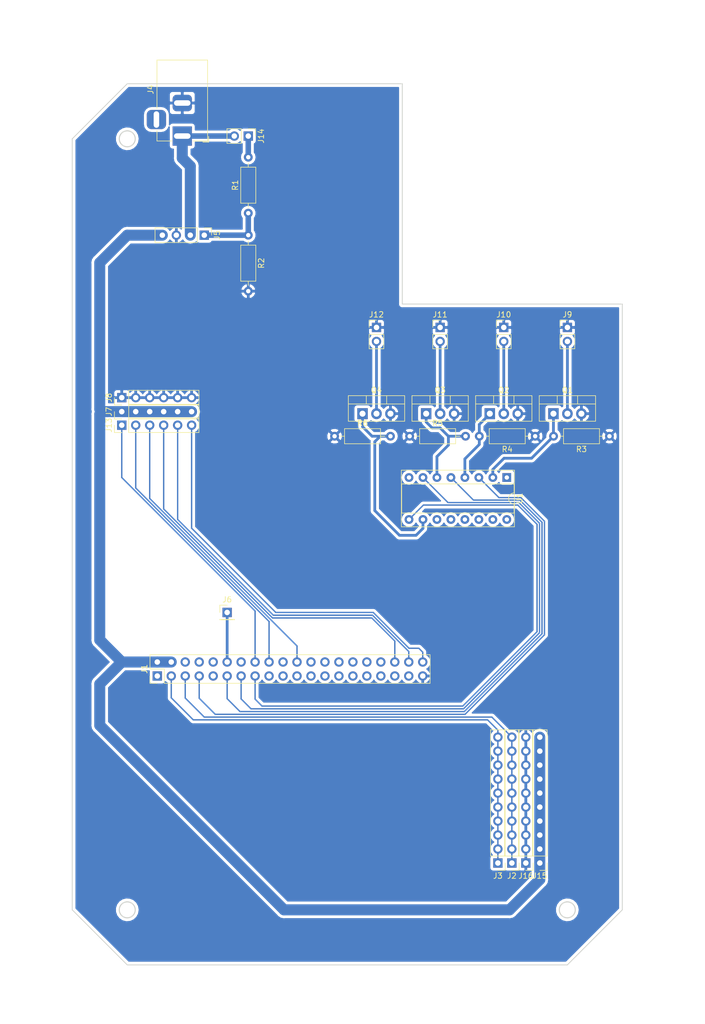
<source format=kicad_pcb>
(kicad_pcb (version 20171130) (host pcbnew "(5.0.1)-4")

  (general
    (thickness 1.6)
    (drawings 24)
    (tracks 145)
    (zones 0)
    (modules 27)
    (nets 27)
  )

  (page A4)
  (layers
    (0 F.Cu signal)
    (31 B.Cu signal)
    (32 B.Adhes user)
    (33 F.Adhes user)
    (34 B.Paste user)
    (35 F.Paste user)
    (36 B.SilkS user)
    (37 F.SilkS user)
    (38 B.Mask user)
    (39 F.Mask user)
    (40 Dwgs.User user)
    (41 Cmts.User user)
    (42 Eco1.User user)
    (43 Eco2.User user)
    (44 Edge.Cuts user)
    (45 Margin user)
    (46 B.CrtYd user)
    (47 F.CrtYd user)
    (48 B.Fab user)
    (49 F.Fab user)
  )

  (setup
    (last_trace_width 0.5)
    (trace_clearance 0.2)
    (zone_clearance 0.508)
    (zone_45_only no)
    (trace_min 0.2)
    (segment_width 0.2)
    (edge_width 0.15)
    (via_size 0.8)
    (via_drill 0.4)
    (via_min_size 0.4)
    (via_min_drill 0.3)
    (uvia_size 0.3)
    (uvia_drill 0.1)
    (uvias_allowed no)
    (uvia_min_size 0.2)
    (uvia_min_drill 0.1)
    (pcb_text_width 0.3)
    (pcb_text_size 1.5 1.5)
    (mod_edge_width 0.15)
    (mod_text_size 1 1)
    (mod_text_width 0.15)
    (pad_size 1.524 1.524)
    (pad_drill 0.762)
    (pad_to_mask_clearance 0.051)
    (solder_mask_min_width 0.25)
    (aux_axis_origin 0 0)
    (visible_elements 7FFFFFFF)
    (pcbplotparams
      (layerselection 0x010fc_ffffffff)
      (usegerberextensions false)
      (usegerberattributes false)
      (usegerberadvancedattributes false)
      (creategerberjobfile false)
      (excludeedgelayer true)
      (linewidth 0.100000)
      (plotframeref false)
      (viasonmask false)
      (mode 1)
      (useauxorigin false)
      (hpglpennumber 1)
      (hpglpenspeed 20)
      (hpglpendiameter 15.000000)
      (psnegative false)
      (psa4output false)
      (plotreference true)
      (plotvalue true)
      (plotinvisibletext false)
      (padsonsilk false)
      (subtractmaskfromsilk false)
      (outputformat 1)
      (mirror false)
      (drillshape 1)
      (scaleselection 1)
      (outputdirectory ""))
  )

  (net 0 "")
  (net 1 VCC)
  (net 2 "Net-(J1-Pad3)")
  (net 3 "Net-(J1-Pad5)")
  (net 4 /MOUT1)
  (net 5 /MOUT2)
  (net 6 /MOUT0)
  (net 7 /MOUT3)
  (net 8 /GPC0)
  (net 9 /GPC1)
  (net 10 /GPC2)
  (net 11 /GPC3)
  (net 12 /GPC4)
  (net 13 /GPC5)
  (net 14 "Net-(J14-Pad2)")
  (net 15 GND)
  (net 16 "Net-(J5-Pad1)")
  (net 17 "Net-(J9-Pad2)")
  (net 18 "Net-(J10-Pad2)")
  (net 19 "Net-(J11-Pad2)")
  (net 20 "Net-(J12-Pad2)")
  (net 21 "Net-(J14-Pad1)")
  (net 22 "Net-(Q1-Pad1)")
  (net 23 "Net-(Q2-Pad1)")
  (net 24 "Net-(Q3-Pad1)")
  (net 25 "Net-(Q4-Pad1)")
  (net 26 /PWM0)

  (net_class Default "This is the default net class."
    (clearance 0.2)
    (trace_width 0.5)
    (via_dia 0.8)
    (via_drill 0.4)
    (uvia_dia 0.3)
    (uvia_drill 0.1)
  )

  (net_class 0.5 ""
    (clearance 0.2)
    (trace_width 0.5)
    (via_dia 0.8)
    (via_drill 0.4)
    (uvia_dia 0.3)
    (uvia_drill 0.1)
    (add_net /GPC0)
    (add_net /GPC1)
    (add_net /GPC2)
    (add_net /GPC3)
    (add_net /GPC4)
    (add_net /GPC5)
    (add_net /MOUT0)
    (add_net /MOUT1)
    (add_net /MOUT2)
    (add_net /MOUT3)
    (add_net /PWM0)
    (add_net GND)
    (add_net "Net-(J1-Pad3)")
    (add_net "Net-(J1-Pad5)")
    (add_net "Net-(J10-Pad2)")
    (add_net "Net-(J11-Pad2)")
    (add_net "Net-(J12-Pad2)")
    (add_net "Net-(J14-Pad1)")
    (add_net "Net-(J14-Pad2)")
    (add_net "Net-(J5-Pad1)")
    (add_net "Net-(J9-Pad2)")
    (add_net "Net-(Q1-Pad1)")
    (add_net "Net-(Q2-Pad1)")
    (add_net "Net-(Q3-Pad1)")
    (add_net "Net-(Q4-Pad1)")
  )

  (net_class 1 ""
    (clearance 0.2)
    (trace_width 1)
    (via_dia 0.8)
    (via_drill 0.4)
    (uvia_dia 0.3)
    (uvia_drill 0.1)
  )

  (net_class MOSFET_connector ""
    (clearance 0.2)
    (trace_width 2)
    (via_dia 0.8)
    (via_drill 0.4)
    (uvia_dia 0.3)
    (uvia_drill 0.1)
  )

  (net_class VCC ""
    (clearance 0.2)
    (trace_width 2)
    (via_dia 0.8)
    (via_drill 0.4)
    (uvia_dia 0.3)
    (uvia_drill 0.1)
    (add_net VCC)
  )

  (module Package_DIP:DIP-16_W7.62mm_Socket (layer F.Cu) (tedit 5A02E8C5) (tstamp 5C006684)
    (at 99 93 270)
    (descr "16-lead though-hole mounted DIP package, row spacing 7.62 mm (300 mils), Socket")
    (tags "THT DIP DIL PDIP 2.54mm 7.62mm 300mil Socket")
    (path /5BF87425)
    (fp_text reference U1 (at 3.81 -2.33 270) (layer F.SilkS)
      (effects (font (size 1 1) (thickness 0.15)))
    )
    (fp_text value 4050 (at 3.81 20.11 270) (layer F.Fab)
      (effects (font (size 1 1) (thickness 0.15)))
    )
    (fp_arc (start 3.81 -1.33) (end 2.81 -1.33) (angle -180) (layer F.SilkS) (width 0.12))
    (fp_line (start 1.635 -1.27) (end 6.985 -1.27) (layer F.Fab) (width 0.1))
    (fp_line (start 6.985 -1.27) (end 6.985 19.05) (layer F.Fab) (width 0.1))
    (fp_line (start 6.985 19.05) (end 0.635 19.05) (layer F.Fab) (width 0.1))
    (fp_line (start 0.635 19.05) (end 0.635 -0.27) (layer F.Fab) (width 0.1))
    (fp_line (start 0.635 -0.27) (end 1.635 -1.27) (layer F.Fab) (width 0.1))
    (fp_line (start -1.27 -1.33) (end -1.27 19.11) (layer F.Fab) (width 0.1))
    (fp_line (start -1.27 19.11) (end 8.89 19.11) (layer F.Fab) (width 0.1))
    (fp_line (start 8.89 19.11) (end 8.89 -1.33) (layer F.Fab) (width 0.1))
    (fp_line (start 8.89 -1.33) (end -1.27 -1.33) (layer F.Fab) (width 0.1))
    (fp_line (start 2.81 -1.33) (end 1.16 -1.33) (layer F.SilkS) (width 0.12))
    (fp_line (start 1.16 -1.33) (end 1.16 19.11) (layer F.SilkS) (width 0.12))
    (fp_line (start 1.16 19.11) (end 6.46 19.11) (layer F.SilkS) (width 0.12))
    (fp_line (start 6.46 19.11) (end 6.46 -1.33) (layer F.SilkS) (width 0.12))
    (fp_line (start 6.46 -1.33) (end 4.81 -1.33) (layer F.SilkS) (width 0.12))
    (fp_line (start -1.33 -1.39) (end -1.33 19.17) (layer F.SilkS) (width 0.12))
    (fp_line (start -1.33 19.17) (end 8.95 19.17) (layer F.SilkS) (width 0.12))
    (fp_line (start 8.95 19.17) (end 8.95 -1.39) (layer F.SilkS) (width 0.12))
    (fp_line (start 8.95 -1.39) (end -1.33 -1.39) (layer F.SilkS) (width 0.12))
    (fp_line (start -1.55 -1.6) (end -1.55 19.4) (layer F.CrtYd) (width 0.05))
    (fp_line (start -1.55 19.4) (end 9.15 19.4) (layer F.CrtYd) (width 0.05))
    (fp_line (start 9.15 19.4) (end 9.15 -1.6) (layer F.CrtYd) (width 0.05))
    (fp_line (start 9.15 -1.6) (end -1.55 -1.6) (layer F.CrtYd) (width 0.05))
    (fp_text user %R (at 3.81 8.89 270) (layer F.Fab)
      (effects (font (size 1 1) (thickness 0.15)))
    )
    (pad 1 thru_hole rect (at 0 0 270) (size 1.6 1.6) (drill 0.8) (layers *.Cu *.Mask))
    (pad 9 thru_hole oval (at 7.62 17.78 270) (size 1.6 1.6) (drill 0.8) (layers *.Cu *.Mask)
      (net 7 /MOUT3))
    (pad 2 thru_hole oval (at 0 2.54 270) (size 1.6 1.6) (drill 0.8) (layers *.Cu *.Mask)
      (net 22 "Net-(Q1-Pad1)"))
    (pad 10 thru_hole oval (at 7.62 15.24 270) (size 1.6 1.6) (drill 0.8) (layers *.Cu *.Mask)
      (net 25 "Net-(Q4-Pad1)"))
    (pad 3 thru_hole oval (at 0 5.08 270) (size 1.6 1.6) (drill 0.8) (layers *.Cu *.Mask)
      (net 6 /MOUT0))
    (pad 11 thru_hole oval (at 7.62 12.7 270) (size 1.6 1.6) (drill 0.8) (layers *.Cu *.Mask))
    (pad 4 thru_hole oval (at 0 7.62 270) (size 1.6 1.6) (drill 0.8) (layers *.Cu *.Mask)
      (net 23 "Net-(Q2-Pad1)"))
    (pad 12 thru_hole oval (at 7.62 10.16 270) (size 1.6 1.6) (drill 0.8) (layers *.Cu *.Mask))
    (pad 5 thru_hole oval (at 0 10.16 270) (size 1.6 1.6) (drill 0.8) (layers *.Cu *.Mask)
      (net 4 /MOUT1))
    (pad 13 thru_hole oval (at 7.62 7.62 270) (size 1.6 1.6) (drill 0.8) (layers *.Cu *.Mask))
    (pad 6 thru_hole oval (at 0 12.7 270) (size 1.6 1.6) (drill 0.8) (layers *.Cu *.Mask)
      (net 24 "Net-(Q3-Pad1)"))
    (pad 14 thru_hole oval (at 7.62 5.08 270) (size 1.6 1.6) (drill 0.8) (layers *.Cu *.Mask))
    (pad 7 thru_hole oval (at 0 15.24 270) (size 1.6 1.6) (drill 0.8) (layers *.Cu *.Mask)
      (net 5 /MOUT2))
    (pad 15 thru_hole oval (at 7.62 2.54 270) (size 1.6 1.6) (drill 0.8) (layers *.Cu *.Mask))
    (pad 8 thru_hole oval (at 0 17.78 270) (size 1.6 1.6) (drill 0.8) (layers *.Cu *.Mask))
    (pad 16 thru_hole oval (at 7.62 0 270) (size 1.6 1.6) (drill 0.8) (layers *.Cu *.Mask))
    (model ${KISYS3DMOD}/Package_DIP.3dshapes/DIP-16_W7.62mm_Socket.wrl
      (at (xyz 0 0 0))
      (scale (xyz 1 1 1))
      (rotate (xyz 0 0 0))
    )
  )

  (module Connector_PinHeader_2.54mm:PinHeader_2x20_P2.54mm_Vertical (layer F.Cu) (tedit 59FED5CC) (tstamp 5BFFEB87)
    (at 35.46 129.04 90)
    (descr "Through hole straight pin header, 2x20, 2.54mm pitch, double rows")
    (tags "Through hole pin header THT 2x20 2.54mm double row")
    (path /5BFC5D1D)
    (fp_text reference J1 (at 1.27 -2.33 90) (layer F.SilkS)
      (effects (font (size 1 1) (thickness 0.15)))
    )
    (fp_text value Raspberry_Pi_2_3_0 (at 1.27 50.59 90) (layer F.Fab)
      (effects (font (size 1 1) (thickness 0.15)))
    )
    (fp_line (start 0 -1.27) (end 3.81 -1.27) (layer F.Fab) (width 0.1))
    (fp_line (start 3.81 -1.27) (end 3.81 49.53) (layer F.Fab) (width 0.1))
    (fp_line (start 3.81 49.53) (end -1.27 49.53) (layer F.Fab) (width 0.1))
    (fp_line (start -1.27 49.53) (end -1.27 0) (layer F.Fab) (width 0.1))
    (fp_line (start -1.27 0) (end 0 -1.27) (layer F.Fab) (width 0.1))
    (fp_line (start -1.33 49.59) (end 3.87 49.59) (layer F.SilkS) (width 0.12))
    (fp_line (start -1.33 1.27) (end -1.33 49.59) (layer F.SilkS) (width 0.12))
    (fp_line (start 3.87 -1.33) (end 3.87 49.59) (layer F.SilkS) (width 0.12))
    (fp_line (start -1.33 1.27) (end 1.27 1.27) (layer F.SilkS) (width 0.12))
    (fp_line (start 1.27 1.27) (end 1.27 -1.33) (layer F.SilkS) (width 0.12))
    (fp_line (start 1.27 -1.33) (end 3.87 -1.33) (layer F.SilkS) (width 0.12))
    (fp_line (start -1.33 0) (end -1.33 -1.33) (layer F.SilkS) (width 0.12))
    (fp_line (start -1.33 -1.33) (end 0 -1.33) (layer F.SilkS) (width 0.12))
    (fp_line (start -1.8 -1.8) (end -1.8 50.05) (layer F.CrtYd) (width 0.05))
    (fp_line (start -1.8 50.05) (end 4.35 50.05) (layer F.CrtYd) (width 0.05))
    (fp_line (start 4.35 50.05) (end 4.35 -1.8) (layer F.CrtYd) (width 0.05))
    (fp_line (start 4.35 -1.8) (end -1.8 -1.8) (layer F.CrtYd) (width 0.05))
    (fp_text user %R (at 1.27 24.13 180) (layer F.Fab)
      (effects (font (size 1 1) (thickness 0.15)))
    )
    (pad 1 thru_hole rect (at 0 0 90) (size 1.7 1.7) (drill 1) (layers *.Cu *.Mask))
    (pad 2 thru_hole oval (at 2.54 0 90) (size 1.7 1.7) (drill 1) (layers *.Cu *.Mask)
      (net 1 VCC))
    (pad 3 thru_hole oval (at 0 2.54 90) (size 1.7 1.7) (drill 1) (layers *.Cu *.Mask)
      (net 2 "Net-(J1-Pad3)"))
    (pad 4 thru_hole oval (at 2.54 2.54 90) (size 1.7 1.7) (drill 1) (layers *.Cu *.Mask)
      (net 1 VCC))
    (pad 5 thru_hole oval (at 0 5.08 90) (size 1.7 1.7) (drill 1) (layers *.Cu *.Mask)
      (net 3 "Net-(J1-Pad5)"))
    (pad 6 thru_hole oval (at 2.54 5.08 90) (size 1.7 1.7) (drill 1) (layers *.Cu *.Mask))
    (pad 7 thru_hole oval (at 0 7.62 90) (size 1.7 1.7) (drill 1) (layers *.Cu *.Mask)
      (net 6 /MOUT0))
    (pad 8 thru_hole oval (at 2.54 7.62 90) (size 1.7 1.7) (drill 1) (layers *.Cu *.Mask))
    (pad 9 thru_hole oval (at 0 10.16 90) (size 1.7 1.7) (drill 1) (layers *.Cu *.Mask))
    (pad 10 thru_hole oval (at 2.54 10.16 90) (size 1.7 1.7) (drill 1) (layers *.Cu *.Mask))
    (pad 11 thru_hole oval (at 0 12.7 90) (size 1.7 1.7) (drill 1) (layers *.Cu *.Mask)
      (net 4 /MOUT1))
    (pad 12 thru_hole oval (at 2.54 12.7 90) (size 1.7 1.7) (drill 1) (layers *.Cu *.Mask)
      (net 26 /PWM0))
    (pad 13 thru_hole oval (at 0 15.24 90) (size 1.7 1.7) (drill 1) (layers *.Cu *.Mask)
      (net 5 /MOUT2))
    (pad 14 thru_hole oval (at 2.54 15.24 90) (size 1.7 1.7) (drill 1) (layers *.Cu *.Mask))
    (pad 15 thru_hole oval (at 0 17.78 90) (size 1.7 1.7) (drill 1) (layers *.Cu *.Mask)
      (net 7 /MOUT3))
    (pad 16 thru_hole oval (at 2.54 17.78 90) (size 1.7 1.7) (drill 1) (layers *.Cu *.Mask)
      (net 8 /GPC0))
    (pad 17 thru_hole oval (at 0 20.32 90) (size 1.7 1.7) (drill 1) (layers *.Cu *.Mask))
    (pad 18 thru_hole oval (at 2.54 20.32 90) (size 1.7 1.7) (drill 1) (layers *.Cu *.Mask)
      (net 9 /GPC1))
    (pad 19 thru_hole oval (at 0 22.86 90) (size 1.7 1.7) (drill 1) (layers *.Cu *.Mask))
    (pad 20 thru_hole oval (at 2.54 22.86 90) (size 1.7 1.7) (drill 1) (layers *.Cu *.Mask))
    (pad 21 thru_hole oval (at 0 25.4 90) (size 1.7 1.7) (drill 1) (layers *.Cu *.Mask))
    (pad 22 thru_hole oval (at 2.54 25.4 90) (size 1.7 1.7) (drill 1) (layers *.Cu *.Mask)
      (net 10 /GPC2))
    (pad 23 thru_hole oval (at 0 27.94 90) (size 1.7 1.7) (drill 1) (layers *.Cu *.Mask))
    (pad 24 thru_hole oval (at 2.54 27.94 90) (size 1.7 1.7) (drill 1) (layers *.Cu *.Mask))
    (pad 25 thru_hole oval (at 0 30.48 90) (size 1.7 1.7) (drill 1) (layers *.Cu *.Mask))
    (pad 26 thru_hole oval (at 2.54 30.48 90) (size 1.7 1.7) (drill 1) (layers *.Cu *.Mask))
    (pad 27 thru_hole oval (at 0 33.02 90) (size 1.7 1.7) (drill 1) (layers *.Cu *.Mask))
    (pad 28 thru_hole oval (at 2.54 33.02 90) (size 1.7 1.7) (drill 1) (layers *.Cu *.Mask))
    (pad 29 thru_hole oval (at 0 35.56 90) (size 1.7 1.7) (drill 1) (layers *.Cu *.Mask))
    (pad 30 thru_hole oval (at 2.54 35.56 90) (size 1.7 1.7) (drill 1) (layers *.Cu *.Mask))
    (pad 31 thru_hole oval (at 0 38.1 90) (size 1.7 1.7) (drill 1) (layers *.Cu *.Mask))
    (pad 32 thru_hole oval (at 2.54 38.1 90) (size 1.7 1.7) (drill 1) (layers *.Cu *.Mask))
    (pad 33 thru_hole oval (at 0 40.64 90) (size 1.7 1.7) (drill 1) (layers *.Cu *.Mask))
    (pad 34 thru_hole oval (at 2.54 40.64 90) (size 1.7 1.7) (drill 1) (layers *.Cu *.Mask))
    (pad 35 thru_hole oval (at 0 43.18 90) (size 1.7 1.7) (drill 1) (layers *.Cu *.Mask))
    (pad 36 thru_hole oval (at 2.54 43.18 90) (size 1.7 1.7) (drill 1) (layers *.Cu *.Mask)
      (net 11 /GPC3))
    (pad 37 thru_hole oval (at 0 45.72 90) (size 1.7 1.7) (drill 1) (layers *.Cu *.Mask))
    (pad 38 thru_hole oval (at 2.54 45.72 90) (size 1.7 1.7) (drill 1) (layers *.Cu *.Mask)
      (net 12 /GPC4))
    (pad 39 thru_hole oval (at 0 48.26 90) (size 1.7 1.7) (drill 1) (layers *.Cu *.Mask)
      (net 15 GND))
    (pad 40 thru_hole oval (at 2.54 48.26 90) (size 1.7 1.7) (drill 1) (layers *.Cu *.Mask)
      (net 13 /GPC5))
    (model ${KISYS3DMOD}/Connector_PinHeader_2.54mm.3dshapes/PinHeader_2x20_P2.54mm_Vertical.wrl
      (at (xyz 0 0 0))
      (scale (xyz 1 1 1))
      (rotate (xyz 0 0 0))
    )
  )

  (module Connector_PinHeader_2.54mm:PinHeader_1x10_P2.54mm_Vertical (layer F.Cu) (tedit 59FED5CC) (tstamp 5BFFEBA5)
    (at 99.92 163 180)
    (descr "Through hole straight pin header, 1x10, 2.54mm pitch, single row")
    (tags "Through hole pin header THT 1x10 2.54mm single row")
    (path /5BFA37BD)
    (fp_text reference J2 (at 0 -2.33 180) (layer F.SilkS)
      (effects (font (size 1 1) (thickness 0.15)))
    )
    (fp_text value SCL (at 0 25.19 180) (layer F.Fab)
      (effects (font (size 1 1) (thickness 0.15)))
    )
    (fp_text user %R (at 0 11.43 270) (layer F.Fab)
      (effects (font (size 1 1) (thickness 0.15)))
    )
    (fp_line (start 1.8 -1.8) (end -1.8 -1.8) (layer F.CrtYd) (width 0.05))
    (fp_line (start 1.8 24.65) (end 1.8 -1.8) (layer F.CrtYd) (width 0.05))
    (fp_line (start -1.8 24.65) (end 1.8 24.65) (layer F.CrtYd) (width 0.05))
    (fp_line (start -1.8 -1.8) (end -1.8 24.65) (layer F.CrtYd) (width 0.05))
    (fp_line (start -1.33 -1.33) (end 0 -1.33) (layer F.SilkS) (width 0.12))
    (fp_line (start -1.33 0) (end -1.33 -1.33) (layer F.SilkS) (width 0.12))
    (fp_line (start -1.33 1.27) (end 1.33 1.27) (layer F.SilkS) (width 0.12))
    (fp_line (start 1.33 1.27) (end 1.33 24.19) (layer F.SilkS) (width 0.12))
    (fp_line (start -1.33 1.27) (end -1.33 24.19) (layer F.SilkS) (width 0.12))
    (fp_line (start -1.33 24.19) (end 1.33 24.19) (layer F.SilkS) (width 0.12))
    (fp_line (start -1.27 -0.635) (end -0.635 -1.27) (layer F.Fab) (width 0.1))
    (fp_line (start -1.27 24.13) (end -1.27 -0.635) (layer F.Fab) (width 0.1))
    (fp_line (start 1.27 24.13) (end -1.27 24.13) (layer F.Fab) (width 0.1))
    (fp_line (start 1.27 -1.27) (end 1.27 24.13) (layer F.Fab) (width 0.1))
    (fp_line (start -0.635 -1.27) (end 1.27 -1.27) (layer F.Fab) (width 0.1))
    (pad 10 thru_hole oval (at 0 22.86 180) (size 1.7 1.7) (drill 1) (layers *.Cu *.Mask)
      (net 3 "Net-(J1-Pad5)"))
    (pad 9 thru_hole oval (at 0 20.32 180) (size 1.7 1.7) (drill 1) (layers *.Cu *.Mask)
      (net 3 "Net-(J1-Pad5)"))
    (pad 8 thru_hole oval (at 0 17.78 180) (size 1.7 1.7) (drill 1) (layers *.Cu *.Mask)
      (net 3 "Net-(J1-Pad5)"))
    (pad 7 thru_hole oval (at 0 15.24 180) (size 1.7 1.7) (drill 1) (layers *.Cu *.Mask)
      (net 3 "Net-(J1-Pad5)"))
    (pad 6 thru_hole oval (at 0 12.7 180) (size 1.7 1.7) (drill 1) (layers *.Cu *.Mask)
      (net 3 "Net-(J1-Pad5)"))
    (pad 5 thru_hole oval (at 0 10.16 180) (size 1.7 1.7) (drill 1) (layers *.Cu *.Mask)
      (net 3 "Net-(J1-Pad5)"))
    (pad 4 thru_hole oval (at 0 7.62 180) (size 1.7 1.7) (drill 1) (layers *.Cu *.Mask)
      (net 3 "Net-(J1-Pad5)"))
    (pad 3 thru_hole oval (at 0 5.08 180) (size 1.7 1.7) (drill 1) (layers *.Cu *.Mask)
      (net 3 "Net-(J1-Pad5)"))
    (pad 2 thru_hole oval (at 0 2.54 180) (size 1.7 1.7) (drill 1) (layers *.Cu *.Mask)
      (net 3 "Net-(J1-Pad5)"))
    (pad 1 thru_hole rect (at 0 0 180) (size 1.7 1.7) (drill 1) (layers *.Cu *.Mask)
      (net 3 "Net-(J1-Pad5)"))
    (model ${KISYS3DMOD}/Connector_PinHeader_2.54mm.3dshapes/PinHeader_1x10_P2.54mm_Vertical.wrl
      (at (xyz 0 0 0))
      (scale (xyz 1 1 1))
      (rotate (xyz 0 0 0))
    )
  )

  (module Connector_PinHeader_2.54mm:PinHeader_1x10_P2.54mm_Vertical (layer F.Cu) (tedit 59FED5CC) (tstamp 5BFFEBC3)
    (at 97.38 163 180)
    (descr "Through hole straight pin header, 1x10, 2.54mm pitch, single row")
    (tags "Through hole pin header THT 1x10 2.54mm single row")
    (path /5BFA36EF)
    (fp_text reference J3 (at 0 -2.33 180) (layer F.SilkS)
      (effects (font (size 1 1) (thickness 0.15)))
    )
    (fp_text value SDA (at 0 25.19 180) (layer F.Fab)
      (effects (font (size 1 1) (thickness 0.15)))
    )
    (fp_line (start -0.635 -1.27) (end 1.27 -1.27) (layer F.Fab) (width 0.1))
    (fp_line (start 1.27 -1.27) (end 1.27 24.13) (layer F.Fab) (width 0.1))
    (fp_line (start 1.27 24.13) (end -1.27 24.13) (layer F.Fab) (width 0.1))
    (fp_line (start -1.27 24.13) (end -1.27 -0.635) (layer F.Fab) (width 0.1))
    (fp_line (start -1.27 -0.635) (end -0.635 -1.27) (layer F.Fab) (width 0.1))
    (fp_line (start -1.33 24.19) (end 1.33 24.19) (layer F.SilkS) (width 0.12))
    (fp_line (start -1.33 1.27) (end -1.33 24.19) (layer F.SilkS) (width 0.12))
    (fp_line (start 1.33 1.27) (end 1.33 24.19) (layer F.SilkS) (width 0.12))
    (fp_line (start -1.33 1.27) (end 1.33 1.27) (layer F.SilkS) (width 0.12))
    (fp_line (start -1.33 0) (end -1.33 -1.33) (layer F.SilkS) (width 0.12))
    (fp_line (start -1.33 -1.33) (end 0 -1.33) (layer F.SilkS) (width 0.12))
    (fp_line (start -1.8 -1.8) (end -1.8 24.65) (layer F.CrtYd) (width 0.05))
    (fp_line (start -1.8 24.65) (end 1.8 24.65) (layer F.CrtYd) (width 0.05))
    (fp_line (start 1.8 24.65) (end 1.8 -1.8) (layer F.CrtYd) (width 0.05))
    (fp_line (start 1.8 -1.8) (end -1.8 -1.8) (layer F.CrtYd) (width 0.05))
    (fp_text user %R (at 0 11.43 270) (layer F.Fab)
      (effects (font (size 1 1) (thickness 0.15)))
    )
    (pad 1 thru_hole rect (at 0 0 180) (size 1.7 1.7) (drill 1) (layers *.Cu *.Mask)
      (net 2 "Net-(J1-Pad3)"))
    (pad 2 thru_hole oval (at 0 2.54 180) (size 1.7 1.7) (drill 1) (layers *.Cu *.Mask)
      (net 2 "Net-(J1-Pad3)"))
    (pad 3 thru_hole oval (at 0 5.08 180) (size 1.7 1.7) (drill 1) (layers *.Cu *.Mask)
      (net 2 "Net-(J1-Pad3)"))
    (pad 4 thru_hole oval (at 0 7.62 180) (size 1.7 1.7) (drill 1) (layers *.Cu *.Mask)
      (net 2 "Net-(J1-Pad3)"))
    (pad 5 thru_hole oval (at 0 10.16 180) (size 1.7 1.7) (drill 1) (layers *.Cu *.Mask)
      (net 2 "Net-(J1-Pad3)"))
    (pad 6 thru_hole oval (at 0 12.7 180) (size 1.7 1.7) (drill 1) (layers *.Cu *.Mask)
      (net 2 "Net-(J1-Pad3)"))
    (pad 7 thru_hole oval (at 0 15.24 180) (size 1.7 1.7) (drill 1) (layers *.Cu *.Mask)
      (net 2 "Net-(J1-Pad3)"))
    (pad 8 thru_hole oval (at 0 17.78 180) (size 1.7 1.7) (drill 1) (layers *.Cu *.Mask)
      (net 2 "Net-(J1-Pad3)"))
    (pad 9 thru_hole oval (at 0 20.32 180) (size 1.7 1.7) (drill 1) (layers *.Cu *.Mask)
      (net 2 "Net-(J1-Pad3)"))
    (pad 10 thru_hole oval (at 0 22.86 180) (size 1.7 1.7) (drill 1) (layers *.Cu *.Mask)
      (net 2 "Net-(J1-Pad3)"))
    (model ${KISYS3DMOD}/Connector_PinHeader_2.54mm.3dshapes/PinHeader_1x10_P2.54mm_Vertical.wrl
      (at (xyz 0 0 0))
      (scale (xyz 1 1 1))
      (rotate (xyz 0 0 0))
    )
  )

  (module Connector_BarrelJack:BarrelJack_Horizontal (layer F.Cu) (tedit 5A1DBF6A) (tstamp 5BFFDD83)
    (at 40 31 270)
    (descr "DC Barrel Jack")
    (tags "Power Jack")
    (path /5BFA514B)
    (fp_text reference J4 (at -8.45 5.75 270) (layer F.SilkS)
      (effects (font (size 1 1) (thickness 0.15)))
    )
    (fp_text value 12V_Barrel_Jack (at -6.2 -5.5 270) (layer F.Fab)
      (effects (font (size 1 1) (thickness 0.15)))
    )
    (fp_text user %R (at -3 -2.95 270) (layer F.Fab)
      (effects (font (size 1 1) (thickness 0.15)))
    )
    (fp_line (start -0.003213 -4.505425) (end 0.8 -3.75) (layer F.Fab) (width 0.1))
    (fp_line (start 1.1 -3.75) (end 1.1 -4.8) (layer F.SilkS) (width 0.12))
    (fp_line (start 0.05 -4.8) (end 1.1 -4.8) (layer F.SilkS) (width 0.12))
    (fp_line (start 1 -4.5) (end 1 -4.75) (layer F.CrtYd) (width 0.05))
    (fp_line (start 1 -4.75) (end -14 -4.75) (layer F.CrtYd) (width 0.05))
    (fp_line (start 1 -4.5) (end 1 -2) (layer F.CrtYd) (width 0.05))
    (fp_line (start 1 -2) (end 2 -2) (layer F.CrtYd) (width 0.05))
    (fp_line (start 2 -2) (end 2 2) (layer F.CrtYd) (width 0.05))
    (fp_line (start 2 2) (end 1 2) (layer F.CrtYd) (width 0.05))
    (fp_line (start 1 2) (end 1 4.75) (layer F.CrtYd) (width 0.05))
    (fp_line (start 1 4.75) (end -1 4.75) (layer F.CrtYd) (width 0.05))
    (fp_line (start -1 4.75) (end -1 6.75) (layer F.CrtYd) (width 0.05))
    (fp_line (start -1 6.75) (end -5 6.75) (layer F.CrtYd) (width 0.05))
    (fp_line (start -5 6.75) (end -5 4.75) (layer F.CrtYd) (width 0.05))
    (fp_line (start -5 4.75) (end -14 4.75) (layer F.CrtYd) (width 0.05))
    (fp_line (start -14 4.75) (end -14 -4.75) (layer F.CrtYd) (width 0.05))
    (fp_line (start -5 4.6) (end -13.8 4.6) (layer F.SilkS) (width 0.12))
    (fp_line (start -13.8 4.6) (end -13.8 -4.6) (layer F.SilkS) (width 0.12))
    (fp_line (start 0.9 1.9) (end 0.9 4.6) (layer F.SilkS) (width 0.12))
    (fp_line (start 0.9 4.6) (end -1 4.6) (layer F.SilkS) (width 0.12))
    (fp_line (start -13.8 -4.6) (end 0.9 -4.6) (layer F.SilkS) (width 0.12))
    (fp_line (start 0.9 -4.6) (end 0.9 -2) (layer F.SilkS) (width 0.12))
    (fp_line (start -10.2 -4.5) (end -10.2 4.5) (layer F.Fab) (width 0.1))
    (fp_line (start -13.7 -4.5) (end -13.7 4.5) (layer F.Fab) (width 0.1))
    (fp_line (start -13.7 4.5) (end 0.8 4.5) (layer F.Fab) (width 0.1))
    (fp_line (start 0.8 4.5) (end 0.8 -3.75) (layer F.Fab) (width 0.1))
    (fp_line (start 0 -4.5) (end -13.7 -4.5) (layer F.Fab) (width 0.1))
    (pad 1 thru_hole rect (at 0 0 270) (size 3.5 3.5) (drill oval 1 3) (layers *.Cu *.Mask)
      (net 14 "Net-(J14-Pad2)"))
    (pad 2 thru_hole roundrect (at -6 0 270) (size 3 3.5) (drill oval 1 3) (layers *.Cu *.Mask) (roundrect_rratio 0.25)
      (net 15 GND))
    (pad 3 thru_hole roundrect (at -3 4.7 270) (size 3.5 3.5) (drill oval 3 1) (layers *.Cu *.Mask) (roundrect_rratio 0.25))
    (model ${KISYS3DMOD}/Connector_BarrelJack.3dshapes/BarrelJack_Horizontal.wrl
      (at (xyz 0 0 0))
      (scale (xyz 1 1 1))
      (rotate (xyz 0 0 0))
    )
  )

  (module Connector_PinHeader_2.54mm:PinHeader_1x04_P2.54mm_Vertical (layer F.Cu) (tedit 59FED5CC) (tstamp 5BFAAAB0)
    (at 44 49 270)
    (descr "Through hole straight pin header, 1x04, 2.54mm pitch, single row")
    (tags "Through hole pin header THT 1x04 2.54mm single row")
    (path /5BFAA087)
    (fp_text reference J5 (at 0 -2.33 270) (layer F.SilkS)
      (effects (font (size 1 1) (thickness 0.15)))
    )
    (fp_text value VREG (at -3 2) (layer F.Fab)
      (effects (font (size 1 1) (thickness 0.15)))
    )
    (fp_line (start -0.635 -1.27) (end 1.27 -1.27) (layer F.Fab) (width 0.1))
    (fp_line (start 1.27 -1.27) (end 1.27 8.89) (layer F.Fab) (width 0.1))
    (fp_line (start 1.27 8.89) (end -1.27 8.89) (layer F.Fab) (width 0.1))
    (fp_line (start -1.27 8.89) (end -1.27 -0.635) (layer F.Fab) (width 0.1))
    (fp_line (start -1.27 -0.635) (end -0.635 -1.27) (layer F.Fab) (width 0.1))
    (fp_line (start -1.33 8.95) (end 1.33 8.95) (layer F.SilkS) (width 0.12))
    (fp_line (start -1.33 1.27) (end -1.33 8.95) (layer F.SilkS) (width 0.12))
    (fp_line (start 1.33 1.27) (end 1.33 8.95) (layer F.SilkS) (width 0.12))
    (fp_line (start -1.33 1.27) (end 1.33 1.27) (layer F.SilkS) (width 0.12))
    (fp_line (start -1.33 0) (end -1.33 -1.33) (layer F.SilkS) (width 0.12))
    (fp_line (start -1.33 -1.33) (end 0 -1.33) (layer F.SilkS) (width 0.12))
    (fp_line (start -1.8 -1.8) (end -1.8 9.4) (layer F.CrtYd) (width 0.05))
    (fp_line (start -1.8 9.4) (end 1.8 9.4) (layer F.CrtYd) (width 0.05))
    (fp_line (start 1.8 9.4) (end 1.8 -1.8) (layer F.CrtYd) (width 0.05))
    (fp_line (start 1.8 -1.8) (end -1.8 -1.8) (layer F.CrtYd) (width 0.05))
    (fp_text user %R (at 0 3.81) (layer F.Fab)
      (effects (font (size 1 1) (thickness 0.15)))
    )
    (pad 1 thru_hole rect (at 0 0 270) (size 1.7 1.7) (drill 1) (layers *.Cu *.Mask)
      (net 16 "Net-(J5-Pad1)"))
    (pad 2 thru_hole oval (at 0 2.54 270) (size 1.7 1.7) (drill 1) (layers *.Cu *.Mask)
      (net 14 "Net-(J14-Pad2)"))
    (pad 3 thru_hole oval (at 0 5.08 270) (size 1.7 1.7) (drill 1) (layers *.Cu *.Mask)
      (net 15 GND))
    (pad 4 thru_hole oval (at 0 7.62 270) (size 1.7 1.7) (drill 1) (layers *.Cu *.Mask)
      (net 1 VCC))
    (model ${KISYS3DMOD}/Connector_PinHeader_2.54mm.3dshapes/PinHeader_1x04_P2.54mm_Vertical.wrl
      (at (xyz 0 0 0))
      (scale (xyz 1 1 1))
      (rotate (xyz 0 0 0))
    )
  )

  (module Connector_PinHeader_2.54mm:PinHeader_1x02_P2.54mm_Vertical (layer F.Cu) (tedit 59FED5CC) (tstamp 5BFFEC7A)
    (at 110.02 65.75)
    (descr "Through hole straight pin header, 1x02, 2.54mm pitch, single row")
    (tags "Through hole pin header THT 1x02 2.54mm single row")
    (path /5BF8784F)
    (fp_text reference J9 (at 0 -2.33) (layer F.SilkS)
      (effects (font (size 1 1) (thickness 0.15)))
    )
    (fp_text value MOSFET_output_0 (at -2.54 -2.54 90) (layer F.Fab)
      (effects (font (size 1 1) (thickness 0.15)))
    )
    (fp_text user %R (at 0 1.27 90) (layer F.Fab)
      (effects (font (size 1 1) (thickness 0.15)))
    )
    (fp_line (start 1.8 -1.8) (end -1.8 -1.8) (layer F.CrtYd) (width 0.05))
    (fp_line (start 1.8 4.35) (end 1.8 -1.8) (layer F.CrtYd) (width 0.05))
    (fp_line (start -1.8 4.35) (end 1.8 4.35) (layer F.CrtYd) (width 0.05))
    (fp_line (start -1.8 -1.8) (end -1.8 4.35) (layer F.CrtYd) (width 0.05))
    (fp_line (start -1.33 -1.33) (end 0 -1.33) (layer F.SilkS) (width 0.12))
    (fp_line (start -1.33 0) (end -1.33 -1.33) (layer F.SilkS) (width 0.12))
    (fp_line (start -1.33 1.27) (end 1.33 1.27) (layer F.SilkS) (width 0.12))
    (fp_line (start 1.33 1.27) (end 1.33 3.87) (layer F.SilkS) (width 0.12))
    (fp_line (start -1.33 1.27) (end -1.33 3.87) (layer F.SilkS) (width 0.12))
    (fp_line (start -1.33 3.87) (end 1.33 3.87) (layer F.SilkS) (width 0.12))
    (fp_line (start -1.27 -0.635) (end -0.635 -1.27) (layer F.Fab) (width 0.1))
    (fp_line (start -1.27 3.81) (end -1.27 -0.635) (layer F.Fab) (width 0.1))
    (fp_line (start 1.27 3.81) (end -1.27 3.81) (layer F.Fab) (width 0.1))
    (fp_line (start 1.27 -1.27) (end 1.27 3.81) (layer F.Fab) (width 0.1))
    (fp_line (start -0.635 -1.27) (end 1.27 -1.27) (layer F.Fab) (width 0.1))
    (pad 2 thru_hole oval (at 0 2.54) (size 1.7 1.7) (drill 1) (layers *.Cu *.Mask)
      (net 17 "Net-(J9-Pad2)"))
    (pad 1 thru_hole rect (at 0 0) (size 1.7 1.7) (drill 1) (layers *.Cu *.Mask)
      (net 15 GND))
    (model ${KISYS3DMOD}/Connector_PinHeader_2.54mm.3dshapes/PinHeader_1x02_P2.54mm_Vertical.wrl
      (at (xyz 0 0 0))
      (scale (xyz 1 1 1))
      (rotate (xyz 0 0 0))
    )
  )

  (module Connector_PinHeader_2.54mm:PinHeader_1x02_P2.54mm_Vertical (layer F.Cu) (tedit 59FED5CC) (tstamp 5BFFEC90)
    (at 98.45 65.75)
    (descr "Through hole straight pin header, 1x02, 2.54mm pitch, single row")
    (tags "Through hole pin header THT 1x02 2.54mm single row")
    (path /5BF87B56)
    (fp_text reference J10 (at 0 -2.33) (layer F.SilkS)
      (effects (font (size 1 1) (thickness 0.15)))
    )
    (fp_text value MOSFET_output_1 (at -2.54 -2.54 90) (layer F.Fab)
      (effects (font (size 1 1) (thickness 0.15)))
    )
    (fp_line (start -0.635 -1.27) (end 1.27 -1.27) (layer F.Fab) (width 0.1))
    (fp_line (start 1.27 -1.27) (end 1.27 3.81) (layer F.Fab) (width 0.1))
    (fp_line (start 1.27 3.81) (end -1.27 3.81) (layer F.Fab) (width 0.1))
    (fp_line (start -1.27 3.81) (end -1.27 -0.635) (layer F.Fab) (width 0.1))
    (fp_line (start -1.27 -0.635) (end -0.635 -1.27) (layer F.Fab) (width 0.1))
    (fp_line (start -1.33 3.87) (end 1.33 3.87) (layer F.SilkS) (width 0.12))
    (fp_line (start -1.33 1.27) (end -1.33 3.87) (layer F.SilkS) (width 0.12))
    (fp_line (start 1.33 1.27) (end 1.33 3.87) (layer F.SilkS) (width 0.12))
    (fp_line (start -1.33 1.27) (end 1.33 1.27) (layer F.SilkS) (width 0.12))
    (fp_line (start -1.33 0) (end -1.33 -1.33) (layer F.SilkS) (width 0.12))
    (fp_line (start -1.33 -1.33) (end 0 -1.33) (layer F.SilkS) (width 0.12))
    (fp_line (start -1.8 -1.8) (end -1.8 4.35) (layer F.CrtYd) (width 0.05))
    (fp_line (start -1.8 4.35) (end 1.8 4.35) (layer F.CrtYd) (width 0.05))
    (fp_line (start 1.8 4.35) (end 1.8 -1.8) (layer F.CrtYd) (width 0.05))
    (fp_line (start 1.8 -1.8) (end -1.8 -1.8) (layer F.CrtYd) (width 0.05))
    (fp_text user %R (at 0 1.27 90) (layer F.Fab)
      (effects (font (size 1 1) (thickness 0.15)))
    )
    (pad 1 thru_hole rect (at 0 0) (size 1.7 1.7) (drill 1) (layers *.Cu *.Mask)
      (net 15 GND))
    (pad 2 thru_hole oval (at 0 2.54) (size 1.7 1.7) (drill 1) (layers *.Cu *.Mask)
      (net 18 "Net-(J10-Pad2)"))
    (model ${KISYS3DMOD}/Connector_PinHeader_2.54mm.3dshapes/PinHeader_1x02_P2.54mm_Vertical.wrl
      (at (xyz 0 0 0))
      (scale (xyz 1 1 1))
      (rotate (xyz 0 0 0))
    )
  )

  (module Connector_PinHeader_2.54mm:PinHeader_1x02_P2.54mm_Vertical (layer F.Cu) (tedit 59FED5CC) (tstamp 5BFFECA6)
    (at 86.88 65.75)
    (descr "Through hole straight pin header, 1x02, 2.54mm pitch, single row")
    (tags "Through hole pin header THT 1x02 2.54mm single row")
    (path /5BF87BBB)
    (fp_text reference J11 (at 0 -2.33) (layer F.SilkS)
      (effects (font (size 1 1) (thickness 0.15)))
    )
    (fp_text value MOSFET_output_2 (at -2.54 -2.54 90) (layer F.Fab)
      (effects (font (size 1 1) (thickness 0.15)))
    )
    (fp_text user %R (at 0 1.27 90) (layer F.Fab)
      (effects (font (size 1 1) (thickness 0.15)))
    )
    (fp_line (start 1.8 -1.8) (end -1.8 -1.8) (layer F.CrtYd) (width 0.05))
    (fp_line (start 1.8 4.35) (end 1.8 -1.8) (layer F.CrtYd) (width 0.05))
    (fp_line (start -1.8 4.35) (end 1.8 4.35) (layer F.CrtYd) (width 0.05))
    (fp_line (start -1.8 -1.8) (end -1.8 4.35) (layer F.CrtYd) (width 0.05))
    (fp_line (start -1.33 -1.33) (end 0 -1.33) (layer F.SilkS) (width 0.12))
    (fp_line (start -1.33 0) (end -1.33 -1.33) (layer F.SilkS) (width 0.12))
    (fp_line (start -1.33 1.27) (end 1.33 1.27) (layer F.SilkS) (width 0.12))
    (fp_line (start 1.33 1.27) (end 1.33 3.87) (layer F.SilkS) (width 0.12))
    (fp_line (start -1.33 1.27) (end -1.33 3.87) (layer F.SilkS) (width 0.12))
    (fp_line (start -1.33 3.87) (end 1.33 3.87) (layer F.SilkS) (width 0.12))
    (fp_line (start -1.27 -0.635) (end -0.635 -1.27) (layer F.Fab) (width 0.1))
    (fp_line (start -1.27 3.81) (end -1.27 -0.635) (layer F.Fab) (width 0.1))
    (fp_line (start 1.27 3.81) (end -1.27 3.81) (layer F.Fab) (width 0.1))
    (fp_line (start 1.27 -1.27) (end 1.27 3.81) (layer F.Fab) (width 0.1))
    (fp_line (start -0.635 -1.27) (end 1.27 -1.27) (layer F.Fab) (width 0.1))
    (pad 2 thru_hole oval (at 0 2.54) (size 1.7 1.7) (drill 1) (layers *.Cu *.Mask)
      (net 19 "Net-(J11-Pad2)"))
    (pad 1 thru_hole rect (at 0 0) (size 1.7 1.7) (drill 1) (layers *.Cu *.Mask)
      (net 15 GND))
    (model ${KISYS3DMOD}/Connector_PinHeader_2.54mm.3dshapes/PinHeader_1x02_P2.54mm_Vertical.wrl
      (at (xyz 0 0 0))
      (scale (xyz 1 1 1))
      (rotate (xyz 0 0 0))
    )
  )

  (module Connector_PinHeader_2.54mm:PinHeader_1x02_P2.54mm_Vertical (layer F.Cu) (tedit 59FED5CC) (tstamp 5C009707)
    (at 75.31 65.75)
    (descr "Through hole straight pin header, 1x02, 2.54mm pitch, single row")
    (tags "Through hole pin header THT 1x02 2.54mm single row")
    (path /5BF880BE)
    (fp_text reference J12 (at 0 -2.33) (layer F.SilkS)
      (effects (font (size 1 1) (thickness 0.15)))
    )
    (fp_text value MOSFET_output_3 (at -2.54 -2.54 90) (layer F.Fab)
      (effects (font (size 1 1) (thickness 0.15)))
    )
    (fp_line (start -0.635 -1.27) (end 1.27 -1.27) (layer F.Fab) (width 0.1))
    (fp_line (start 1.27 -1.27) (end 1.27 3.81) (layer F.Fab) (width 0.1))
    (fp_line (start 1.27 3.81) (end -1.27 3.81) (layer F.Fab) (width 0.1))
    (fp_line (start -1.27 3.81) (end -1.27 -0.635) (layer F.Fab) (width 0.1))
    (fp_line (start -1.27 -0.635) (end -0.635 -1.27) (layer F.Fab) (width 0.1))
    (fp_line (start -1.33 3.87) (end 1.33 3.87) (layer F.SilkS) (width 0.12))
    (fp_line (start -1.33 1.27) (end -1.33 3.87) (layer F.SilkS) (width 0.12))
    (fp_line (start 1.33 1.27) (end 1.33 3.87) (layer F.SilkS) (width 0.12))
    (fp_line (start -1.33 1.27) (end 1.33 1.27) (layer F.SilkS) (width 0.12))
    (fp_line (start -1.33 0) (end -1.33 -1.33) (layer F.SilkS) (width 0.12))
    (fp_line (start -1.33 -1.33) (end 0 -1.33) (layer F.SilkS) (width 0.12))
    (fp_line (start -1.8 -1.8) (end -1.8 4.35) (layer F.CrtYd) (width 0.05))
    (fp_line (start -1.8 4.35) (end 1.8 4.35) (layer F.CrtYd) (width 0.05))
    (fp_line (start 1.8 4.35) (end 1.8 -1.8) (layer F.CrtYd) (width 0.05))
    (fp_line (start 1.8 -1.8) (end -1.8 -1.8) (layer F.CrtYd) (width 0.05))
    (fp_text user %R (at 0 1.27 90) (layer F.Fab)
      (effects (font (size 1 1) (thickness 0.15)))
    )
    (pad 1 thru_hole rect (at 0 0) (size 1.7 1.7) (drill 1) (layers *.Cu *.Mask)
      (net 15 GND))
    (pad 2 thru_hole oval (at 0 2.54) (size 1.7 1.7) (drill 1) (layers *.Cu *.Mask)
      (net 20 "Net-(J12-Pad2)"))
    (model ${KISYS3DMOD}/Connector_PinHeader_2.54mm.3dshapes/PinHeader_1x02_P2.54mm_Vertical.wrl
      (at (xyz 0 0 0))
      (scale (xyz 1 1 1))
      (rotate (xyz 0 0 0))
    )
  )

  (module Connector_PinHeader_2.54mm:PinHeader_1x02_P2.54mm_Vertical (layer F.Cu) (tedit 59FED5CC) (tstamp 5BF9E409)
    (at 52 31 270)
    (descr "Through hole straight pin header, 1x02, 2.54mm pitch, single row")
    (tags "Through hole pin header THT 1x02 2.54mm single row")
    (path /5BFE3FD2)
    (fp_text reference J14 (at 0 -2.33 270) (layer F.SilkS)
      (effects (font (size 1 1) (thickness 0.15)))
    )
    (fp_text value Power_switch (at -2 -1) (layer F.Fab)
      (effects (font (size 1 1) (thickness 0.15)))
    )
    (fp_line (start -0.635 -1.27) (end 1.27 -1.27) (layer F.Fab) (width 0.1))
    (fp_line (start 1.27 -1.27) (end 1.27 3.81) (layer F.Fab) (width 0.1))
    (fp_line (start 1.27 3.81) (end -1.27 3.81) (layer F.Fab) (width 0.1))
    (fp_line (start -1.27 3.81) (end -1.27 -0.635) (layer F.Fab) (width 0.1))
    (fp_line (start -1.27 -0.635) (end -0.635 -1.27) (layer F.Fab) (width 0.1))
    (fp_line (start -1.33 3.87) (end 1.33 3.87) (layer F.SilkS) (width 0.12))
    (fp_line (start -1.33 1.27) (end -1.33 3.87) (layer F.SilkS) (width 0.12))
    (fp_line (start 1.33 1.27) (end 1.33 3.87) (layer F.SilkS) (width 0.12))
    (fp_line (start -1.33 1.27) (end 1.33 1.27) (layer F.SilkS) (width 0.12))
    (fp_line (start -1.33 0) (end -1.33 -1.33) (layer F.SilkS) (width 0.12))
    (fp_line (start -1.33 -1.33) (end 0 -1.33) (layer F.SilkS) (width 0.12))
    (fp_line (start -1.8 -1.8) (end -1.8 4.35) (layer F.CrtYd) (width 0.05))
    (fp_line (start -1.8 4.35) (end 1.8 4.35) (layer F.CrtYd) (width 0.05))
    (fp_line (start 1.8 4.35) (end 1.8 -1.8) (layer F.CrtYd) (width 0.05))
    (fp_line (start 1.8 -1.8) (end -1.8 -1.8) (layer F.CrtYd) (width 0.05))
    (fp_text user %R (at 0 1.27) (layer F.Fab)
      (effects (font (size 1 1) (thickness 0.15)))
    )
    (pad 1 thru_hole rect (at 0 0 270) (size 1.7 1.7) (drill 1) (layers *.Cu *.Mask)
      (net 21 "Net-(J14-Pad1)"))
    (pad 2 thru_hole oval (at 0 2.54 270) (size 1.7 1.7) (drill 1) (layers *.Cu *.Mask)
      (net 14 "Net-(J14-Pad2)"))
    (model ${KISYS3DMOD}/Connector_PinHeader_2.54mm.3dshapes/PinHeader_1x02_P2.54mm_Vertical.wrl
      (at (xyz 0 0 0))
      (scale (xyz 1 1 1))
      (rotate (xyz 0 0 0))
    )
  )

  (module Package_TO_SOT_THT:TO-220-3_Vertical (layer F.Cu) (tedit 5AC8BA0D) (tstamp 5BFFED02)
    (at 107.48 81.41)
    (descr "TO-220-3, Vertical, RM 2.54mm, see https://www.vishay.com/docs/66542/to-220-1.pdf")
    (tags "TO-220-3 Vertical RM 2.54mm")
    (path /5BF87631)
    (fp_text reference Q1 (at 2.54 -4.27) (layer F.SilkS)
      (effects (font (size 1 1) (thickness 0.15)))
    )
    (fp_text value IRF540N (at 2.54 2.5) (layer F.Fab)
      (effects (font (size 1 1) (thickness 0.15)))
    )
    (fp_line (start -2.46 -3.15) (end -2.46 1.25) (layer F.Fab) (width 0.1))
    (fp_line (start -2.46 1.25) (end 7.54 1.25) (layer F.Fab) (width 0.1))
    (fp_line (start 7.54 1.25) (end 7.54 -3.15) (layer F.Fab) (width 0.1))
    (fp_line (start 7.54 -3.15) (end -2.46 -3.15) (layer F.Fab) (width 0.1))
    (fp_line (start -2.46 -1.88) (end 7.54 -1.88) (layer F.Fab) (width 0.1))
    (fp_line (start 0.69 -3.15) (end 0.69 -1.88) (layer F.Fab) (width 0.1))
    (fp_line (start 4.39 -3.15) (end 4.39 -1.88) (layer F.Fab) (width 0.1))
    (fp_line (start -2.58 -3.27) (end 7.66 -3.27) (layer F.SilkS) (width 0.12))
    (fp_line (start -2.58 1.371) (end 7.66 1.371) (layer F.SilkS) (width 0.12))
    (fp_line (start -2.58 -3.27) (end -2.58 1.371) (layer F.SilkS) (width 0.12))
    (fp_line (start 7.66 -3.27) (end 7.66 1.371) (layer F.SilkS) (width 0.12))
    (fp_line (start -2.58 -1.76) (end 7.66 -1.76) (layer F.SilkS) (width 0.12))
    (fp_line (start 0.69 -3.27) (end 0.69 -1.76) (layer F.SilkS) (width 0.12))
    (fp_line (start 4.391 -3.27) (end 4.391 -1.76) (layer F.SilkS) (width 0.12))
    (fp_line (start -2.71 -3.4) (end -2.71 1.51) (layer F.CrtYd) (width 0.05))
    (fp_line (start -2.71 1.51) (end 7.79 1.51) (layer F.CrtYd) (width 0.05))
    (fp_line (start 7.79 1.51) (end 7.79 -3.4) (layer F.CrtYd) (width 0.05))
    (fp_line (start 7.79 -3.4) (end -2.71 -3.4) (layer F.CrtYd) (width 0.05))
    (fp_text user %R (at 2.54 -4.27) (layer F.Fab)
      (effects (font (size 1 1) (thickness 0.15)))
    )
    (pad 1 thru_hole rect (at 0 0) (size 1.905 2) (drill 1.1) (layers *.Cu *.Mask)
      (net 22 "Net-(Q1-Pad1)"))
    (pad 2 thru_hole oval (at 2.54 0) (size 1.905 2) (drill 1.1) (layers *.Cu *.Mask)
      (net 17 "Net-(J9-Pad2)"))
    (pad 3 thru_hole oval (at 5.08 0) (size 1.905 2) (drill 1.1) (layers *.Cu *.Mask)
      (net 15 GND))
    (model ${KISYS3DMOD}/Package_TO_SOT_THT.3dshapes/TO-220-3_Vertical.wrl
      (at (xyz 0 0 0))
      (scale (xyz 1 1 1))
      (rotate (xyz 0 0 0))
    )
  )

  (module Package_TO_SOT_THT:TO-220-3_Vertical (layer F.Cu) (tedit 5AC8BA0D) (tstamp 5BFFED1C)
    (at 95.91 81.41)
    (descr "TO-220-3, Vertical, RM 2.54mm, see https://www.vishay.com/docs/66542/to-220-1.pdf")
    (tags "TO-220-3 Vertical RM 2.54mm")
    (path /5BF87752)
    (fp_text reference Q2 (at 2.54 -4.27) (layer F.SilkS)
      (effects (font (size 1 1) (thickness 0.15)))
    )
    (fp_text value IRF540N (at 2.54 2.5) (layer F.Fab)
      (effects (font (size 1 1) (thickness 0.15)))
    )
    (fp_text user %R (at 2.54 -4.27) (layer F.Fab)
      (effects (font (size 1 1) (thickness 0.15)))
    )
    (fp_line (start 7.79 -3.4) (end -2.71 -3.4) (layer F.CrtYd) (width 0.05))
    (fp_line (start 7.79 1.51) (end 7.79 -3.4) (layer F.CrtYd) (width 0.05))
    (fp_line (start -2.71 1.51) (end 7.79 1.51) (layer F.CrtYd) (width 0.05))
    (fp_line (start -2.71 -3.4) (end -2.71 1.51) (layer F.CrtYd) (width 0.05))
    (fp_line (start 4.391 -3.27) (end 4.391 -1.76) (layer F.SilkS) (width 0.12))
    (fp_line (start 0.69 -3.27) (end 0.69 -1.76) (layer F.SilkS) (width 0.12))
    (fp_line (start -2.58 -1.76) (end 7.66 -1.76) (layer F.SilkS) (width 0.12))
    (fp_line (start 7.66 -3.27) (end 7.66 1.371) (layer F.SilkS) (width 0.12))
    (fp_line (start -2.58 -3.27) (end -2.58 1.371) (layer F.SilkS) (width 0.12))
    (fp_line (start -2.58 1.371) (end 7.66 1.371) (layer F.SilkS) (width 0.12))
    (fp_line (start -2.58 -3.27) (end 7.66 -3.27) (layer F.SilkS) (width 0.12))
    (fp_line (start 4.39 -3.15) (end 4.39 -1.88) (layer F.Fab) (width 0.1))
    (fp_line (start 0.69 -3.15) (end 0.69 -1.88) (layer F.Fab) (width 0.1))
    (fp_line (start -2.46 -1.88) (end 7.54 -1.88) (layer F.Fab) (width 0.1))
    (fp_line (start 7.54 -3.15) (end -2.46 -3.15) (layer F.Fab) (width 0.1))
    (fp_line (start 7.54 1.25) (end 7.54 -3.15) (layer F.Fab) (width 0.1))
    (fp_line (start -2.46 1.25) (end 7.54 1.25) (layer F.Fab) (width 0.1))
    (fp_line (start -2.46 -3.15) (end -2.46 1.25) (layer F.Fab) (width 0.1))
    (pad 3 thru_hole oval (at 5.08 0) (size 1.905 2) (drill 1.1) (layers *.Cu *.Mask)
      (net 15 GND))
    (pad 2 thru_hole oval (at 2.54 0) (size 1.905 2) (drill 1.1) (layers *.Cu *.Mask)
      (net 18 "Net-(J10-Pad2)"))
    (pad 1 thru_hole rect (at 0 0) (size 1.905 2) (drill 1.1) (layers *.Cu *.Mask)
      (net 23 "Net-(Q2-Pad1)"))
    (model ${KISYS3DMOD}/Package_TO_SOT_THT.3dshapes/TO-220-3_Vertical.wrl
      (at (xyz 0 0 0))
      (scale (xyz 1 1 1))
      (rotate (xyz 0 0 0))
    )
  )

  (module Package_TO_SOT_THT:TO-220-3_Vertical (layer F.Cu) (tedit 5AC8BA0D) (tstamp 5BFFED36)
    (at 84.34 81.41)
    (descr "TO-220-3, Vertical, RM 2.54mm, see https://www.vishay.com/docs/66542/to-220-1.pdf")
    (tags "TO-220-3 Vertical RM 2.54mm")
    (path /5BF87B1C)
    (fp_text reference Q3 (at 2.54 -4.27) (layer F.SilkS)
      (effects (font (size 1 1) (thickness 0.15)))
    )
    (fp_text value IRF540N (at 2.54 2.5) (layer F.Fab)
      (effects (font (size 1 1) (thickness 0.15)))
    )
    (fp_line (start -2.46 -3.15) (end -2.46 1.25) (layer F.Fab) (width 0.1))
    (fp_line (start -2.46 1.25) (end 7.54 1.25) (layer F.Fab) (width 0.1))
    (fp_line (start 7.54 1.25) (end 7.54 -3.15) (layer F.Fab) (width 0.1))
    (fp_line (start 7.54 -3.15) (end -2.46 -3.15) (layer F.Fab) (width 0.1))
    (fp_line (start -2.46 -1.88) (end 7.54 -1.88) (layer F.Fab) (width 0.1))
    (fp_line (start 0.69 -3.15) (end 0.69 -1.88) (layer F.Fab) (width 0.1))
    (fp_line (start 4.39 -3.15) (end 4.39 -1.88) (layer F.Fab) (width 0.1))
    (fp_line (start -2.58 -3.27) (end 7.66 -3.27) (layer F.SilkS) (width 0.12))
    (fp_line (start -2.58 1.371) (end 7.66 1.371) (layer F.SilkS) (width 0.12))
    (fp_line (start -2.58 -3.27) (end -2.58 1.371) (layer F.SilkS) (width 0.12))
    (fp_line (start 7.66 -3.27) (end 7.66 1.371) (layer F.SilkS) (width 0.12))
    (fp_line (start -2.58 -1.76) (end 7.66 -1.76) (layer F.SilkS) (width 0.12))
    (fp_line (start 0.69 -3.27) (end 0.69 -1.76) (layer F.SilkS) (width 0.12))
    (fp_line (start 4.391 -3.27) (end 4.391 -1.76) (layer F.SilkS) (width 0.12))
    (fp_line (start -2.71 -3.4) (end -2.71 1.51) (layer F.CrtYd) (width 0.05))
    (fp_line (start -2.71 1.51) (end 7.79 1.51) (layer F.CrtYd) (width 0.05))
    (fp_line (start 7.79 1.51) (end 7.79 -3.4) (layer F.CrtYd) (width 0.05))
    (fp_line (start 7.79 -3.4) (end -2.71 -3.4) (layer F.CrtYd) (width 0.05))
    (fp_text user %R (at 2.54 -4.27) (layer F.Fab)
      (effects (font (size 1 1) (thickness 0.15)))
    )
    (pad 1 thru_hole rect (at 0 0) (size 1.905 2) (drill 1.1) (layers *.Cu *.Mask)
      (net 24 "Net-(Q3-Pad1)"))
    (pad 2 thru_hole oval (at 2.54 0) (size 1.905 2) (drill 1.1) (layers *.Cu *.Mask)
      (net 19 "Net-(J11-Pad2)"))
    (pad 3 thru_hole oval (at 5.08 0) (size 1.905 2) (drill 1.1) (layers *.Cu *.Mask)
      (net 15 GND))
    (model ${KISYS3DMOD}/Package_TO_SOT_THT.3dshapes/TO-220-3_Vertical.wrl
      (at (xyz 0 0 0))
      (scale (xyz 1 1 1))
      (rotate (xyz 0 0 0))
    )
  )

  (module Package_TO_SOT_THT:TO-220-3_Vertical (layer F.Cu) (tedit 5AC8BA0D) (tstamp 5C009636)
    (at 72.77 81.41)
    (descr "TO-220-3, Vertical, RM 2.54mm, see https://www.vishay.com/docs/66542/to-220-1.pdf")
    (tags "TO-220-3 Vertical RM 2.54mm")
    (path /5BF87EF3)
    (fp_text reference Q4 (at 2.54 -4.27) (layer F.SilkS)
      (effects (font (size 1 1) (thickness 0.15)))
    )
    (fp_text value IRF540N (at 2.54 2.5) (layer F.Fab)
      (effects (font (size 1 1) (thickness 0.15)))
    )
    (fp_text user %R (at 2.54 -4.27) (layer F.Fab)
      (effects (font (size 1 1) (thickness 0.15)))
    )
    (fp_line (start 7.79 -3.4) (end -2.71 -3.4) (layer F.CrtYd) (width 0.05))
    (fp_line (start 7.79 1.51) (end 7.79 -3.4) (layer F.CrtYd) (width 0.05))
    (fp_line (start -2.71 1.51) (end 7.79 1.51) (layer F.CrtYd) (width 0.05))
    (fp_line (start -2.71 -3.4) (end -2.71 1.51) (layer F.CrtYd) (width 0.05))
    (fp_line (start 4.391 -3.27) (end 4.391 -1.76) (layer F.SilkS) (width 0.12))
    (fp_line (start 0.69 -3.27) (end 0.69 -1.76) (layer F.SilkS) (width 0.12))
    (fp_line (start -2.58 -1.76) (end 7.66 -1.76) (layer F.SilkS) (width 0.12))
    (fp_line (start 7.66 -3.27) (end 7.66 1.371) (layer F.SilkS) (width 0.12))
    (fp_line (start -2.58 -3.27) (end -2.58 1.371) (layer F.SilkS) (width 0.12))
    (fp_line (start -2.58 1.371) (end 7.66 1.371) (layer F.SilkS) (width 0.12))
    (fp_line (start -2.58 -3.27) (end 7.66 -3.27) (layer F.SilkS) (width 0.12))
    (fp_line (start 4.39 -3.15) (end 4.39 -1.88) (layer F.Fab) (width 0.1))
    (fp_line (start 0.69 -3.15) (end 0.69 -1.88) (layer F.Fab) (width 0.1))
    (fp_line (start -2.46 -1.88) (end 7.54 -1.88) (layer F.Fab) (width 0.1))
    (fp_line (start 7.54 -3.15) (end -2.46 -3.15) (layer F.Fab) (width 0.1))
    (fp_line (start 7.54 1.25) (end 7.54 -3.15) (layer F.Fab) (width 0.1))
    (fp_line (start -2.46 1.25) (end 7.54 1.25) (layer F.Fab) (width 0.1))
    (fp_line (start -2.46 -3.15) (end -2.46 1.25) (layer F.Fab) (width 0.1))
    (pad 3 thru_hole oval (at 5.08 0) (size 1.905 2) (drill 1.1) (layers *.Cu *.Mask)
      (net 15 GND))
    (pad 2 thru_hole oval (at 2.54 0) (size 1.905 2) (drill 1.1) (layers *.Cu *.Mask)
      (net 20 "Net-(J12-Pad2)"))
    (pad 1 thru_hole rect (at 0 0) (size 1.905 2) (drill 1.1) (layers *.Cu *.Mask)
      (net 25 "Net-(Q4-Pad1)"))
    (model ${KISYS3DMOD}/Package_TO_SOT_THT.3dshapes/TO-220-3_Vertical.wrl
      (at (xyz 0 0 0))
      (scale (xyz 1 1 1))
      (rotate (xyz 0 0 0))
    )
  )

  (module Connector_PinHeader_2.54mm:PinHeader_1x10_P2.54mm_Vertical (layer F.Cu) (tedit 59FED5CC) (tstamp 5BFFFD9A)
    (at 105 163 180)
    (descr "Through hole straight pin header, 1x10, 2.54mm pitch, single row")
    (tags "Through hole pin header THT 1x10 2.54mm single row")
    (path /5BFED315)
    (fp_text reference J15 (at 0 -2.33 180) (layer F.SilkS)
      (effects (font (size 1 1) (thickness 0.15)))
    )
    (fp_text value VCC (at 0 25.19 180) (layer F.Fab)
      (effects (font (size 1 1) (thickness 0.15)))
    )
    (fp_line (start -0.635 -1.27) (end 1.27 -1.27) (layer F.Fab) (width 0.1))
    (fp_line (start 1.27 -1.27) (end 1.27 24.13) (layer F.Fab) (width 0.1))
    (fp_line (start 1.27 24.13) (end -1.27 24.13) (layer F.Fab) (width 0.1))
    (fp_line (start -1.27 24.13) (end -1.27 -0.635) (layer F.Fab) (width 0.1))
    (fp_line (start -1.27 -0.635) (end -0.635 -1.27) (layer F.Fab) (width 0.1))
    (fp_line (start -1.33 24.19) (end 1.33 24.19) (layer F.SilkS) (width 0.12))
    (fp_line (start -1.33 1.27) (end -1.33 24.19) (layer F.SilkS) (width 0.12))
    (fp_line (start 1.33 1.27) (end 1.33 24.19) (layer F.SilkS) (width 0.12))
    (fp_line (start -1.33 1.27) (end 1.33 1.27) (layer F.SilkS) (width 0.12))
    (fp_line (start -1.33 0) (end -1.33 -1.33) (layer F.SilkS) (width 0.12))
    (fp_line (start -1.33 -1.33) (end 0 -1.33) (layer F.SilkS) (width 0.12))
    (fp_line (start -1.8 -1.8) (end -1.8 24.65) (layer F.CrtYd) (width 0.05))
    (fp_line (start -1.8 24.65) (end 1.8 24.65) (layer F.CrtYd) (width 0.05))
    (fp_line (start 1.8 24.65) (end 1.8 -1.8) (layer F.CrtYd) (width 0.05))
    (fp_line (start 1.8 -1.8) (end -1.8 -1.8) (layer F.CrtYd) (width 0.05))
    (fp_text user %R (at 0 11.43 270) (layer F.Fab)
      (effects (font (size 1 1) (thickness 0.15)))
    )
    (pad 1 thru_hole rect (at 0 0 180) (size 1.7 1.7) (drill 1) (layers *.Cu *.Mask)
      (net 1 VCC))
    (pad 2 thru_hole oval (at 0 2.54 180) (size 1.7 1.7) (drill 1) (layers *.Cu *.Mask)
      (net 1 VCC))
    (pad 3 thru_hole oval (at 0 5.08 180) (size 1.7 1.7) (drill 1) (layers *.Cu *.Mask)
      (net 1 VCC))
    (pad 4 thru_hole oval (at 0 7.62 180) (size 1.7 1.7) (drill 1) (layers *.Cu *.Mask)
      (net 1 VCC))
    (pad 5 thru_hole oval (at 0 10.16 180) (size 1.7 1.7) (drill 1) (layers *.Cu *.Mask)
      (net 1 VCC))
    (pad 6 thru_hole oval (at 0 12.7 180) (size 1.7 1.7) (drill 1) (layers *.Cu *.Mask)
      (net 1 VCC))
    (pad 7 thru_hole oval (at 0 15.24 180) (size 1.7 1.7) (drill 1) (layers *.Cu *.Mask)
      (net 1 VCC))
    (pad 8 thru_hole oval (at 0 17.78 180) (size 1.7 1.7) (drill 1) (layers *.Cu *.Mask)
      (net 1 VCC))
    (pad 9 thru_hole oval (at 0 20.32 180) (size 1.7 1.7) (drill 1) (layers *.Cu *.Mask)
      (net 1 VCC))
    (pad 10 thru_hole oval (at 0 22.86 180) (size 1.7 1.7) (drill 1) (layers *.Cu *.Mask)
      (net 1 VCC))
    (model ${KISYS3DMOD}/Connector_PinHeader_2.54mm.3dshapes/PinHeader_1x10_P2.54mm_Vertical.wrl
      (at (xyz 0 0 0))
      (scale (xyz 1 1 1))
      (rotate (xyz 0 0 0))
    )
  )

  (module Connector_PinHeader_2.54mm:PinHeader_1x10_P2.54mm_Vertical (layer F.Cu) (tedit 59FED5CC) (tstamp 5C00B31E)
    (at 102.46 163 180)
    (descr "Through hole straight pin header, 1x10, 2.54mm pitch, single row")
    (tags "Through hole pin header THT 1x10 2.54mm single row")
    (path /5BFED2B5)
    (fp_text reference J16 (at 0 -2.33 180) (layer F.SilkS)
      (effects (font (size 1 1) (thickness 0.15)))
    )
    (fp_text value GND (at 0 25.19 180) (layer F.Fab)
      (effects (font (size 1 1) (thickness 0.15)))
    )
    (fp_text user %R (at 0 11.43 270) (layer F.Fab)
      (effects (font (size 1 1) (thickness 0.15)))
    )
    (fp_line (start 1.8 -1.8) (end -1.8 -1.8) (layer F.CrtYd) (width 0.05))
    (fp_line (start 1.8 24.65) (end 1.8 -1.8) (layer F.CrtYd) (width 0.05))
    (fp_line (start -1.8 24.65) (end 1.8 24.65) (layer F.CrtYd) (width 0.05))
    (fp_line (start -1.8 -1.8) (end -1.8 24.65) (layer F.CrtYd) (width 0.05))
    (fp_line (start -1.33 -1.33) (end 0 -1.33) (layer F.SilkS) (width 0.12))
    (fp_line (start -1.33 0) (end -1.33 -1.33) (layer F.SilkS) (width 0.12))
    (fp_line (start -1.33 1.27) (end 1.33 1.27) (layer F.SilkS) (width 0.12))
    (fp_line (start 1.33 1.27) (end 1.33 24.19) (layer F.SilkS) (width 0.12))
    (fp_line (start -1.33 1.27) (end -1.33 24.19) (layer F.SilkS) (width 0.12))
    (fp_line (start -1.33 24.19) (end 1.33 24.19) (layer F.SilkS) (width 0.12))
    (fp_line (start -1.27 -0.635) (end -0.635 -1.27) (layer F.Fab) (width 0.1))
    (fp_line (start -1.27 24.13) (end -1.27 -0.635) (layer F.Fab) (width 0.1))
    (fp_line (start 1.27 24.13) (end -1.27 24.13) (layer F.Fab) (width 0.1))
    (fp_line (start 1.27 -1.27) (end 1.27 24.13) (layer F.Fab) (width 0.1))
    (fp_line (start -0.635 -1.27) (end 1.27 -1.27) (layer F.Fab) (width 0.1))
    (pad 10 thru_hole oval (at 0 22.86 180) (size 1.7 1.7) (drill 1) (layers *.Cu *.Mask)
      (net 15 GND))
    (pad 9 thru_hole oval (at 0 20.32 180) (size 1.7 1.7) (drill 1) (layers *.Cu *.Mask)
      (net 15 GND))
    (pad 8 thru_hole oval (at 0 17.78 180) (size 1.7 1.7) (drill 1) (layers *.Cu *.Mask)
      (net 15 GND))
    (pad 7 thru_hole oval (at 0 15.24 180) (size 1.7 1.7) (drill 1) (layers *.Cu *.Mask)
      (net 15 GND))
    (pad 6 thru_hole oval (at 0 12.7 180) (size 1.7 1.7) (drill 1) (layers *.Cu *.Mask)
      (net 15 GND))
    (pad 5 thru_hole oval (at 0 10.16 180) (size 1.7 1.7) (drill 1) (layers *.Cu *.Mask)
      (net 15 GND))
    (pad 4 thru_hole oval (at 0 7.62 180) (size 1.7 1.7) (drill 1) (layers *.Cu *.Mask)
      (net 15 GND))
    (pad 3 thru_hole oval (at 0 5.08 180) (size 1.7 1.7) (drill 1) (layers *.Cu *.Mask)
      (net 15 GND))
    (pad 2 thru_hole oval (at 0 2.54 180) (size 1.7 1.7) (drill 1) (layers *.Cu *.Mask)
      (net 15 GND))
    (pad 1 thru_hole rect (at 0 0 180) (size 1.7 1.7) (drill 1) (layers *.Cu *.Mask)
      (net 15 GND))
    (model ${KISYS3DMOD}/Connector_PinHeader_2.54mm.3dshapes/PinHeader_1x10_P2.54mm_Vertical.wrl
      (at (xyz 0 0 0))
      (scale (xyz 1 1 1))
      (rotate (xyz 0 0 0))
    )
  )

  (module Resistor_THT:R_Axial_DIN0207_L6.3mm_D2.5mm_P10.16mm_Horizontal (layer F.Cu) (tedit 5AE5139B) (tstamp 5BF9E33E)
    (at 52 45 90)
    (descr "Resistor, Axial_DIN0207 series, Axial, Horizontal, pin pitch=10.16mm, 0.25W = 1/4W, length*diameter=6.3*2.5mm^2, http://cdn-reichelt.de/documents/datenblatt/B400/1_4W%23YAG.pdf")
    (tags "Resistor Axial_DIN0207 series Axial Horizontal pin pitch 10.16mm 0.25W = 1/4W length 6.3mm diameter 2.5mm")
    (path /5BFAE2BE)
    (fp_text reference R1 (at 5.08 -2.37 90) (layer F.SilkS)
      (effects (font (size 1 1) (thickness 0.15)))
    )
    (fp_text value 10k (at 5.08 2.37 90) (layer F.Fab)
      (effects (font (size 1 1) (thickness 0.15)))
    )
    (fp_text user %R (at 5.08 0 90) (layer F.Fab)
      (effects (font (size 1 1) (thickness 0.15)))
    )
    (fp_line (start 11.21 -1.5) (end -1.05 -1.5) (layer F.CrtYd) (width 0.05))
    (fp_line (start 11.21 1.5) (end 11.21 -1.5) (layer F.CrtYd) (width 0.05))
    (fp_line (start -1.05 1.5) (end 11.21 1.5) (layer F.CrtYd) (width 0.05))
    (fp_line (start -1.05 -1.5) (end -1.05 1.5) (layer F.CrtYd) (width 0.05))
    (fp_line (start 9.12 0) (end 8.35 0) (layer F.SilkS) (width 0.12))
    (fp_line (start 1.04 0) (end 1.81 0) (layer F.SilkS) (width 0.12))
    (fp_line (start 8.35 -1.37) (end 1.81 -1.37) (layer F.SilkS) (width 0.12))
    (fp_line (start 8.35 1.37) (end 8.35 -1.37) (layer F.SilkS) (width 0.12))
    (fp_line (start 1.81 1.37) (end 8.35 1.37) (layer F.SilkS) (width 0.12))
    (fp_line (start 1.81 -1.37) (end 1.81 1.37) (layer F.SilkS) (width 0.12))
    (fp_line (start 10.16 0) (end 8.23 0) (layer F.Fab) (width 0.1))
    (fp_line (start 0 0) (end 1.93 0) (layer F.Fab) (width 0.1))
    (fp_line (start 8.23 -1.25) (end 1.93 -1.25) (layer F.Fab) (width 0.1))
    (fp_line (start 8.23 1.25) (end 8.23 -1.25) (layer F.Fab) (width 0.1))
    (fp_line (start 1.93 1.25) (end 8.23 1.25) (layer F.Fab) (width 0.1))
    (fp_line (start 1.93 -1.25) (end 1.93 1.25) (layer F.Fab) (width 0.1))
    (pad 2 thru_hole oval (at 10.16 0 90) (size 1.6 1.6) (drill 0.8) (layers *.Cu *.Mask)
      (net 21 "Net-(J14-Pad1)"))
    (pad 1 thru_hole circle (at 0 0 90) (size 1.6 1.6) (drill 0.8) (layers *.Cu *.Mask)
      (net 16 "Net-(J5-Pad1)"))
    (model ${KISYS3DMOD}/Resistor_THT.3dshapes/R_Axial_DIN0207_L6.3mm_D2.5mm_P10.16mm_Horizontal.wrl
      (at (xyz 0 0 0))
      (scale (xyz 1 1 1))
      (rotate (xyz 0 0 0))
    )
  )

  (module Resistor_THT:R_Axial_DIN0207_L6.3mm_D2.5mm_P10.16mm_Horizontal (layer F.Cu) (tedit 5AE5139B) (tstamp 5BF9E380)
    (at 52 49 270)
    (descr "Resistor, Axial_DIN0207 series, Axial, Horizontal, pin pitch=10.16mm, 0.25W = 1/4W, length*diameter=6.3*2.5mm^2, http://cdn-reichelt.de/documents/datenblatt/B400/1_4W%23YAG.pdf")
    (tags "Resistor Axial_DIN0207 series Axial Horizontal pin pitch 10.16mm 0.25W = 1/4W length 6.3mm diameter 2.5mm")
    (path /5BFAE324)
    (fp_text reference R2 (at 5.08 -2.37 270) (layer F.SilkS)
      (effects (font (size 1 1) (thickness 0.15)))
    )
    (fp_text value 2k (at 5.08 2.37 270) (layer F.Fab)
      (effects (font (size 1 1) (thickness 0.15)))
    )
    (fp_line (start 1.93 -1.25) (end 1.93 1.25) (layer F.Fab) (width 0.1))
    (fp_line (start 1.93 1.25) (end 8.23 1.25) (layer F.Fab) (width 0.1))
    (fp_line (start 8.23 1.25) (end 8.23 -1.25) (layer F.Fab) (width 0.1))
    (fp_line (start 8.23 -1.25) (end 1.93 -1.25) (layer F.Fab) (width 0.1))
    (fp_line (start 0 0) (end 1.93 0) (layer F.Fab) (width 0.1))
    (fp_line (start 10.16 0) (end 8.23 0) (layer F.Fab) (width 0.1))
    (fp_line (start 1.81 -1.37) (end 1.81 1.37) (layer F.SilkS) (width 0.12))
    (fp_line (start 1.81 1.37) (end 8.35 1.37) (layer F.SilkS) (width 0.12))
    (fp_line (start 8.35 1.37) (end 8.35 -1.37) (layer F.SilkS) (width 0.12))
    (fp_line (start 8.35 -1.37) (end 1.81 -1.37) (layer F.SilkS) (width 0.12))
    (fp_line (start 1.04 0) (end 1.81 0) (layer F.SilkS) (width 0.12))
    (fp_line (start 9.12 0) (end 8.35 0) (layer F.SilkS) (width 0.12))
    (fp_line (start -1.05 -1.5) (end -1.05 1.5) (layer F.CrtYd) (width 0.05))
    (fp_line (start -1.05 1.5) (end 11.21 1.5) (layer F.CrtYd) (width 0.05))
    (fp_line (start 11.21 1.5) (end 11.21 -1.5) (layer F.CrtYd) (width 0.05))
    (fp_line (start 11.21 -1.5) (end -1.05 -1.5) (layer F.CrtYd) (width 0.05))
    (fp_text user %R (at 5.08 0 270) (layer F.Fab)
      (effects (font (size 1 1) (thickness 0.15)))
    )
    (pad 1 thru_hole circle (at 0 0 270) (size 1.6 1.6) (drill 0.8) (layers *.Cu *.Mask)
      (net 16 "Net-(J5-Pad1)"))
    (pad 2 thru_hole oval (at 10.16 0 270) (size 1.6 1.6) (drill 0.8) (layers *.Cu *.Mask)
      (net 15 GND))
    (model ${KISYS3DMOD}/Resistor_THT.3dshapes/R_Axial_DIN0207_L6.3mm_D2.5mm_P10.16mm_Horizontal.wrl
      (at (xyz 0 0 0))
      (scale (xyz 1 1 1))
      (rotate (xyz 0 0 0))
    )
  )

  (module Connector_PinHeader_2.54mm:PinHeader_1x06_P2.54mm_Vertical (layer F.Cu) (tedit 59FED5CC) (tstamp 5BFAAC58)
    (at 29 83.5 90)
    (descr "Through hole straight pin header, 1x06, 2.54mm pitch, single row")
    (tags "Through hole pin header THT 1x06 2.54mm single row")
    (path /5BFA57FE)
    (fp_text reference J13 (at 0 -2.33 90) (layer F.SilkS)
      (effects (font (size 1 1) (thickness 0.15)))
    )
    (fp_text value GPIO (at 0 15.03 90) (layer F.Fab)
      (effects (font (size 1 1) (thickness 0.15)))
    )
    (fp_line (start -0.635 -1.27) (end 1.27 -1.27) (layer F.Fab) (width 0.1))
    (fp_line (start 1.27 -1.27) (end 1.27 13.97) (layer F.Fab) (width 0.1))
    (fp_line (start 1.27 13.97) (end -1.27 13.97) (layer F.Fab) (width 0.1))
    (fp_line (start -1.27 13.97) (end -1.27 -0.635) (layer F.Fab) (width 0.1))
    (fp_line (start -1.27 -0.635) (end -0.635 -1.27) (layer F.Fab) (width 0.1))
    (fp_line (start -1.33 14.03) (end 1.33 14.03) (layer F.SilkS) (width 0.12))
    (fp_line (start -1.33 1.27) (end -1.33 14.03) (layer F.SilkS) (width 0.12))
    (fp_line (start 1.33 1.27) (end 1.33 14.03) (layer F.SilkS) (width 0.12))
    (fp_line (start -1.33 1.27) (end 1.33 1.27) (layer F.SilkS) (width 0.12))
    (fp_line (start -1.33 0) (end -1.33 -1.33) (layer F.SilkS) (width 0.12))
    (fp_line (start -1.33 -1.33) (end 0 -1.33) (layer F.SilkS) (width 0.12))
    (fp_line (start -1.8 -1.8) (end -1.8 14.5) (layer F.CrtYd) (width 0.05))
    (fp_line (start -1.8 14.5) (end 1.8 14.5) (layer F.CrtYd) (width 0.05))
    (fp_line (start 1.8 14.5) (end 1.8 -1.8) (layer F.CrtYd) (width 0.05))
    (fp_line (start 1.8 -1.8) (end -1.8 -1.8) (layer F.CrtYd) (width 0.05))
    (fp_text user %R (at 0 6.35 180) (layer F.Fab)
      (effects (font (size 1 1) (thickness 0.15)))
    )
    (pad 1 thru_hole rect (at 0 0 90) (size 1.7 1.7) (drill 1) (layers *.Cu *.Mask)
      (net 8 /GPC0))
    (pad 2 thru_hole oval (at 0 2.54 90) (size 1.7 1.7) (drill 1) (layers *.Cu *.Mask)
      (net 9 /GPC1))
    (pad 3 thru_hole oval (at 0 5.08 90) (size 1.7 1.7) (drill 1) (layers *.Cu *.Mask)
      (net 10 /GPC2))
    (pad 4 thru_hole oval (at 0 7.62 90) (size 1.7 1.7) (drill 1) (layers *.Cu *.Mask)
      (net 11 /GPC3))
    (pad 5 thru_hole oval (at 0 10.16 90) (size 1.7 1.7) (drill 1) (layers *.Cu *.Mask)
      (net 12 /GPC4))
    (pad 6 thru_hole oval (at 0 12.7 90) (size 1.7 1.7) (drill 1) (layers *.Cu *.Mask)
      (net 13 /GPC5))
    (model ${KISYS3DMOD}/Connector_PinHeader_2.54mm.3dshapes/PinHeader_1x06_P2.54mm_Vertical.wrl
      (at (xyz 0 0 0))
      (scale (xyz 1 1 1))
      (rotate (xyz 0 0 0))
    )
  )

  (module Connector_PinHeader_2.54mm:PinHeader_1x06_P2.54mm_Vertical (layer F.Cu) (tedit 59FED5CC) (tstamp 5BFAAD1E)
    (at 29 81.04 90)
    (descr "Through hole straight pin header, 1x06, 2.54mm pitch, single row")
    (tags "Through hole pin header THT 1x06 2.54mm single row")
    (path /5C10A099)
    (fp_text reference J7 (at 0 -2.33 90) (layer F.SilkS)
      (effects (font (size 1 1) (thickness 0.15)))
    )
    (fp_text value GPIO (at 0 15.03 90) (layer F.Fab)
      (effects (font (size 1 1) (thickness 0.15)))
    )
    (fp_text user %R (at 0 6.35 180) (layer F.Fab)
      (effects (font (size 1 1) (thickness 0.15)))
    )
    (fp_line (start 1.8 -1.8) (end -1.8 -1.8) (layer F.CrtYd) (width 0.05))
    (fp_line (start 1.8 14.5) (end 1.8 -1.8) (layer F.CrtYd) (width 0.05))
    (fp_line (start -1.8 14.5) (end 1.8 14.5) (layer F.CrtYd) (width 0.05))
    (fp_line (start -1.8 -1.8) (end -1.8 14.5) (layer F.CrtYd) (width 0.05))
    (fp_line (start -1.33 -1.33) (end 0 -1.33) (layer F.SilkS) (width 0.12))
    (fp_line (start -1.33 0) (end -1.33 -1.33) (layer F.SilkS) (width 0.12))
    (fp_line (start -1.33 1.27) (end 1.33 1.27) (layer F.SilkS) (width 0.12))
    (fp_line (start 1.33 1.27) (end 1.33 14.03) (layer F.SilkS) (width 0.12))
    (fp_line (start -1.33 1.27) (end -1.33 14.03) (layer F.SilkS) (width 0.12))
    (fp_line (start -1.33 14.03) (end 1.33 14.03) (layer F.SilkS) (width 0.12))
    (fp_line (start -1.27 -0.635) (end -0.635 -1.27) (layer F.Fab) (width 0.1))
    (fp_line (start -1.27 13.97) (end -1.27 -0.635) (layer F.Fab) (width 0.1))
    (fp_line (start 1.27 13.97) (end -1.27 13.97) (layer F.Fab) (width 0.1))
    (fp_line (start 1.27 -1.27) (end 1.27 13.97) (layer F.Fab) (width 0.1))
    (fp_line (start -0.635 -1.27) (end 1.27 -1.27) (layer F.Fab) (width 0.1))
    (pad 6 thru_hole oval (at 0 12.7 90) (size 1.7 1.7) (drill 1) (layers *.Cu *.Mask)
      (net 1 VCC))
    (pad 5 thru_hole oval (at 0 10.16 90) (size 1.7 1.7) (drill 1) (layers *.Cu *.Mask)
      (net 1 VCC))
    (pad 4 thru_hole oval (at 0 7.62 90) (size 1.7 1.7) (drill 1) (layers *.Cu *.Mask)
      (net 1 VCC))
    (pad 3 thru_hole oval (at 0 5.08 90) (size 1.7 1.7) (drill 1) (layers *.Cu *.Mask)
      (net 1 VCC))
    (pad 2 thru_hole oval (at 0 2.54 90) (size 1.7 1.7) (drill 1) (layers *.Cu *.Mask)
      (net 1 VCC))
    (pad 1 thru_hole rect (at 0 0 90) (size 1.7 1.7) (drill 1) (layers *.Cu *.Mask)
      (net 1 VCC))
    (model ${KISYS3DMOD}/Connector_PinHeader_2.54mm.3dshapes/PinHeader_1x06_P2.54mm_Vertical.wrl
      (at (xyz 0 0 0))
      (scale (xyz 1 1 1))
      (rotate (xyz 0 0 0))
    )
  )

  (module Connector_PinHeader_2.54mm:PinHeader_1x06_P2.54mm_Vertical (layer F.Cu) (tedit 59FED5CC) (tstamp 5BFAAD37)
    (at 29 78.5 90)
    (descr "Through hole straight pin header, 1x06, 2.54mm pitch, single row")
    (tags "Through hole pin header THT 1x06 2.54mm single row")
    (path /5C10A0FB)
    (fp_text reference J8 (at 0 -2.33 90) (layer F.SilkS)
      (effects (font (size 1 1) (thickness 0.15)))
    )
    (fp_text value GPIO (at 0 15.03 90) (layer F.Fab)
      (effects (font (size 1 1) (thickness 0.15)))
    )
    (fp_line (start -0.635 -1.27) (end 1.27 -1.27) (layer F.Fab) (width 0.1))
    (fp_line (start 1.27 -1.27) (end 1.27 13.97) (layer F.Fab) (width 0.1))
    (fp_line (start 1.27 13.97) (end -1.27 13.97) (layer F.Fab) (width 0.1))
    (fp_line (start -1.27 13.97) (end -1.27 -0.635) (layer F.Fab) (width 0.1))
    (fp_line (start -1.27 -0.635) (end -0.635 -1.27) (layer F.Fab) (width 0.1))
    (fp_line (start -1.33 14.03) (end 1.33 14.03) (layer F.SilkS) (width 0.12))
    (fp_line (start -1.33 1.27) (end -1.33 14.03) (layer F.SilkS) (width 0.12))
    (fp_line (start 1.33 1.27) (end 1.33 14.03) (layer F.SilkS) (width 0.12))
    (fp_line (start -1.33 1.27) (end 1.33 1.27) (layer F.SilkS) (width 0.12))
    (fp_line (start -1.33 0) (end -1.33 -1.33) (layer F.SilkS) (width 0.12))
    (fp_line (start -1.33 -1.33) (end 0 -1.33) (layer F.SilkS) (width 0.12))
    (fp_line (start -1.8 -1.8) (end -1.8 14.5) (layer F.CrtYd) (width 0.05))
    (fp_line (start -1.8 14.5) (end 1.8 14.5) (layer F.CrtYd) (width 0.05))
    (fp_line (start 1.8 14.5) (end 1.8 -1.8) (layer F.CrtYd) (width 0.05))
    (fp_line (start 1.8 -1.8) (end -1.8 -1.8) (layer F.CrtYd) (width 0.05))
    (fp_text user %R (at 0 6.35 180) (layer F.Fab)
      (effects (font (size 1 1) (thickness 0.15)))
    )
    (pad 1 thru_hole rect (at 0 0 90) (size 1.7 1.7) (drill 1) (layers *.Cu *.Mask)
      (net 15 GND))
    (pad 2 thru_hole oval (at 0 2.54 90) (size 1.7 1.7) (drill 1) (layers *.Cu *.Mask)
      (net 15 GND))
    (pad 3 thru_hole oval (at 0 5.08 90) (size 1.7 1.7) (drill 1) (layers *.Cu *.Mask)
      (net 15 GND))
    (pad 4 thru_hole oval (at 0 7.62 90) (size 1.7 1.7) (drill 1) (layers *.Cu *.Mask)
      (net 15 GND))
    (pad 5 thru_hole oval (at 0 10.16 90) (size 1.7 1.7) (drill 1) (layers *.Cu *.Mask)
      (net 15 GND))
    (pad 6 thru_hole oval (at 0 12.7 90) (size 1.7 1.7) (drill 1) (layers *.Cu *.Mask)
      (net 15 GND))
    (model ${KISYS3DMOD}/Connector_PinHeader_2.54mm.3dshapes/PinHeader_1x06_P2.54mm_Vertical.wrl
      (at (xyz 0 0 0))
      (scale (xyz 1 1 1))
      (rotate (xyz 0 0 0))
    )
  )

  (module Connector_PinHeader_2.54mm:PinHeader_1x01_P2.54mm_Vertical (layer F.Cu) (tedit 59FED5CC) (tstamp 5C02192F)
    (at 48.16 117.5)
    (descr "Through hole straight pin header, 1x01, 2.54mm pitch, single row")
    (tags "Through hole pin header THT 1x01 2.54mm single row")
    (path /5C007814)
    (fp_text reference J6 (at 0 -2.33) (layer F.SilkS)
      (effects (font (size 1 1) (thickness 0.15)))
    )
    (fp_text value PWM (at 0 2.33) (layer F.Fab)
      (effects (font (size 1 1) (thickness 0.15)))
    )
    (fp_line (start -0.635 -1.27) (end 1.27 -1.27) (layer F.Fab) (width 0.1))
    (fp_line (start 1.27 -1.27) (end 1.27 1.27) (layer F.Fab) (width 0.1))
    (fp_line (start 1.27 1.27) (end -1.27 1.27) (layer F.Fab) (width 0.1))
    (fp_line (start -1.27 1.27) (end -1.27 -0.635) (layer F.Fab) (width 0.1))
    (fp_line (start -1.27 -0.635) (end -0.635 -1.27) (layer F.Fab) (width 0.1))
    (fp_line (start -1.33 1.33) (end 1.33 1.33) (layer F.SilkS) (width 0.12))
    (fp_line (start -1.33 1.27) (end -1.33 1.33) (layer F.SilkS) (width 0.12))
    (fp_line (start 1.33 1.27) (end 1.33 1.33) (layer F.SilkS) (width 0.12))
    (fp_line (start -1.33 1.27) (end 1.33 1.27) (layer F.SilkS) (width 0.12))
    (fp_line (start -1.33 0) (end -1.33 -1.33) (layer F.SilkS) (width 0.12))
    (fp_line (start -1.33 -1.33) (end 0 -1.33) (layer F.SilkS) (width 0.12))
    (fp_line (start -1.8 -1.8) (end -1.8 1.8) (layer F.CrtYd) (width 0.05))
    (fp_line (start -1.8 1.8) (end 1.8 1.8) (layer F.CrtYd) (width 0.05))
    (fp_line (start 1.8 1.8) (end 1.8 -1.8) (layer F.CrtYd) (width 0.05))
    (fp_line (start 1.8 -1.8) (end -1.8 -1.8) (layer F.CrtYd) (width 0.05))
    (fp_text user %R (at 0 0 90) (layer F.Fab)
      (effects (font (size 1 1) (thickness 0.15)))
    )
    (pad 1 thru_hole rect (at 0 0) (size 1.7 1.7) (drill 1) (layers *.Cu *.Mask)
      (net 26 /PWM0))
    (model ${KISYS3DMOD}/Connector_PinHeader_2.54mm.3dshapes/PinHeader_1x01_P2.54mm_Vertical.wrl
      (at (xyz 0 0 0))
      (scale (xyz 1 1 1))
      (rotate (xyz 0 0 0))
    )
  )

  (module Resistor_THT:R_Axial_DIN0207_L6.3mm_D2.5mm_P10.16mm_Horizontal (layer F.Cu) (tedit 5AE5139B) (tstamp 5C0308F4)
    (at 117.66 85.5 180)
    (descr "Resistor, Axial_DIN0207 series, Axial, Horizontal, pin pitch=10.16mm, 0.25W = 1/4W, length*diameter=6.3*2.5mm^2, http://cdn-reichelt.de/documents/datenblatt/B400/1_4W%23YAG.pdf")
    (tags "Resistor Axial_DIN0207 series Axial Horizontal pin pitch 10.16mm 0.25W = 1/4W length 6.3mm diameter 2.5mm")
    (path /5C056A68)
    (fp_text reference R3 (at 5.08 -2.37 180) (layer F.SilkS)
      (effects (font (size 1 1) (thickness 0.15)))
    )
    (fp_text value 10k (at 5.08 2.37 180) (layer F.Fab)
      (effects (font (size 1 1) (thickness 0.15)))
    )
    (fp_line (start 1.93 -1.25) (end 1.93 1.25) (layer F.Fab) (width 0.1))
    (fp_line (start 1.93 1.25) (end 8.23 1.25) (layer F.Fab) (width 0.1))
    (fp_line (start 8.23 1.25) (end 8.23 -1.25) (layer F.Fab) (width 0.1))
    (fp_line (start 8.23 -1.25) (end 1.93 -1.25) (layer F.Fab) (width 0.1))
    (fp_line (start 0 0) (end 1.93 0) (layer F.Fab) (width 0.1))
    (fp_line (start 10.16 0) (end 8.23 0) (layer F.Fab) (width 0.1))
    (fp_line (start 1.81 -1.37) (end 1.81 1.37) (layer F.SilkS) (width 0.12))
    (fp_line (start 1.81 1.37) (end 8.35 1.37) (layer F.SilkS) (width 0.12))
    (fp_line (start 8.35 1.37) (end 8.35 -1.37) (layer F.SilkS) (width 0.12))
    (fp_line (start 8.35 -1.37) (end 1.81 -1.37) (layer F.SilkS) (width 0.12))
    (fp_line (start 1.04 0) (end 1.81 0) (layer F.SilkS) (width 0.12))
    (fp_line (start 9.12 0) (end 8.35 0) (layer F.SilkS) (width 0.12))
    (fp_line (start -1.05 -1.5) (end -1.05 1.5) (layer F.CrtYd) (width 0.05))
    (fp_line (start -1.05 1.5) (end 11.21 1.5) (layer F.CrtYd) (width 0.05))
    (fp_line (start 11.21 1.5) (end 11.21 -1.5) (layer F.CrtYd) (width 0.05))
    (fp_line (start 11.21 -1.5) (end -1.05 -1.5) (layer F.CrtYd) (width 0.05))
    (fp_text user %R (at 5.08 0 180) (layer F.Fab)
      (effects (font (size 1 1) (thickness 0.15)))
    )
    (pad 1 thru_hole circle (at 0 0 180) (size 1.6 1.6) (drill 0.8) (layers *.Cu *.Mask)
      (net 15 GND))
    (pad 2 thru_hole oval (at 10.16 0 180) (size 1.6 1.6) (drill 0.8) (layers *.Cu *.Mask)
      (net 22 "Net-(Q1-Pad1)"))
    (model ${KISYS3DMOD}/Resistor_THT.3dshapes/R_Axial_DIN0207_L6.3mm_D2.5mm_P10.16mm_Horizontal.wrl
      (at (xyz 0 0 0))
      (scale (xyz 1 1 1))
      (rotate (xyz 0 0 0))
    )
  )

  (module Resistor_THT:R_Axial_DIN0207_L6.3mm_D2.5mm_P10.16mm_Horizontal (layer F.Cu) (tedit 5AE5139B) (tstamp 5C03090B)
    (at 104.16 85.5 180)
    (descr "Resistor, Axial_DIN0207 series, Axial, Horizontal, pin pitch=10.16mm, 0.25W = 1/4W, length*diameter=6.3*2.5mm^2, http://cdn-reichelt.de/documents/datenblatt/B400/1_4W%23YAG.pdf")
    (tags "Resistor Axial_DIN0207 series Axial Horizontal pin pitch 10.16mm 0.25W = 1/4W length 6.3mm diameter 2.5mm")
    (path /5C0377B8)
    (fp_text reference R4 (at 5.08 -2.37 180) (layer F.SilkS)
      (effects (font (size 1 1) (thickness 0.15)))
    )
    (fp_text value 10k (at 5.08 2.37 180) (layer F.Fab)
      (effects (font (size 1 1) (thickness 0.15)))
    )
    (fp_text user %R (at 5.08 0 180) (layer F.Fab)
      (effects (font (size 1 1) (thickness 0.15)))
    )
    (fp_line (start 11.21 -1.5) (end -1.05 -1.5) (layer F.CrtYd) (width 0.05))
    (fp_line (start 11.21 1.5) (end 11.21 -1.5) (layer F.CrtYd) (width 0.05))
    (fp_line (start -1.05 1.5) (end 11.21 1.5) (layer F.CrtYd) (width 0.05))
    (fp_line (start -1.05 -1.5) (end -1.05 1.5) (layer F.CrtYd) (width 0.05))
    (fp_line (start 9.12 0) (end 8.35 0) (layer F.SilkS) (width 0.12))
    (fp_line (start 1.04 0) (end 1.81 0) (layer F.SilkS) (width 0.12))
    (fp_line (start 8.35 -1.37) (end 1.81 -1.37) (layer F.SilkS) (width 0.12))
    (fp_line (start 8.35 1.37) (end 8.35 -1.37) (layer F.SilkS) (width 0.12))
    (fp_line (start 1.81 1.37) (end 8.35 1.37) (layer F.SilkS) (width 0.12))
    (fp_line (start 1.81 -1.37) (end 1.81 1.37) (layer F.SilkS) (width 0.12))
    (fp_line (start 10.16 0) (end 8.23 0) (layer F.Fab) (width 0.1))
    (fp_line (start 0 0) (end 1.93 0) (layer F.Fab) (width 0.1))
    (fp_line (start 8.23 -1.25) (end 1.93 -1.25) (layer F.Fab) (width 0.1))
    (fp_line (start 8.23 1.25) (end 8.23 -1.25) (layer F.Fab) (width 0.1))
    (fp_line (start 1.93 1.25) (end 8.23 1.25) (layer F.Fab) (width 0.1))
    (fp_line (start 1.93 -1.25) (end 1.93 1.25) (layer F.Fab) (width 0.1))
    (pad 2 thru_hole oval (at 10.16 0 180) (size 1.6 1.6) (drill 0.8) (layers *.Cu *.Mask)
      (net 23 "Net-(Q2-Pad1)"))
    (pad 1 thru_hole circle (at 0 0 180) (size 1.6 1.6) (drill 0.8) (layers *.Cu *.Mask)
      (net 15 GND))
    (model ${KISYS3DMOD}/Resistor_THT.3dshapes/R_Axial_DIN0207_L6.3mm_D2.5mm_P10.16mm_Horizontal.wrl
      (at (xyz 0 0 0))
      (scale (xyz 1 1 1))
      (rotate (xyz 0 0 0))
    )
  )

  (module Resistor_THT:R_Axial_DIN0207_L6.3mm_D2.5mm_P10.16mm_Horizontal (layer F.Cu) (tedit 5AE5139B) (tstamp 5C030922)
    (at 81.34 85.5)
    (descr "Resistor, Axial_DIN0207 series, Axial, Horizontal, pin pitch=10.16mm, 0.25W = 1/4W, length*diameter=6.3*2.5mm^2, http://cdn-reichelt.de/documents/datenblatt/B400/1_4W%23YAG.pdf")
    (tags "Resistor Axial_DIN0207 series Axial Horizontal pin pitch 10.16mm 0.25W = 1/4W length 6.3mm diameter 2.5mm")
    (path /5C05EA7B)
    (fp_text reference R5 (at 5.08 -2.37) (layer F.SilkS)
      (effects (font (size 1 1) (thickness 0.15)))
    )
    (fp_text value 10k (at 5.08 2.37) (layer F.Fab)
      (effects (font (size 1 1) (thickness 0.15)))
    )
    (fp_text user %R (at 5.08 0) (layer F.Fab)
      (effects (font (size 1 1) (thickness 0.15)))
    )
    (fp_line (start 11.21 -1.5) (end -1.05 -1.5) (layer F.CrtYd) (width 0.05))
    (fp_line (start 11.21 1.5) (end 11.21 -1.5) (layer F.CrtYd) (width 0.05))
    (fp_line (start -1.05 1.5) (end 11.21 1.5) (layer F.CrtYd) (width 0.05))
    (fp_line (start -1.05 -1.5) (end -1.05 1.5) (layer F.CrtYd) (width 0.05))
    (fp_line (start 9.12 0) (end 8.35 0) (layer F.SilkS) (width 0.12))
    (fp_line (start 1.04 0) (end 1.81 0) (layer F.SilkS) (width 0.12))
    (fp_line (start 8.35 -1.37) (end 1.81 -1.37) (layer F.SilkS) (width 0.12))
    (fp_line (start 8.35 1.37) (end 8.35 -1.37) (layer F.SilkS) (width 0.12))
    (fp_line (start 1.81 1.37) (end 8.35 1.37) (layer F.SilkS) (width 0.12))
    (fp_line (start 1.81 -1.37) (end 1.81 1.37) (layer F.SilkS) (width 0.12))
    (fp_line (start 10.16 0) (end 8.23 0) (layer F.Fab) (width 0.1))
    (fp_line (start 0 0) (end 1.93 0) (layer F.Fab) (width 0.1))
    (fp_line (start 8.23 -1.25) (end 1.93 -1.25) (layer F.Fab) (width 0.1))
    (fp_line (start 8.23 1.25) (end 8.23 -1.25) (layer F.Fab) (width 0.1))
    (fp_line (start 1.93 1.25) (end 8.23 1.25) (layer F.Fab) (width 0.1))
    (fp_line (start 1.93 -1.25) (end 1.93 1.25) (layer F.Fab) (width 0.1))
    (pad 2 thru_hole oval (at 10.16 0) (size 1.6 1.6) (drill 0.8) (layers *.Cu *.Mask)
      (net 24 "Net-(Q3-Pad1)"))
    (pad 1 thru_hole circle (at 0 0) (size 1.6 1.6) (drill 0.8) (layers *.Cu *.Mask)
      (net 15 GND))
    (model ${KISYS3DMOD}/Resistor_THT.3dshapes/R_Axial_DIN0207_L6.3mm_D2.5mm_P10.16mm_Horizontal.wrl
      (at (xyz 0 0 0))
      (scale (xyz 1 1 1))
      (rotate (xyz 0 0 0))
    )
  )

  (module Resistor_THT:R_Axial_DIN0207_L6.3mm_D2.5mm_P10.16mm_Horizontal (layer F.Cu) (tedit 5AE5139B) (tstamp 5C030939)
    (at 67.69 85.5)
    (descr "Resistor, Axial_DIN0207 series, Axial, Horizontal, pin pitch=10.16mm, 0.25W = 1/4W, length*diameter=6.3*2.5mm^2, http://cdn-reichelt.de/documents/datenblatt/B400/1_4W%23YAG.pdf")
    (tags "Resistor Axial_DIN0207 series Axial Horizontal pin pitch 10.16mm 0.25W = 1/4W length 6.3mm diameter 2.5mm")
    (path /5C05EACF)
    (fp_text reference R6 (at 5.08 -2.37) (layer F.SilkS)
      (effects (font (size 1 1) (thickness 0.15)))
    )
    (fp_text value 10k (at 5.08 2.37) (layer F.Fab)
      (effects (font (size 1 1) (thickness 0.15)))
    )
    (fp_line (start 1.93 -1.25) (end 1.93 1.25) (layer F.Fab) (width 0.1))
    (fp_line (start 1.93 1.25) (end 8.23 1.25) (layer F.Fab) (width 0.1))
    (fp_line (start 8.23 1.25) (end 8.23 -1.25) (layer F.Fab) (width 0.1))
    (fp_line (start 8.23 -1.25) (end 1.93 -1.25) (layer F.Fab) (width 0.1))
    (fp_line (start 0 0) (end 1.93 0) (layer F.Fab) (width 0.1))
    (fp_line (start 10.16 0) (end 8.23 0) (layer F.Fab) (width 0.1))
    (fp_line (start 1.81 -1.37) (end 1.81 1.37) (layer F.SilkS) (width 0.12))
    (fp_line (start 1.81 1.37) (end 8.35 1.37) (layer F.SilkS) (width 0.12))
    (fp_line (start 8.35 1.37) (end 8.35 -1.37) (layer F.SilkS) (width 0.12))
    (fp_line (start 8.35 -1.37) (end 1.81 -1.37) (layer F.SilkS) (width 0.12))
    (fp_line (start 1.04 0) (end 1.81 0) (layer F.SilkS) (width 0.12))
    (fp_line (start 9.12 0) (end 8.35 0) (layer F.SilkS) (width 0.12))
    (fp_line (start -1.05 -1.5) (end -1.05 1.5) (layer F.CrtYd) (width 0.05))
    (fp_line (start -1.05 1.5) (end 11.21 1.5) (layer F.CrtYd) (width 0.05))
    (fp_line (start 11.21 1.5) (end 11.21 -1.5) (layer F.CrtYd) (width 0.05))
    (fp_line (start 11.21 -1.5) (end -1.05 -1.5) (layer F.CrtYd) (width 0.05))
    (fp_text user %R (at 5.08 0) (layer F.Fab)
      (effects (font (size 1 1) (thickness 0.15)))
    )
    (pad 1 thru_hole circle (at 0 0) (size 1.6 1.6) (drill 0.8) (layers *.Cu *.Mask)
      (net 15 GND))
    (pad 2 thru_hole oval (at 10.16 0) (size 1.6 1.6) (drill 0.8) (layers *.Cu *.Mask)
      (net 25 "Net-(Q4-Pad1)"))
    (model ${KISYS3DMOD}/Resistor_THT.3dshapes/R_Axial_DIN0207_L6.3mm_D2.5mm_P10.16mm_Horizontal.wrl
      (at (xyz 0 0 0))
      (scale (xyz 1 1 1))
      (rotate (xyz 0 0 0))
    )
  )

  (gr_line (start 20 31.5) (end 30 21.5) (layer Edge.Cuts) (width 0.15))
  (gr_line (start 30 181.5) (end 20 171.5) (layer Edge.Cuts) (width 0.15))
  (gr_line (start 110 181.5) (end 120 171.5) (layer Edge.Cuts) (width 0.15))
  (dimension 30 (width 0.3) (layer Eco1.User)
    (gr_text "30.000 mm" (at 92.1 139 270) (layer Eco1.User)
      (effects (font (size 1.5 1.5) (thickness 0.3)))
    )
    (feature1 (pts (xy 86 154) (xy 90.586421 154)))
    (feature2 (pts (xy 86 124) (xy 90.586421 124)))
    (crossbar (pts (xy 90 124) (xy 90 154)))
    (arrow1a (pts (xy 90 154) (xy 89.413579 152.873496)))
    (arrow1b (pts (xy 90 154) (xy 90.586421 152.873496)))
    (arrow2a (pts (xy 90 124) (xy 89.413579 125.126504)))
    (arrow2b (pts (xy 90 124) (xy 90.586421 125.126504)))
  )
  (dimension 32.5 (width 0.3) (layer Eco1.User)
    (gr_text "32.500 mm" (at 75.75 118.9) (layer Eco1.User)
      (effects (font (size 1.5 1.5) (thickness 0.3)))
    )
    (feature1 (pts (xy 92 124) (xy 92 120.413579)))
    (feature2 (pts (xy 59.5 124) (xy 59.5 120.413579)))
    (crossbar (pts (xy 59.5 121) (xy 92 121)))
    (arrow1a (pts (xy 92 121) (xy 90.873496 121.586421)))
    (arrow1b (pts (xy 92 121) (xy 90.873496 120.413579)))
    (arrow2a (pts (xy 59.5 121) (xy 60.626504 121.586421)))
    (arrow2b (pts (xy 59.5 121) (xy 60.626504 120.413579)))
  )
  (dimension 20 (width 0.3) (layer Eco1.User)
    (gr_text "20.000 mm" (at 30 7.4) (layer Eco1.User)
      (effects (font (size 1.5 1.5) (thickness 0.3)))
    )
    (feature1 (pts (xy 40 21.5) (xy 40 8.913579)))
    (feature2 (pts (xy 20 21.5) (xy 20 8.913579)))
    (crossbar (pts (xy 20 9.5) (xy 40 9.5)))
    (arrow1a (pts (xy 40 9.5) (xy 38.873496 10.086421)))
    (arrow1b (pts (xy 40 9.5) (xy 38.873496 8.913579)))
    (arrow2a (pts (xy 20 9.5) (xy 21.126504 10.086421)))
    (arrow2b (pts (xy 20 9.5) (xy 21.126504 8.913579)))
  )
  (gr_line (start 80 61.5) (end 80 21.5) (layer Edge.Cuts) (width 0.15))
  (gr_line (start 120 61.5) (end 80 61.5) (layer Edge.Cuts) (width 0.15))
  (dimension 40 (width 0.3) (layer Eco1.User)
    (gr_text "40.000 mm" (at 127.6 41.5 270) (layer Eco1.User)
      (effects (font (size 1.5 1.5) (thickness 0.3)))
    )
    (feature1 (pts (xy 120 61.5) (xy 126.086421 61.5)))
    (feature2 (pts (xy 120 21.5) (xy 126.086421 21.5)))
    (crossbar (pts (xy 125.5 21.5) (xy 125.5 61.5)))
    (arrow1a (pts (xy 125.5 61.5) (xy 124.913579 60.373496)))
    (arrow1b (pts (xy 125.5 61.5) (xy 126.086421 60.373496)))
    (arrow2a (pts (xy 125.5 21.5) (xy 124.913579 22.626504)))
    (arrow2b (pts (xy 125.5 21.5) (xy 126.086421 22.626504)))
  )
  (dimension 40 (width 0.3) (layer Eco1.User)
    (gr_text "40.000 mm" (at 100 13.4) (layer Eco1.User)
      (effects (font (size 1.5 1.5) (thickness 0.3)))
    )
    (feature1 (pts (xy 80 21.5) (xy 80 14.913579)))
    (feature2 (pts (xy 120 21.5) (xy 120 14.913579)))
    (crossbar (pts (xy 120 15.5) (xy 80 15.5)))
    (arrow1a (pts (xy 80 15.5) (xy 81.126504 14.913579)))
    (arrow1b (pts (xy 80 15.5) (xy 81.126504 16.086421)))
    (arrow2a (pts (xy 120 15.5) (xy 118.873496 14.913579)))
    (arrow2b (pts (xy 120 15.5) (xy 118.873496 16.086421)))
  )
  (dimension 10 (width 0.3) (layer Eco1.User)
    (gr_text "10.000 mm" (at 12.4 26.5 270) (layer Eco1.User)
      (effects (font (size 1.5 1.5) (thickness 0.3)))
    )
    (feature1 (pts (xy 20 31.5) (xy 13.913579 31.5)))
    (feature2 (pts (xy 20 21.5) (xy 13.913579 21.5)))
    (crossbar (pts (xy 14.5 21.5) (xy 14.5 31.5)))
    (arrow1a (pts (xy 14.5 31.5) (xy 13.913579 30.373496)))
    (arrow1b (pts (xy 14.5 31.5) (xy 15.086421 30.373496)))
    (arrow2a (pts (xy 14.5 21.5) (xy 13.913579 22.626504)))
    (arrow2b (pts (xy 14.5 21.5) (xy 15.086421 22.626504)))
  )
  (gr_circle (center 30 31.5) (end 31.45 31.5) (layer Edge.Cuts) (width 0.2) (tstamp 5BF9E53C))
  (dimension 10 (width 0.3) (layer Eco1.User) (tstamp 5BF9E321)
    (gr_text "10.000 mm" (at 25 12.9) (layer Eco1.User) (tstamp 5BF9E321)
      (effects (font (size 1.5 1.5) (thickness 0.3)))
    )
    (feature1 (pts (xy 30 21.5) (xy 30 14.413579)))
    (feature2 (pts (xy 20 21.5) (xy 20 14.413579)))
    (crossbar (pts (xy 20 15) (xy 30 15)))
    (arrow1a (pts (xy 30 15) (xy 28.873496 15.586421)))
    (arrow1b (pts (xy 30 15) (xy 28.873496 14.413579)))
    (arrow2a (pts (xy 20 15) (xy 21.126504 15.586421)))
    (arrow2b (pts (xy 20 15) (xy 21.126504 14.413579)))
  )
  (dimension 10 (width 0.3) (layer Eco1.User)
    (gr_text "10.000 mm" (at 39.1 176.5 270) (layer Eco1.User)
      (effects (font (size 1.5 1.5) (thickness 0.3)))
    )
    (feature1 (pts (xy 30 181.5) (xy 37.586421 181.5)))
    (feature2 (pts (xy 30 171.5) (xy 37.586421 171.5)))
    (crossbar (pts (xy 37 171.5) (xy 37 181.5)))
    (arrow1a (pts (xy 37 181.5) (xy 36.413579 180.373496)))
    (arrow1b (pts (xy 37 181.5) (xy 37.586421 180.373496)))
    (arrow2a (pts (xy 37 171.5) (xy 36.413579 172.626504)))
    (arrow2b (pts (xy 37 171.5) (xy 37.586421 172.626504)))
  )
  (gr_circle (center 110 171.5) (end 111.45 171.5) (layer Edge.Cuts) (width 0.2) (tstamp 5BF9E1C8))
  (gr_circle (center 30 171.5) (end 31.45 171.5) (layer Edge.Cuts) (width 0.2))
  (dimension 10 (width 0.3) (layer Eco1.User)
    (gr_text "10.000 mm" (at 25 187.6) (layer Eco1.User)
      (effects (font (size 1.5 1.5) (thickness 0.3)))
    )
    (feature1 (pts (xy 30 181.5) (xy 30 186.086421)))
    (feature2 (pts (xy 20 181.5) (xy 20 186.086421)))
    (crossbar (pts (xy 20 185.5) (xy 30 185.5)))
    (arrow1a (pts (xy 30 185.5) (xy 28.873496 186.086421)))
    (arrow1b (pts (xy 30 185.5) (xy 28.873496 184.913579)))
    (arrow2a (pts (xy 20 185.5) (xy 21.126504 186.086421)))
    (arrow2b (pts (xy 20 185.5) (xy 21.126504 184.913579)))
  )
  (dimension 20 (width 0.3) (layer Eco1.User)
    (gr_text "20.000 mm" (at 13.9 171.5 90) (layer Eco1.User)
      (effects (font (size 1.5 1.5) (thickness 0.3)))
    )
    (feature1 (pts (xy 20 161.5) (xy 15.413579 161.5)))
    (feature2 (pts (xy 20 181.5) (xy 15.413579 181.5)))
    (crossbar (pts (xy 16 181.5) (xy 16 161.5)))
    (arrow1a (pts (xy 16 161.5) (xy 16.586421 162.626504)))
    (arrow1b (pts (xy 16 161.5) (xy 15.413579 162.626504)))
    (arrow2a (pts (xy 16 181.5) (xy 16.586421 180.373496)))
    (arrow2b (pts (xy 16 181.5) (xy 15.413579 180.373496)))
  )
  (dimension 160 (width 0.3) (layer Eco1.User) (tstamp 5C009736)
    (gr_text "160.000 mm" (at 133.1 101.5 90) (layer Eco1.User) (tstamp 5C009736)
      (effects (font (size 1.5 1.5) (thickness 0.3)))
    )
    (feature1 (pts (xy 120 21.5) (xy 131.586421 21.5)))
    (feature2 (pts (xy 120 181.5) (xy 131.586421 181.5)))
    (crossbar (pts (xy 131 181.5) (xy 131 21.5)))
    (arrow1a (pts (xy 131 21.5) (xy 131.586421 22.626504)))
    (arrow1b (pts (xy 131 21.5) (xy 130.413579 22.626504)))
    (arrow2a (pts (xy 131 181.5) (xy 131.586421 180.373496)))
    (arrow2b (pts (xy 131 181.5) (xy 130.413579 180.373496)))
  )
  (gr_line (start 20 31.5) (end 20 171.5) (layer Edge.Cuts) (width 0.15) (tstamp 5BF9E49D))
  (gr_line (start 80 21.5) (end 30 21.5) (layer Edge.Cuts) (width 0.15) (tstamp 5BF9E49A))
  (gr_line (start 120 171.5) (end 120 61.5) (layer Edge.Cuts) (width 0.15))
  (gr_line (start 30 181.5) (end 110 181.5) (layer Edge.Cuts) (width 0.15) (tstamp 5C001142))
  (dimension 100 (width 0.3) (layer Eco1.User) (tstamp 5C00113D)
    (gr_text "100.000 mm" (at 70 193.6) (layer Eco1.User) (tstamp 5C00113D)
      (effects (font (size 1.5 1.5) (thickness 0.3)))
    )
    (feature1 (pts (xy 120 181.5) (xy 120 192.086421)))
    (feature2 (pts (xy 20 181.5) (xy 20 192.086421)))
    (crossbar (pts (xy 20 191.5) (xy 120 191.5)))
    (arrow1a (pts (xy 120 191.5) (xy 118.873496 192.086421)))
    (arrow1b (pts (xy 120 191.5) (xy 118.873496 190.913579)))
    (arrow2a (pts (xy 20 191.5) (xy 21.126504 192.086421)))
    (arrow2b (pts (xy 20 191.5) (xy 21.126504 190.913579)))
  )

  (segment (start 38 126.5) (end 35.46 126.5) (width 2) (layer B.Cu) (net 1) (status 30))
  (segment (start 29 126.5) (end 25.46 122.96) (width 2) (layer B.Cu) (net 1))
  (segment (start 35.46 126.5) (end 29 126.5) (width 2) (layer B.Cu) (net 1) (status 10))
  (segment (start 105 163) (end 105 140.14) (width 2) (layer B.Cu) (net 1) (status 30))
  (segment (start 25.46 81.04) (end 41.7 81.04) (width 2) (layer B.Cu) (net 1) (status 20))
  (segment (start 105 166) (end 105 163) (width 2) (layer B.Cu) (net 1) (status 20))
  (segment (start 99.5 171.5) (end 105 166) (width 2) (layer B.Cu) (net 1))
  (segment (start 58.5 171.5) (end 99.5 171.5) (width 2) (layer B.Cu) (net 1))
  (segment (start 25 138) (end 58.5 171.5) (width 2) (layer B.Cu) (net 1))
  (segment (start 29 126.5) (end 25 130.5) (width 2) (layer B.Cu) (net 1))
  (segment (start 25 130.5) (end 25 138) (width 2) (layer B.Cu) (net 1))
  (segment (start 25.46 122.96) (end 25.5 123) (width 2) (layer B.Cu) (net 1))
  (segment (start 25 122.5) (end 25.46 122.96) (width 2) (layer B.Cu) (net 1))
  (segment (start 25.46 81.04) (end 25 81.5) (width 2) (layer B.Cu) (net 1))
  (segment (start 25 81.5) (end 25 122.5) (width 2) (layer B.Cu) (net 1))
  (segment (start 30 49) (end 36.38 49) (width 2) (layer B.Cu) (net 1) (status 20))
  (segment (start 25 54) (end 30 49) (width 2) (layer B.Cu) (net 1))
  (segment (start 25.46 81.04) (end 25 80.58) (width 2) (layer B.Cu) (net 1))
  (segment (start 25 80.58) (end 25 54) (width 2) (layer B.Cu) (net 1))
  (segment (start 97.38 140.14) (end 97.38 163) (width 0.25) (layer B.Cu) (net 2) (status 30))
  (segment (start 38 133) (end 38 129.04) (width 0.25) (layer B.Cu) (net 2) (status 20))
  (segment (start 42 137) (end 38 133) (width 0.25) (layer B.Cu) (net 2))
  (segment (start 95.5 137) (end 42 137) (width 0.25) (layer B.Cu) (net 2))
  (segment (start 97.38 140.14) (end 97.38 138.88) (width 0.25) (layer B.Cu) (net 2) (status 10))
  (segment (start 97.38 138.88) (end 95.5 137) (width 0.25) (layer B.Cu) (net 2))
  (segment (start 99.92 140.940998) (end 99.92 140.14) (width 0.25) (layer B.Cu) (net 3) (status 30))
  (segment (start 99.92 163) (end 99.92 140.940998) (width 0.25) (layer B.Cu) (net 3) (status 30))
  (segment (start 96.28 136.5) (end 99.92 140.14) (width 0.25) (layer B.Cu) (net 3) (status 20))
  (segment (start 44 136.5) (end 96.28 136.5) (width 0.25) (layer B.Cu) (net 3))
  (segment (start 40.54 129.04) (end 40.54 133.04) (width 0.25) (layer B.Cu) (net 3) (status 10))
  (segment (start 40.54 133.04) (end 44 136.5) (width 0.25) (layer B.Cu) (net 3))
  (segment (start 48.16 133.16) (end 48.16 129.04) (width 0.25) (layer B.Cu) (net 4) (status 20))
  (segment (start 50.5 135.5) (end 48.16 133.16) (width 0.25) (layer B.Cu) (net 4))
  (segment (start 92.939978 97.099978) (end 101.3728 97.099978) (width 0.25) (layer B.Cu) (net 4))
  (segment (start 88.84 93) (end 92.939978 97.099978) (width 0.25) (layer B.Cu) (net 4) (status 10))
  (segment (start 101.3728 97.099978) (end 105.400022 101.1272) (width 0.25) (layer B.Cu) (net 4))
  (segment (start 105.400022 101.1272) (end 105.400022 121.3728) (width 0.25) (layer B.Cu) (net 4))
  (segment (start 105.400022 121.3728) (end 91.272822 135.5) (width 0.25) (layer B.Cu) (net 4))
  (segment (start 91.272822 135.5) (end 50.5 135.5) (width 0.25) (layer B.Cu) (net 4))
  (segment (start 84.559999 93.799999) (end 83.76 93) (width 0.25) (layer B.Cu) (net 5) (status 30))
  (segment (start 88.309989 97.549989) (end 84.559999 93.799999) (width 0.25) (layer B.Cu) (net 5) (status 20))
  (segment (start 101.1864 97.549989) (end 88.309989 97.549989) (width 0.25) (layer B.Cu) (net 5))
  (segment (start 50.7 133.2) (end 52.5 135) (width 0.25) (layer B.Cu) (net 5))
  (segment (start 50.7 129.04) (end 50.7 133.2) (width 0.25) (layer B.Cu) (net 5) (status 10))
  (segment (start 52.5 135) (end 91.136411 135) (width 0.25) (layer B.Cu) (net 5))
  (segment (start 91.136411 135) (end 104.950011 121.1864) (width 0.25) (layer B.Cu) (net 5))
  (segment (start 104.950011 101.3136) (end 101.1864 97.549989) (width 0.25) (layer B.Cu) (net 5))
  (segment (start 104.950011 121.1864) (end 104.950011 101.3136) (width 0.25) (layer B.Cu) (net 5))
  (segment (start 94.719999 93.799999) (end 93.92 93) (width 0.25) (layer B.Cu) (net 6) (status 30))
  (segment (start 101.5592 96.649967) (end 97.569967 96.649967) (width 0.25) (layer B.Cu) (net 6))
  (segment (start 43.08 133.08) (end 46 136) (width 0.25) (layer B.Cu) (net 6))
  (segment (start 97.569967 96.649967) (end 94.719999 93.799999) (width 0.25) (layer B.Cu) (net 6) (status 20))
  (segment (start 43.08 129.04) (end 43.08 133.08) (width 0.25) (layer B.Cu) (net 6) (status 10))
  (segment (start 46 136) (end 91.409233 136) (width 0.25) (layer B.Cu) (net 6))
  (segment (start 91.409233 136) (end 105.850033 121.5592) (width 0.25) (layer B.Cu) (net 6))
  (segment (start 105.850033 121.5592) (end 105.850033 100.9408) (width 0.25) (layer B.Cu) (net 6))
  (segment (start 105.850033 100.9408) (end 101.5592 96.649967) (width 0.25) (layer B.Cu) (net 6))
  (segment (start 53.24 133.24) (end 53.24 129.04) (width 0.25) (layer B.Cu) (net 7) (status 20))
  (segment (start 54.5 134.5) (end 53.24 133.24) (width 0.25) (layer B.Cu) (net 7))
  (segment (start 83.84 98) (end 101 98) (width 0.25) (layer B.Cu) (net 7))
  (segment (start 101 98) (end 104.5 101.5) (width 0.25) (layer B.Cu) (net 7))
  (segment (start 104.5 101.5) (end 104.5 121) (width 0.25) (layer B.Cu) (net 7))
  (segment (start 81.22 100.62) (end 83.84 98) (width 0.25) (layer B.Cu) (net 7) (status 10))
  (segment (start 104.5 121) (end 91 134.5) (width 0.25) (layer B.Cu) (net 7))
  (segment (start 91 134.5) (end 54.5 134.5) (width 0.25) (layer B.Cu) (net 7))
  (segment (start 29 84.68) (end 29 83.58) (width 0.25) (layer B.Cu) (net 8) (status 20))
  (segment (start 29 93) (end 29 84.68) (width 0.25) (layer B.Cu) (net 8))
  (segment (start 53.24 117.24) (end 29 93) (width 0.25) (layer B.Cu) (net 8))
  (segment (start 53.24 126.5) (end 53.24 117.24) (width 0.25) (layer B.Cu) (net 8) (status 10))
  (segment (start 55.78 125.297919) (end 55.78 126.5) (width 0.25) (layer B.Cu) (net 9) (status 20))
  (segment (start 31.54 83.58) (end 31.54 94.90359) (width 0.25) (layer B.Cu) (net 9) (status 10))
  (segment (start 55.78 119.14359) (end 55.78 125.297919) (width 0.25) (layer B.Cu) (net 9))
  (segment (start 31.54 94.90359) (end 55.78 119.14359) (width 0.25) (layer B.Cu) (net 9))
  (segment (start 60.86 123.587178) (end 60.86 125.297919) (width 0.25) (layer B.Cu) (net 10))
  (segment (start 34.08 83.58) (end 34.08 96.807179) (width 0.25) (layer B.Cu) (net 10) (status 10))
  (segment (start 60.86 125.297919) (end 60.86 126.5) (width 0.25) (layer B.Cu) (net 10) (status 20))
  (segment (start 34.08 96.807179) (end 60.86 123.587178) (width 0.25) (layer B.Cu) (net 10))
  (segment (start 74.447179 118.5) (end 74.847202 118.900022) (width 0.25) (layer B.Cu) (net 11))
  (segment (start 36.62 83.58) (end 36.62 98.710768) (width 0.25) (layer B.Cu) (net 11) (status 10))
  (segment (start 78.64 122.692821) (end 78.64 125.297919) (width 0.25) (layer B.Cu) (net 11))
  (segment (start 78.64 125.297919) (end 78.64 126.5) (width 0.25) (layer B.Cu) (net 11) (status 20))
  (segment (start 74.847202 118.900022) (end 78.64 122.692821) (width 0.25) (layer B.Cu) (net 11))
  (segment (start 36.62 98.710768) (end 56.409232 118.5) (width 0.25) (layer B.Cu) (net 11))
  (segment (start 56.409232 118.5) (end 74.447179 118.5) (width 0.25) (layer B.Cu) (net 11))
  (segment (start 39.16 84.782081) (end 39.16 83.58) (width 0.25) (layer B.Cu) (net 12) (status 20))
  (segment (start 81.18 126.5) (end 81.18 124.59641) (width 0.25) (layer B.Cu) (net 12) (status 10))
  (segment (start 81.18 124.59641) (end 74.58359 118) (width 0.25) (layer B.Cu) (net 12))
  (segment (start 74.58359 118) (end 56.545643 118) (width 0.25) (layer B.Cu) (net 12))
  (segment (start 56.545643 118) (end 39.16 100.614357) (width 0.25) (layer B.Cu) (net 12))
  (segment (start 39.16 100.614357) (end 39.16 84.782081) (width 0.25) (layer B.Cu) (net 12))
  (segment (start 83.72 125.72) (end 83.72 126.5) (width 0.25) (layer B.Cu) (net 13) (status 30))
  (segment (start 83.72 124.72) (end 83.72 126.5) (width 0.25) (layer B.Cu) (net 13) (status 20))
  (segment (start 41.7 83.58) (end 41.7 102.2) (width 0.25) (layer B.Cu) (net 13) (status 10))
  (segment (start 41.7 102.2) (end 57 117.5) (width 0.25) (layer B.Cu) (net 13))
  (segment (start 74.72 117.5) (end 81.22 124) (width 0.25) (layer B.Cu) (net 13))
  (segment (start 57 117.5) (end 74.72 117.5) (width 0.25) (layer B.Cu) (net 13))
  (segment (start 81.22 124) (end 83 124) (width 0.25) (layer B.Cu) (net 13))
  (segment (start 83 124) (end 83.72 124.72) (width 0.25) (layer B.Cu) (net 13))
  (segment (start 49.46 31) (end 40 31) (width 1) (layer B.Cu) (net 14) (tstamp 5BF9E314) (status 30))
  (segment (start 41.46 36.46) (end 40 35) (width 2) (layer B.Cu) (net 14) (tstamp 5BF9E31A))
  (segment (start 40 35) (end 40 31) (width 2) (layer B.Cu) (net 14) (tstamp 5BF9E317) (status 20))
  (segment (start 41.46 49) (end 41.46 36.46) (width 2) (layer B.Cu) (net 14) (tstamp 5BF9E30B) (status 10))
  (segment (start 52 45) (end 52 49) (width 1) (layer B.Cu) (net 16) (tstamp 5BF9E311) (status 30))
  (segment (start 44 49) (end 52 49) (width 1) (layer B.Cu) (net 16) (tstamp 5BF9E31D) (status 30))
  (segment (start 110.02 81.41) (end 110.02 81.3625) (width 0.25) (layer B.Cu) (net 17) (status 30))
  (segment (start 110.02 69.492081) (end 110.02 81.41) (width 0.5) (layer B.Cu) (net 17) (status 20))
  (segment (start 110.02 68.29) (end 110.02 69.492081) (width 0.5) (layer B.Cu) (net 17) (status 10))
  (segment (start 98.45 69.492081) (end 98.45 81.41) (width 0.5) (layer B.Cu) (net 18) (status 20))
  (segment (start 98.45 68.29) (end 98.45 69.492081) (width 0.5) (layer B.Cu) (net 18) (status 10))
  (segment (start 86.88 81.41) (end 86.88 68.29) (width 0.5) (layer B.Cu) (net 19) (status 30))
  (segment (start 75.31 68.29) (end 75.31 81.41) (width 0.5) (layer B.Cu) (net 20) (status 30))
  (segment (start 52 31) (end 52 34.84) (width 1) (layer B.Cu) (net 21) (tstamp 5BF9E30E) (status 30))
  (segment (start 107.48 81.41) (end 107.48 85.52) (width 0.5) (layer B.Cu) (net 22) (status 10))
  (segment (start 96.46 91.86863) (end 96.46 93) (width 0.5) (layer B.Cu) (net 22))
  (segment (start 96.46 91.54) (end 96.46 91.86863) (width 0.5) (layer B.Cu) (net 22))
  (segment (start 98.5 89.5) (end 96.46 91.54) (width 0.5) (layer B.Cu) (net 22))
  (segment (start 103.5 89.5) (end 98.5 89.5) (width 0.5) (layer B.Cu) (net 22))
  (segment (start 107.5 85.5) (end 103.5 89.5) (width 0.5) (layer B.Cu) (net 22))
  (segment (start 94 85.5) (end 94 87) (width 0.5) (layer B.Cu) (net 23))
  (segment (start 91.38 89.62) (end 91.38 93) (width 0.5) (layer B.Cu) (net 23))
  (segment (start 94 87) (end 91.38 89.62) (width 0.5) (layer B.Cu) (net 23))
  (segment (start 95.91 81.4575) (end 95.91 81.41) (width 0.5) (layer B.Cu) (net 23))
  (segment (start 94 83.3675) (end 95.91 81.4575) (width 0.5) (layer B.Cu) (net 23))
  (segment (start 94 85.5) (end 94 83.3675) (width 0.5) (layer B.Cu) (net 23))
  (segment (start 84.34 82.91) (end 84.34 81.41) (width 0.5) (layer B.Cu) (net 24))
  (segment (start 85.43 84) (end 84.34 82.91) (width 0.5) (layer B.Cu) (net 24))
  (segment (start 86.8825 84) (end 85.43 84) (width 0.5) (layer B.Cu) (net 24))
  (segment (start 88.3825 85.5) (end 86.8825 84) (width 0.5) (layer B.Cu) (net 24))
  (segment (start 91.5 85.5) (end 88.3825 85.5) (width 0.5) (layer B.Cu) (net 24))
  (segment (start 88.3825 85.5) (end 88.3825 87.1175) (width 0.5) (layer B.Cu) (net 24))
  (segment (start 86.3 89.2) (end 86.3 93) (width 0.5) (layer B.Cu) (net 24))
  (segment (start 88.3825 87.1175) (end 86.3 89.2) (width 0.5) (layer B.Cu) (net 24))
  (segment (start 72.77 81.41) (end 72.77 81.4575) (width 0.25) (layer B.Cu) (net 25) (status 30))
  (segment (start 72.77 83.77) (end 72.77 81.41) (width 0.5) (layer B.Cu) (net 25))
  (segment (start 77.85 85.5) (end 74.5 85.5) (width 0.5) (layer B.Cu) (net 25))
  (segment (start 74.5 85.5) (end 72.77 83.77) (width 0.5) (layer B.Cu) (net 25))
  (segment (start 83.76 100.62) (end 83.76 102.24) (width 0.5) (layer B.Cu) (net 25))
  (segment (start 82.5 103.5) (end 79.5 103.5) (width 0.5) (layer B.Cu) (net 25))
  (segment (start 76 85.5) (end 77.85 85.5) (width 0.5) (layer B.Cu) (net 25))
  (segment (start 83.76 102.24) (end 82.5 103.5) (width 0.5) (layer B.Cu) (net 25))
  (segment (start 79.5 103.5) (end 75 99) (width 0.5) (layer B.Cu) (net 25))
  (segment (start 75 99) (end 75 86.5) (width 0.5) (layer B.Cu) (net 25))
  (segment (start 75 86.5) (end 76 85.5) (width 0.5) (layer B.Cu) (net 25))
  (segment (start 48.16 118.85) (end 48.16 126.5) (width 0.5) (layer B.Cu) (net 26) (status 20))
  (segment (start 48.16 117.5) (end 48.16 118.85) (width 0.5) (layer B.Cu) (net 26) (status 10))

  (zone (net 15) (net_name GND) (layer B.Cu) (tstamp 0) (hatch edge 0.508)
    (connect_pads (clearance 0.508))
    (min_thickness 0.254)
    (fill yes (arc_segments 16) (thermal_gap 0.508) (thermal_bridge_width 0.508))
    (polygon
      (pts
        (xy 80 21.5) (xy 80 61.5) (xy 120 61.5) (xy 120 181.5) (xy 20 181.5)
        (xy 20 21.5)
      )
    )
    (filled_polygon
      (pts
        (xy 79.29 61.430074) (xy 79.276091 61.5) (xy 79.331195 61.777028) (xy 79.488119 62.011881) (xy 79.722972 62.168805)
        (xy 80 62.223909) (xy 80.069925 62.21) (xy 119.290001 62.21) (xy 119.29 171.205908) (xy 109.70591 180.79)
        (xy 30.294092 180.79) (xy 20.71 171.20591) (xy 20.71 171.155062) (xy 27.822147 171.155062) (xy 27.827834 171.879104)
        (xy 28.067744 172.562267) (xy 28.516007 173.130887) (xy 29.124289 173.523649) (xy 29.826998 173.698203) (xy 30.548361 173.635726)
        (xy 31.210595 173.342955) (xy 31.742292 172.85146) (xy 32.086118 172.214238) (xy 32.205 171.5) (xy 32.204728 171.465365)
        (xy 32.074642 170.753083) (xy 31.720849 170.12134) (xy 31.181498 169.638257) (xy 30.514747 169.355924) (xy 29.792491 169.304786)
        (xy 29.092611 169.490356) (xy 28.490574 169.892624) (xy 28.051297 170.468215) (xy 27.822147 171.155062) (xy 20.71 171.155062)
        (xy 20.71 54) (xy 23.332969 54) (xy 23.365001 54.161035) (xy 23.365 80.41897) (xy 23.332969 80.58)
        (xy 23.365 80.74103) (xy 23.424469 81.039999) (xy 23.368209 81.322836) (xy 23.332969 81.5) (xy 23.365 81.66103)
        (xy 23.365001 122.338965) (xy 23.332969 122.5) (xy 23.430309 122.989358) (xy 23.459865 123.137945) (xy 23.821232 123.678769)
        (xy 23.957748 123.769986) (xy 24.190015 124.002253) (xy 24.457747 124.269986) (xy 24.45775 124.269988) (xy 26.687761 126.5)
        (xy 23.95775 129.230012) (xy 23.821231 129.321231) (xy 23.459864 129.862056) (xy 23.370435 130.311645) (xy 23.332969 130.5)
        (xy 23.365 130.66103) (xy 23.365001 137.838966) (xy 23.332969 138) (xy 23.411645 138.395526) (xy 23.459865 138.637945)
        (xy 23.821232 139.178769) (xy 23.957748 139.269986) (xy 57.230014 172.542253) (xy 57.321231 172.678769) (xy 57.862055 173.040136)
        (xy 58.338969 173.135) (xy 58.338973 173.135) (xy 58.499999 173.16703) (xy 58.661025 173.135) (xy 99.33897 173.135)
        (xy 99.5 173.167031) (xy 99.66103 173.135) (xy 99.661031 173.135) (xy 100.137945 173.040136) (xy 100.678769 172.678769)
        (xy 100.769988 172.54225) (xy 102.157176 171.155062) (xy 107.822147 171.155062) (xy 107.827834 171.879104) (xy 108.067744 172.562267)
        (xy 108.516007 173.130887) (xy 109.124289 173.523649) (xy 109.826998 173.698203) (xy 110.548361 173.635726) (xy 111.210595 173.342955)
        (xy 111.742292 172.85146) (xy 112.086118 172.214238) (xy 112.205 171.5) (xy 112.204728 171.465365) (xy 112.074642 170.753083)
        (xy 111.720849 170.12134) (xy 111.181498 169.638257) (xy 110.514747 169.355924) (xy 109.792491 169.304786) (xy 109.092611 169.490356)
        (xy 108.490574 169.892624) (xy 108.051297 170.468215) (xy 107.822147 171.155062) (xy 102.157176 171.155062) (xy 106.042253 167.269986)
        (xy 106.178769 167.178769) (xy 106.37047 166.891868) (xy 106.540136 166.637946) (xy 106.667031 166) (xy 106.635 165.838969)
        (xy 106.635 139.978969) (xy 106.540136 139.502055) (xy 106.178769 138.961231) (xy 105.637945 138.599864) (xy 105 138.472969)
        (xy 104.362056 138.599864) (xy 103.821232 138.961231) (xy 103.62456 139.255572) (xy 103.341358 138.944817) (xy 102.816892 138.698514)
        (xy 102.587 138.819181) (xy 102.587 140.013) (xy 102.607 140.013) (xy 102.607 140.267) (xy 102.587 140.267)
        (xy 102.587 142.553) (xy 102.607 142.553) (xy 102.607 142.807) (xy 102.587 142.807) (xy 102.587 145.093)
        (xy 102.607 145.093) (xy 102.607 145.347) (xy 102.587 145.347) (xy 102.587 147.633) (xy 102.607 147.633)
        (xy 102.607 147.887) (xy 102.587 147.887) (xy 102.587 150.173) (xy 102.607 150.173) (xy 102.607 150.427)
        (xy 102.587 150.427) (xy 102.587 152.713) (xy 102.607 152.713) (xy 102.607 152.967) (xy 102.587 152.967)
        (xy 102.587 155.253) (xy 102.607 155.253) (xy 102.607 155.507) (xy 102.587 155.507) (xy 102.587 157.793)
        (xy 102.607 157.793) (xy 102.607 158.047) (xy 102.587 158.047) (xy 102.587 160.333) (xy 102.607 160.333)
        (xy 102.607 160.587) (xy 102.587 160.587) (xy 102.587 162.873) (xy 102.607 162.873) (xy 102.607 163.127)
        (xy 102.587 163.127) (xy 102.587 164.32625) (xy 102.74575 164.485) (xy 103.365001 164.485) (xy 103.365 165.322761)
        (xy 98.822762 169.865) (xy 59.177239 169.865) (xy 26.635 137.322762) (xy 26.635 131.177238) (xy 29.677239 128.135)
        (xy 33.9735 128.135) (xy 33.96256 128.19) (xy 33.96256 129.89) (xy 34.011843 130.137765) (xy 34.152191 130.347809)
        (xy 34.362235 130.488157) (xy 34.61 130.53744) (xy 36.31 130.53744) (xy 36.557765 130.488157) (xy 36.767809 130.347809)
        (xy 36.908157 130.137765) (xy 36.917184 130.092381) (xy 36.929375 130.110625) (xy 37.240001 130.318178) (xy 37.24 132.925153)
        (xy 37.225112 133) (xy 37.24 133.074847) (xy 37.24 133.074851) (xy 37.284096 133.296536) (xy 37.452071 133.547929)
        (xy 37.51553 133.590331) (xy 41.40967 137.484472) (xy 41.452071 137.547929) (xy 41.703463 137.715904) (xy 41.925148 137.76)
        (xy 41.925152 137.76) (xy 41.999999 137.774888) (xy 42.074846 137.76) (xy 95.185199 137.76) (xy 96.420393 138.995195)
        (xy 96.309375 139.069375) (xy 95.981161 139.560582) (xy 95.865908 140.14) (xy 95.981161 140.719418) (xy 96.309375 141.210625)
        (xy 96.607761 141.41) (xy 96.309375 141.609375) (xy 95.981161 142.100582) (xy 95.865908 142.68) (xy 95.981161 143.259418)
        (xy 96.309375 143.750625) (xy 96.607761 143.95) (xy 96.309375 144.149375) (xy 95.981161 144.640582) (xy 95.865908 145.22)
        (xy 95.981161 145.799418) (xy 96.309375 146.290625) (xy 96.607761 146.49) (xy 96.309375 146.689375) (xy 95.981161 147.180582)
        (xy 95.865908 147.76) (xy 95.981161 148.339418) (xy 96.309375 148.830625) (xy 96.607761 149.03) (xy 96.309375 149.229375)
        (xy 95.981161 149.720582) (xy 95.865908 150.3) (xy 95.981161 150.879418) (xy 96.309375 151.370625) (xy 96.607761 151.57)
        (xy 96.309375 151.769375) (xy 95.981161 152.260582) (xy 95.865908 152.84) (xy 95.981161 153.419418) (xy 96.309375 153.910625)
        (xy 96.607761 154.11) (xy 96.309375 154.309375) (xy 95.981161 154.800582) (xy 95.865908 155.38) (xy 95.981161 155.959418)
        (xy 96.309375 156.450625) (xy 96.607761 156.65) (xy 96.309375 156.849375) (xy 95.981161 157.340582) (xy 95.865908 157.92)
        (xy 95.981161 158.499418) (xy 96.309375 158.990625) (xy 96.607761 159.19) (xy 96.309375 159.389375) (xy 95.981161 159.880582)
        (xy 95.865908 160.46) (xy 95.981161 161.039418) (xy 96.309375 161.530625) (xy 96.327619 161.542816) (xy 96.282235 161.551843)
        (xy 96.072191 161.692191) (xy 95.931843 161.902235) (xy 95.88256 162.15) (xy 95.88256 163.85) (xy 95.931843 164.097765)
        (xy 96.072191 164.307809) (xy 96.282235 164.448157) (xy 96.53 164.49744) (xy 98.23 164.49744) (xy 98.477765 164.448157)
        (xy 98.65 164.333072) (xy 98.822235 164.448157) (xy 99.07 164.49744) (xy 100.77 164.49744) (xy 101.017765 164.448157)
        (xy 101.193025 164.331051) (xy 101.250302 164.388327) (xy 101.483691 164.485) (xy 102.17425 164.485) (xy 102.333 164.32625)
        (xy 102.333 163.127) (xy 102.313 163.127) (xy 102.313 162.873) (xy 102.333 162.873) (xy 102.333 160.587)
        (xy 102.313 160.587) (xy 102.313 160.333) (xy 102.333 160.333) (xy 102.333 158.047) (xy 102.313 158.047)
        (xy 102.313 157.793) (xy 102.333 157.793) (xy 102.333 155.507) (xy 102.313 155.507) (xy 102.313 155.253)
        (xy 102.333 155.253) (xy 102.333 152.967) (xy 102.313 152.967) (xy 102.313 152.713) (xy 102.333 152.713)
        (xy 102.333 150.427) (xy 102.313 150.427) (xy 102.313 150.173) (xy 102.333 150.173) (xy 102.333 147.887)
        (xy 102.313 147.887) (xy 102.313 147.633) (xy 102.333 147.633) (xy 102.333 145.347) (xy 102.313 145.347)
        (xy 102.313 145.093) (xy 102.333 145.093) (xy 102.333 142.807) (xy 102.313 142.807) (xy 102.313 142.553)
        (xy 102.333 142.553) (xy 102.333 140.267) (xy 102.313 140.267) (xy 102.313 140.013) (xy 102.333 140.013)
        (xy 102.333 138.819181) (xy 102.103108 138.698514) (xy 101.578642 138.944817) (xy 101.191353 139.369786) (xy 100.990625 139.069375)
        (xy 100.499418 138.741161) (xy 100.066256 138.655) (xy 99.773744 138.655) (xy 99.553593 138.698791) (xy 96.870331 136.01553)
        (xy 96.827929 135.952071) (xy 96.576537 135.784096) (xy 96.354852 135.74) (xy 96.354847 135.74) (xy 96.28 135.725112)
        (xy 96.205153 135.74) (xy 92.744034 135.74) (xy 106.334506 122.149529) (xy 106.397962 122.107129) (xy 106.565937 121.855737)
        (xy 106.610033 121.634052) (xy 106.610033 121.634048) (xy 106.624921 121.559201) (xy 106.610033 121.484354) (xy 106.610033 101.015646)
        (xy 106.624921 100.940799) (xy 106.610033 100.865952) (xy 106.610033 100.865948) (xy 106.565937 100.644263) (xy 106.397962 100.392871)
        (xy 106.334506 100.350471) (xy 102.149531 96.165497) (xy 102.107129 96.102038) (xy 101.855737 95.934063) (xy 101.634052 95.889967)
        (xy 101.634047 95.889967) (xy 101.5592 95.875079) (xy 101.484353 95.889967) (xy 97.88477 95.889967) (xy 96.429802 94.435)
        (xy 96.601333 94.435) (xy 97.019909 94.35174) (xy 97.494577 94.034577) (xy 97.575215 93.913894) (xy 97.601843 94.047765)
        (xy 97.742191 94.257809) (xy 97.952235 94.398157) (xy 98.2 94.44744) (xy 99.8 94.44744) (xy 100.047765 94.398157)
        (xy 100.257809 94.257809) (xy 100.398157 94.047765) (xy 100.44744 93.8) (xy 100.44744 92.2) (xy 100.398157 91.952235)
        (xy 100.257809 91.742191) (xy 100.047765 91.601843) (xy 99.8 91.55256) (xy 98.2 91.55256) (xy 97.952235 91.601843)
        (xy 97.742191 91.742191) (xy 97.601843 91.952235) (xy 97.575215 92.086106) (xy 97.494577 91.965423) (xy 97.369637 91.881941)
        (xy 98.866579 90.385) (xy 103.412839 90.385) (xy 103.5 90.402337) (xy 103.587161 90.385) (xy 103.587165 90.385)
        (xy 103.84531 90.333652) (xy 104.138049 90.138049) (xy 104.187425 90.064153) (xy 107.323562 86.928017) (xy 107.358667 86.935)
        (xy 107.641333 86.935) (xy 108.059909 86.85174) (xy 108.534577 86.534577) (xy 108.552505 86.507745) (xy 116.831861 86.507745)
        (xy 116.905995 86.753864) (xy 117.443223 86.946965) (xy 118.013454 86.919778) (xy 118.414005 86.753864) (xy 118.488139 86.507745)
        (xy 117.66 85.679605) (xy 116.831861 86.507745) (xy 108.552505 86.507745) (xy 108.85174 86.059909) (xy 108.963113 85.5)
        (xy 108.919994 85.283223) (xy 116.213035 85.283223) (xy 116.240222 85.853454) (xy 116.406136 86.254005) (xy 116.652255 86.328139)
        (xy 117.480395 85.5) (xy 117.839605 85.5) (xy 118.667745 86.328139) (xy 118.913864 86.254005) (xy 119.106965 85.716777)
        (xy 119.079778 85.146546) (xy 118.913864 84.745995) (xy 118.667745 84.671861) (xy 117.839605 85.5) (xy 117.480395 85.5)
        (xy 116.652255 84.671861) (xy 116.406136 84.745995) (xy 116.213035 85.283223) (xy 108.919994 85.283223) (xy 108.85174 84.940091)
        (xy 108.552506 84.492255) (xy 116.831861 84.492255) (xy 117.66 85.320395) (xy 118.488139 84.492255) (xy 118.414005 84.246136)
        (xy 117.876777 84.053035) (xy 117.306546 84.080222) (xy 116.905995 84.246136) (xy 116.831861 84.492255) (xy 108.552506 84.492255)
        (xy 108.534577 84.465423) (xy 108.365 84.352115) (xy 108.365 83.05744) (xy 108.4325 83.05744) (xy 108.680265 83.008157)
        (xy 108.890309 82.867809) (xy 109.008509 82.690912) (xy 109.40059 82.952891) (xy 110.02 83.0761) (xy 110.639411 82.952891)
        (xy 111.164523 82.602023) (xy 111.299159 82.400526) (xy 111.693076 82.785973) (xy 112.18702 83.000563) (xy 112.433 82.880594)
        (xy 112.433 81.537) (xy 112.687 81.537) (xy 112.687 82.880594) (xy 112.93298 83.000563) (xy 113.426924 82.785973)
        (xy 113.869318 82.353091) (xy 114.11238 81.783864) (xy 113.985572 81.537) (xy 112.687 81.537) (xy 112.433 81.537)
        (xy 112.413 81.537) (xy 112.413 81.283) (xy 112.433 81.283) (xy 112.433 79.939406) (xy 112.687 79.939406)
        (xy 112.687 81.283) (xy 113.985572 81.283) (xy 114.11238 81.036136) (xy 113.869318 80.466909) (xy 113.426924 80.034027)
        (xy 112.93298 79.819437) (xy 112.687 79.939406) (xy 112.433 79.939406) (xy 112.18702 79.819437) (xy 111.693076 80.034027)
        (xy 111.299159 80.419474) (xy 111.164523 80.217977) (xy 110.905 80.04457) (xy 110.905 69.484656) (xy 111.090625 69.360625)
        (xy 111.418839 68.869418) (xy 111.534092 68.29) (xy 111.418839 67.710582) (xy 111.090625 67.219375) (xy 111.068967 67.204904)
        (xy 111.229698 67.138327) (xy 111.408327 66.959699) (xy 111.505 66.72631) (xy 111.505 66.03575) (xy 111.34625 65.877)
        (xy 110.147 65.877) (xy 110.147 65.897) (xy 109.893 65.897) (xy 109.893 65.877) (xy 108.69375 65.877)
        (xy 108.535 66.03575) (xy 108.535 66.72631) (xy 108.631673 66.959699) (xy 108.810302 67.138327) (xy 108.971033 67.204904)
        (xy 108.949375 67.219375) (xy 108.621161 67.710582) (xy 108.505908 68.29) (xy 108.621161 68.869418) (xy 108.949375 69.360625)
        (xy 109.135 69.484656) (xy 109.135001 80.044569) (xy 109.008509 80.129088) (xy 108.890309 79.952191) (xy 108.680265 79.811843)
        (xy 108.4325 79.76256) (xy 106.5275 79.76256) (xy 106.279735 79.811843) (xy 106.069691 79.952191) (xy 105.929343 80.162235)
        (xy 105.88006 80.41) (xy 105.88006 82.41) (xy 105.929343 82.657765) (xy 106.069691 82.867809) (xy 106.279735 83.008157)
        (xy 106.5275 83.05744) (xy 106.595 83.05744) (xy 106.595001 84.378842) (xy 106.465423 84.465423) (xy 106.14826 84.940091)
        (xy 106.036887 85.5) (xy 106.071983 85.676438) (xy 103.133422 88.615) (xy 98.587161 88.615) (xy 98.5 88.597663)
        (xy 98.412839 88.615) (xy 98.412835 88.615) (xy 98.15469 88.666348) (xy 97.935845 88.812576) (xy 97.935844 88.812577)
        (xy 97.861951 88.861951) (xy 97.812577 88.935844) (xy 95.895847 90.852575) (xy 95.821951 90.901951) (xy 95.626348 91.194691)
        (xy 95.575 91.452836) (xy 95.575 91.452839) (xy 95.557663 91.54) (xy 95.575 91.627161) (xy 95.575 91.865479)
        (xy 95.425423 91.965423) (xy 95.19 92.317758) (xy 94.954577 91.965423) (xy 94.479909 91.64826) (xy 94.061333 91.565)
        (xy 93.778667 91.565) (xy 93.360091 91.64826) (xy 92.885423 91.965423) (xy 92.65 92.317758) (xy 92.414577 91.965423)
        (xy 92.265 91.865479) (xy 92.265 89.986578) (xy 94.564156 87.687423) (xy 94.638049 87.638049) (xy 94.833652 87.34531)
        (xy 94.885 87.087165) (xy 94.885 87.087161) (xy 94.902337 87) (xy 94.885 86.912839) (xy 94.885 86.634521)
        (xy 95.034577 86.534577) (xy 95.052505 86.507745) (xy 103.331861 86.507745) (xy 103.405995 86.753864) (xy 103.943223 86.946965)
        (xy 104.513454 86.919778) (xy 104.914005 86.753864) (xy 104.988139 86.507745) (xy 104.16 85.679605) (xy 103.331861 86.507745)
        (xy 95.052505 86.507745) (xy 95.35174 86.059909) (xy 95.463113 85.5) (xy 95.419994 85.283223) (xy 102.713035 85.283223)
        (xy 102.740222 85.853454) (xy 102.906136 86.254005) (xy 103.152255 86.328139) (xy 103.980395 85.5) (xy 104.339605 85.5)
        (xy 105.167745 86.328139) (xy 105.413864 86.254005) (xy 105.606965 85.716777) (xy 105.579778 85.146546) (xy 105.413864 84.745995)
        (xy 105.167745 84.671861) (xy 104.339605 85.5) (xy 103.980395 85.5) (xy 103.152255 84.671861) (xy 102.906136 84.745995)
        (xy 102.713035 85.283223) (xy 95.419994 85.283223) (xy 95.35174 84.940091) (xy 95.052506 84.492255) (xy 103.331861 84.492255)
        (xy 104.16 85.320395) (xy 104.988139 84.492255) (xy 104.914005 84.246136) (xy 104.376777 84.053035) (xy 103.806546 84.080222)
        (xy 103.405995 84.246136) (xy 103.331861 84.492255) (xy 95.052506 84.492255) (xy 95.034577 84.465423) (xy 94.885 84.365479)
        (xy 94.885 83.734078) (xy 95.561638 83.05744) (xy 96.8625 83.05744) (xy 97.110265 83.008157) (xy 97.320309 82.867809)
        (xy 97.438509 82.690912) (xy 97.83059 82.952891) (xy 98.45 83.0761) (xy 99.069411 82.952891) (xy 99.594523 82.602023)
        (xy 99.729159 82.400526) (xy 100.123076 82.785973) (xy 100.61702 83.000563) (xy 100.863 82.880594) (xy 100.863 81.537)
        (xy 101.117 81.537) (xy 101.117 82.880594) (xy 101.36298 83.000563) (xy 101.856924 82.785973) (xy 102.299318 82.353091)
        (xy 102.54238 81.783864) (xy 102.415572 81.537) (xy 101.117 81.537) (xy 100.863 81.537) (xy 100.843 81.537)
        (xy 100.843 81.283) (xy 100.863 81.283) (xy 100.863 79.939406) (xy 101.117 79.939406) (xy 101.117 81.283)
        (xy 102.415572 81.283) (xy 102.54238 81.036136) (xy 102.299318 80.466909) (xy 101.856924 80.034027) (xy 101.36298 79.819437)
        (xy 101.117 79.939406) (xy 100.863 79.939406) (xy 100.61702 79.819437) (xy 100.123076 80.034027) (xy 99.729159 80.419474)
        (xy 99.594523 80.217977) (xy 99.335 80.04457) (xy 99.335 69.484656) (xy 99.520625 69.360625) (xy 99.848839 68.869418)
        (xy 99.964092 68.29) (xy 99.848839 67.710582) (xy 99.520625 67.219375) (xy 99.498967 67.204904) (xy 99.659698 67.138327)
        (xy 99.838327 66.959699) (xy 99.935 66.72631) (xy 99.935 66.03575) (xy 99.77625 65.877) (xy 98.577 65.877)
        (xy 98.577 65.897) (xy 98.323 65.897) (xy 98.323 65.877) (xy 97.12375 65.877) (xy 96.965 66.03575)
        (xy 96.965 66.72631) (xy 97.061673 66.959699) (xy 97.240302 67.138327) (xy 97.401033 67.204904) (xy 97.379375 67.219375)
        (xy 97.051161 67.710582) (xy 96.935908 68.29) (xy 97.051161 68.869418) (xy 97.379375 69.360625) (xy 97.565 69.484656)
        (xy 97.565001 80.044569) (xy 97.438509 80.129088) (xy 97.320309 79.952191) (xy 97.110265 79.811843) (xy 96.8625 79.76256)
        (xy 94.9575 79.76256) (xy 94.709735 79.811843) (xy 94.499691 79.952191) (xy 94.359343 80.162235) (xy 94.31006 80.41)
        (xy 94.31006 81.805862) (xy 93.435845 82.680077) (xy 93.361952 82.729451) (xy 93.312578 82.803344) (xy 93.312576 82.803346)
        (xy 93.166348 83.022191) (xy 93.097663 83.3675) (xy 93.115001 83.454665) (xy 93.115001 84.365478) (xy 92.965423 84.465423)
        (xy 92.75 84.787826) (xy 92.534577 84.465423) (xy 92.059909 84.14826) (xy 91.641333 84.065) (xy 91.358667 84.065)
        (xy 90.940091 84.14826) (xy 90.465423 84.465423) (xy 90.365479 84.615) (xy 88.749079 84.615) (xy 87.569925 83.435847)
        (xy 87.520549 83.361951) (xy 87.22781 83.166348) (xy 86.969665 83.115) (xy 86.969661 83.115) (xy 86.8825 83.097663)
        (xy 86.795339 83.115) (xy 85.796579 83.115) (xy 85.629866 82.948287) (xy 85.750309 82.867809) (xy 85.868509 82.690912)
        (xy 86.26059 82.952891) (xy 86.88 83.0761) (xy 87.499411 82.952891) (xy 88.024523 82.602023) (xy 88.159159 82.400526)
        (xy 88.553076 82.785973) (xy 89.04702 83.000563) (xy 89.293 82.880594) (xy 89.293 81.537) (xy 89.547 81.537)
        (xy 89.547 82.880594) (xy 89.79298 83.000563) (xy 90.286924 82.785973) (xy 90.729318 82.353091) (xy 90.97238 81.783864)
        (xy 90.845572 81.537) (xy 89.547 81.537) (xy 89.293 81.537) (xy 89.273 81.537) (xy 89.273 81.283)
        (xy 89.293 81.283) (xy 89.293 79.939406) (xy 89.547 79.939406) (xy 89.547 81.283) (xy 90.845572 81.283)
        (xy 90.97238 81.036136) (xy 90.729318 80.466909) (xy 90.286924 80.034027) (xy 89.79298 79.819437) (xy 89.547 79.939406)
        (xy 89.293 79.939406) (xy 89.04702 79.819437) (xy 88.553076 80.034027) (xy 88.159159 80.419474) (xy 88.024523 80.217977)
        (xy 87.765 80.04457) (xy 87.765 69.484656) (xy 87.950625 69.360625) (xy 88.278839 68.869418) (xy 88.394092 68.29)
        (xy 88.278839 67.710582) (xy 87.950625 67.219375) (xy 87.928967 67.204904) (xy 88.089698 67.138327) (xy 88.268327 66.959699)
        (xy 88.365 66.72631) (xy 88.365 66.03575) (xy 88.20625 65.877) (xy 87.007 65.877) (xy 87.007 65.897)
        (xy 86.753 65.897) (xy 86.753 65.877) (xy 85.55375 65.877) (xy 85.395 66.03575) (xy 85.395 66.72631)
        (xy 85.491673 66.959699) (xy 85.670302 67.138327) (xy 85.831033 67.204904) (xy 85.809375 67.219375) (xy 85.481161 67.710582)
        (xy 85.365908 68.29) (xy 85.481161 68.869418) (xy 85.809375 69.360625) (xy 85.995001 69.484656) (xy 85.995 80.04457)
        (xy 85.868509 80.129088) (xy 85.750309 79.952191) (xy 85.540265 79.811843) (xy 85.2925 79.76256) (xy 83.3875 79.76256)
        (xy 83.139735 79.811843) (xy 82.929691 79.952191) (xy 82.789343 80.162235) (xy 82.74006 80.41) (xy 82.74006 82.41)
        (xy 82.789343 82.657765) (xy 82.929691 82.867809) (xy 83.139735 83.008157) (xy 83.3875 83.05744) (xy 83.46699 83.05744)
        (xy 83.506348 83.255309) (xy 83.701951 83.548049) (xy 83.775847 83.597425) (xy 84.742577 84.564156) (xy 84.791951 84.638049)
        (xy 84.865844 84.687423) (xy 84.865845 84.687424) (xy 84.966758 84.754852) (xy 85.08469 84.833652) (xy 85.342835 84.885)
        (xy 85.342839 84.885) (xy 85.43 84.902337) (xy 85.517161 84.885) (xy 86.515922 84.885) (xy 87.4975 85.866579)
        (xy 87.497501 86.75092) (xy 85.735847 88.512575) (xy 85.661951 88.561951) (xy 85.466348 88.854691) (xy 85.415 89.112836)
        (xy 85.415 89.112839) (xy 85.397663 89.2) (xy 85.415 89.287161) (xy 85.415001 91.865478) (xy 85.265423 91.965423)
        (xy 85.03 92.317758) (xy 84.794577 91.965423) (xy 84.319909 91.64826) (xy 83.901333 91.565) (xy 83.618667 91.565)
        (xy 83.200091 91.64826) (xy 82.725423 91.965423) (xy 82.49 92.317758) (xy 82.254577 91.965423) (xy 81.779909 91.64826)
        (xy 81.361333 91.565) (xy 81.078667 91.565) (xy 80.660091 91.64826) (xy 80.185423 91.965423) (xy 79.86826 92.440091)
        (xy 79.756887 93) (xy 79.86826 93.559909) (xy 80.185423 94.034577) (xy 80.660091 94.35174) (xy 81.078667 94.435)
        (xy 81.361333 94.435) (xy 81.779909 94.35174) (xy 82.254577 94.034577) (xy 82.49 93.682242) (xy 82.725423 94.034577)
        (xy 83.200091 94.35174) (xy 83.618667 94.435) (xy 83.901333 94.435) (xy 84.083887 94.398688) (xy 86.925198 97.24)
        (xy 83.914848 97.24) (xy 83.84 97.225112) (xy 83.765152 97.24) (xy 83.765148 97.24) (xy 83.543463 97.284096)
        (xy 83.292071 97.452071) (xy 83.249671 97.515527) (xy 81.543886 99.221312) (xy 81.361333 99.185) (xy 81.078667 99.185)
        (xy 80.660091 99.26826) (xy 80.185423 99.585423) (xy 79.86826 100.060091) (xy 79.756887 100.62) (xy 79.86826 101.179909)
        (xy 80.185423 101.654577) (xy 80.660091 101.97174) (xy 81.078667 102.055) (xy 81.361333 102.055) (xy 81.779909 101.97174)
        (xy 82.254577 101.654577) (xy 82.49 101.302242) (xy 82.725423 101.654577) (xy 82.875001 101.754522) (xy 82.875001 101.87342)
        (xy 82.133422 102.615) (xy 79.866579 102.615) (xy 75.885 98.633422) (xy 75.885 86.866578) (xy 76.366579 86.385)
        (xy 76.715479 86.385) (xy 76.815423 86.534577) (xy 77.290091 86.85174) (xy 77.708667 86.935) (xy 77.991333 86.935)
        (xy 78.409909 86.85174) (xy 78.884577 86.534577) (xy 78.902505 86.507745) (xy 80.511861 86.507745) (xy 80.585995 86.753864)
        (xy 81.123223 86.946965) (xy 81.693454 86.919778) (xy 82.094005 86.753864) (xy 82.168139 86.507745) (xy 81.34 85.679605)
        (xy 80.511861 86.507745) (xy 78.902505 86.507745) (xy 79.20174 86.059909) (xy 79.313113 85.5) (xy 79.269994 85.283223)
        (xy 79.893035 85.283223) (xy 79.920222 85.853454) (xy 80.086136 86.254005) (xy 80.332255 86.328139) (xy 81.160395 85.5)
        (xy 81.519605 85.5) (xy 82.347745 86.328139) (xy 82.593864 86.254005) (xy 82.786965 85.716777) (xy 82.759778 85.146546)
        (xy 82.593864 84.745995) (xy 82.347745 84.671861) (xy 81.519605 85.5) (xy 81.160395 85.5) (xy 80.332255 84.671861)
        (xy 80.086136 84.745995) (xy 79.893035 85.283223) (xy 79.269994 85.283223) (xy 79.20174 84.940091) (xy 78.902506 84.492255)
        (xy 80.511861 84.492255) (xy 81.34 85.320395) (xy 82.168139 84.492255) (xy 82.094005 84.246136) (xy 81.556777 84.053035)
        (xy 80.986546 84.080222) (xy 80.585995 84.246136) (xy 80.511861 84.492255) (xy 78.902506 84.492255) (xy 78.884577 84.465423)
        (xy 78.409909 84.14826) (xy 77.991333 84.065) (xy 77.708667 84.065) (xy 77.290091 84.14826) (xy 76.815423 84.465423)
        (xy 76.715479 84.615) (xy 76.087161 84.615) (xy 76 84.597663) (xy 75.912839 84.615) (xy 74.866579 84.615)
        (xy 73.655 83.403422) (xy 73.655 83.05744) (xy 73.7225 83.05744) (xy 73.970265 83.008157) (xy 74.180309 82.867809)
        (xy 74.298509 82.690912) (xy 74.69059 82.952891) (xy 75.31 83.0761) (xy 75.929411 82.952891) (xy 76.454523 82.602023)
        (xy 76.589159 82.400526) (xy 76.983076 82.785973) (xy 77.47702 83.000563) (xy 77.723 82.880594) (xy 77.723 81.537)
        (xy 77.977 81.537) (xy 77.977 82.880594) (xy 78.22298 83.000563) (xy 78.716924 82.785973) (xy 79.159318 82.353091)
        (xy 79.40238 81.783864) (xy 79.275572 81.537) (xy 77.977 81.537) (xy 77.723 81.537) (xy 77.703 81.537)
        (xy 77.703 81.283) (xy 77.723 81.283) (xy 77.723 79.939406) (xy 77.977 79.939406) (xy 77.977 81.283)
        (xy 79.275572 81.283) (xy 79.40238 81.036136) (xy 79.159318 80.466909) (xy 78.716924 80.034027) (xy 78.22298 79.819437)
        (xy 77.977 79.939406) (xy 77.723 79.939406) (xy 77.47702 79.819437) (xy 76.983076 80.034027) (xy 76.589159 80.419474)
        (xy 76.454523 80.217977) (xy 76.195 80.04457) (xy 76.195 69.484656) (xy 76.380625 69.360625) (xy 76.708839 68.869418)
        (xy 76.824092 68.29) (xy 76.708839 67.710582) (xy 76.380625 67.219375) (xy 76.358967 67.204904) (xy 76.519698 67.138327)
        (xy 76.698327 66.959699) (xy 76.795 66.72631) (xy 76.795 66.03575) (xy 76.63625 65.877) (xy 75.437 65.877)
        (xy 75.437 65.897) (xy 75.183 65.897) (xy 75.183 65.877) (xy 73.98375 65.877) (xy 73.825 66.03575)
        (xy 73.825 66.72631) (xy 73.921673 66.959699) (xy 74.100302 67.138327) (xy 74.261033 67.204904) (xy 74.239375 67.219375)
        (xy 73.911161 67.710582) (xy 73.795908 68.29) (xy 73.911161 68.869418) (xy 74.239375 69.360625) (xy 74.425 69.484656)
        (xy 74.425001 80.044569) (xy 74.298509 80.129088) (xy 74.180309 79.952191) (xy 73.970265 79.811843) (xy 73.7225 79.76256)
        (xy 71.8175 79.76256) (xy 71.569735 79.811843) (xy 71.359691 79.952191) (xy 71.219343 80.162235) (xy 71.17006 80.41)
        (xy 71.17006 82.41) (xy 71.219343 82.657765) (xy 71.359691 82.867809) (xy 71.569735 83.008157) (xy 71.8175 83.05744)
        (xy 71.885 83.05744) (xy 71.885 83.682839) (xy 71.867663 83.77) (xy 71.885 83.857161) (xy 71.885 83.857164)
        (xy 71.936348 84.115309) (xy 72.131951 84.408049) (xy 72.205847 84.457425) (xy 73.812576 86.064155) (xy 73.861951 86.138049)
        (xy 73.935844 86.187423) (xy 73.935845 86.187424) (xy 74.03549 86.254005) (xy 74.133559 86.319533) (xy 74.097663 86.5)
        (xy 74.115001 86.587166) (xy 74.115 98.912839) (xy 74.097663 99) (xy 74.115 99.087161) (xy 74.115 99.087164)
        (xy 74.166348 99.345309) (xy 74.361951 99.638049) (xy 74.435847 99.687425) (xy 78.812577 104.064156) (xy 78.861951 104.138049)
        (xy 78.935844 104.187423) (xy 78.935845 104.187424) (xy 79.15469 104.333652) (xy 79.412835 104.385) (xy 79.412838 104.385)
        (xy 79.499999 104.402337) (xy 79.58716 104.385) (xy 82.412839 104.385) (xy 82.5 104.402337) (xy 82.587161 104.385)
        (xy 82.587165 104.385) (xy 82.84531 104.333652) (xy 83.138049 104.138049) (xy 83.187425 104.064153) (xy 84.324156 102.927423)
        (xy 84.398049 102.878049) (xy 84.593652 102.58531) (xy 84.645 102.327165) (xy 84.645 102.327161) (xy 84.662337 102.240001)
        (xy 84.645 102.152841) (xy 84.645 101.754521) (xy 84.794577 101.654577) (xy 85.03 101.302242) (xy 85.265423 101.654577)
        (xy 85.740091 101.97174) (xy 86.158667 102.055) (xy 86.441333 102.055) (xy 86.859909 101.97174) (xy 87.334577 101.654577)
        (xy 87.57 101.302242) (xy 87.805423 101.654577) (xy 88.280091 101.97174) (xy 88.698667 102.055) (xy 88.981333 102.055)
        (xy 89.399909 101.97174) (xy 89.874577 101.654577) (xy 90.11 101.302242) (xy 90.345423 101.654577) (xy 90.820091 101.97174)
        (xy 91.238667 102.055) (xy 91.521333 102.055) (xy 91.939909 101.97174) (xy 92.414577 101.654577) (xy 92.65 101.302242)
        (xy 92.885423 101.654577) (xy 93.360091 101.97174) (xy 93.778667 102.055) (xy 94.061333 102.055) (xy 94.479909 101.97174)
        (xy 94.954577 101.654577) (xy 95.19 101.302242) (xy 95.425423 101.654577) (xy 95.900091 101.97174) (xy 96.318667 102.055)
        (xy 96.601333 102.055) (xy 97.019909 101.97174) (xy 97.494577 101.654577) (xy 97.73 101.302242) (xy 97.965423 101.654577)
        (xy 98.440091 101.97174) (xy 98.858667 102.055) (xy 99.141333 102.055) (xy 99.559909 101.97174) (xy 100.034577 101.654577)
        (xy 100.35174 101.179909) (xy 100.463113 100.62) (xy 100.35174 100.060091) (xy 100.034577 99.585423) (xy 99.559909 99.26826)
        (xy 99.141333 99.185) (xy 98.858667 99.185) (xy 98.440091 99.26826) (xy 97.965423 99.585423) (xy 97.73 99.937758)
        (xy 97.494577 99.585423) (xy 97.019909 99.26826) (xy 96.601333 99.185) (xy 96.318667 99.185) (xy 95.900091 99.26826)
        (xy 95.425423 99.585423) (xy 95.19 99.937758) (xy 94.954577 99.585423) (xy 94.479909 99.26826) (xy 94.061333 99.185)
        (xy 93.778667 99.185) (xy 93.360091 99.26826) (xy 92.885423 99.585423) (xy 92.65 99.937758) (xy 92.414577 99.585423)
        (xy 91.939909 99.26826) (xy 91.521333 99.185) (xy 91.238667 99.185) (xy 90.820091 99.26826) (xy 90.345423 99.585423)
        (xy 90.11 99.937758) (xy 89.874577 99.585423) (xy 89.399909 99.26826) (xy 88.981333 99.185) (xy 88.698667 99.185)
        (xy 88.280091 99.26826) (xy 87.805423 99.585423) (xy 87.57 99.937758) (xy 87.334577 99.585423) (xy 86.859909 99.26826)
        (xy 86.441333 99.185) (xy 86.158667 99.185) (xy 85.740091 99.26826) (xy 85.265423 99.585423) (xy 85.03 99.937758)
        (xy 84.794577 99.585423) (xy 84.319909 99.26826) (xy 83.901333 99.185) (xy 83.729802 99.185) (xy 84.154802 98.76)
        (xy 100.685199 98.76) (xy 103.74 101.814803) (xy 103.740001 120.685197) (xy 90.685199 133.74) (xy 54.814802 133.74)
        (xy 54 132.925199) (xy 54 130.318178) (xy 54.310625 130.110625) (xy 54.51 129.812239) (xy 54.709375 130.110625)
        (xy 55.200582 130.438839) (xy 55.633744 130.525) (xy 55.926256 130.525) (xy 56.359418 130.438839) (xy 56.850625 130.110625)
        (xy 57.05 129.812239) (xy 57.249375 130.110625) (xy 57.740582 130.438839) (xy 58.173744 130.525) (xy 58.466256 130.525)
        (xy 58.899418 130.438839) (xy 59.390625 130.110625) (xy 59.59 129.812239) (xy 59.789375 130.110625) (xy 60.280582 130.438839)
        (xy 60.713744 130.525) (xy 61.006256 130.525) (xy 61.439418 130.438839) (xy 61.930625 130.110625) (xy 62.13 129.812239)
        (xy 62.329375 130.110625) (xy 62.820582 130.438839) (xy 63.253744 130.525) (xy 63.546256 130.525) (xy 63.979418 130.438839)
        (xy 64.470625 130.110625) (xy 64.67 129.812239) (xy 64.869375 130.110625) (xy 65.360582 130.438839) (xy 65.793744 130.525)
        (xy 66.086256 130.525) (xy 66.519418 130.438839) (xy 67.010625 130.110625) (xy 67.21 129.812239) (xy 67.409375 130.110625)
        (xy 67.900582 130.438839) (xy 68.333744 130.525) (xy 68.626256 130.525) (xy 69.059418 130.438839) (xy 69.550625 130.110625)
        (xy 69.75 129.812239) (xy 69.949375 130.110625) (xy 70.440582 130.438839) (xy 70.873744 130.525) (xy 71.166256 130.525)
        (xy 71.599418 130.438839) (xy 72.090625 130.110625) (xy 72.29 129.812239) (xy 72.489375 130.110625) (xy 72.980582 130.438839)
        (xy 73.413744 130.525) (xy 73.706256 130.525) (xy 74.139418 130.438839) (xy 74.630625 130.110625) (xy 74.83 129.812239)
        (xy 75.029375 130.110625) (xy 75.520582 130.438839) (xy 75.953744 130.525) (xy 76.246256 130.525) (xy 76.679418 130.438839)
        (xy 77.170625 130.110625) (xy 77.37 129.812239) (xy 77.569375 130.110625) (xy 78.060582 130.438839) (xy 78.493744 130.525)
        (xy 78.786256 130.525) (xy 79.219418 130.438839) (xy 79.710625 130.110625) (xy 79.91 129.812239) (xy 80.109375 130.110625)
        (xy 80.600582 130.438839) (xy 81.033744 130.525) (xy 81.326256 130.525) (xy 81.759418 130.438839) (xy 82.250625 130.110625)
        (xy 82.463843 129.791522) (xy 82.524817 129.921358) (xy 82.953076 130.311645) (xy 83.36311 130.481476) (xy 83.593 130.360155)
        (xy 83.593 129.167) (xy 83.847 129.167) (xy 83.847 130.360155) (xy 84.07689 130.481476) (xy 84.486924 130.311645)
        (xy 84.915183 129.921358) (xy 85.161486 129.396892) (xy 85.040819 129.167) (xy 83.847 129.167) (xy 83.593 129.167)
        (xy 83.573 129.167) (xy 83.573 128.913) (xy 83.593 128.913) (xy 83.593 128.893) (xy 83.847 128.893)
        (xy 83.847 128.913) (xy 85.040819 128.913) (xy 85.161486 128.683108) (xy 84.915183 128.158642) (xy 84.490214 127.771353)
        (xy 84.790625 127.570625) (xy 85.118839 127.079418) (xy 85.234092 126.5) (xy 85.118839 125.920582) (xy 84.790625 125.429375)
        (xy 84.48 125.221822) (xy 84.48 124.794848) (xy 84.494888 124.72) (xy 84.48 124.645152) (xy 84.48 124.645148)
        (xy 84.435904 124.423463) (xy 84.435904 124.423462) (xy 84.310329 124.235527) (xy 84.267929 124.172071) (xy 84.204473 124.129671)
        (xy 83.590331 123.51553) (xy 83.547929 123.452071) (xy 83.296537 123.284096) (xy 83.074852 123.24) (xy 83.074847 123.24)
        (xy 83 123.225112) (xy 82.925153 123.24) (xy 81.534802 123.24) (xy 75.310331 117.01553) (xy 75.267929 116.952071)
        (xy 75.016537 116.784096) (xy 74.794852 116.74) (xy 74.794847 116.74) (xy 74.72 116.725112) (xy 74.645153 116.74)
        (xy 57.314802 116.74) (xy 42.46 101.885199) (xy 42.46 86.507745) (xy 66.861861 86.507745) (xy 66.935995 86.753864)
        (xy 67.473223 86.946965) (xy 68.043454 86.919778) (xy 68.444005 86.753864) (xy 68.518139 86.507745) (xy 67.69 85.679605)
        (xy 66.861861 86.507745) (xy 42.46 86.507745) (xy 42.46 85.283223) (xy 66.243035 85.283223) (xy 66.270222 85.853454)
        (xy 66.436136 86.254005) (xy 66.682255 86.328139) (xy 67.510395 85.5) (xy 67.869605 85.5) (xy 68.697745 86.328139)
        (xy 68.943864 86.254005) (xy 69.136965 85.716777) (xy 69.109778 85.146546) (xy 68.943864 84.745995) (xy 68.697745 84.671861)
        (xy 67.869605 85.5) (xy 67.510395 85.5) (xy 66.682255 84.671861) (xy 66.436136 84.745995) (xy 66.243035 85.283223)
        (xy 42.46 85.283223) (xy 42.46 84.778178) (xy 42.770625 84.570625) (xy 42.82299 84.492255) (xy 66.861861 84.492255)
        (xy 67.69 85.320395) (xy 68.518139 84.492255) (xy 68.444005 84.246136) (xy 67.906777 84.053035) (xy 67.336546 84.080222)
        (xy 66.935995 84.246136) (xy 66.861861 84.492255) (xy 42.82299 84.492255) (xy 43.098839 84.079418) (xy 43.214092 83.5)
        (xy 43.098839 82.920582) (xy 42.770625 82.429375) (xy 42.6671 82.360202) (xy 42.878769 82.218769) (xy 43.240136 81.677945)
        (xy 43.367031 81.04) (xy 43.240136 80.402055) (xy 42.878769 79.861231) (xy 42.584429 79.664559) (xy 42.895183 79.381358)
        (xy 43.141486 78.856892) (xy 43.020819 78.627) (xy 41.827 78.627) (xy 41.827 78.647) (xy 41.573 78.647)
        (xy 41.573 78.627) (xy 39.287 78.627) (xy 39.287 78.647) (xy 39.033 78.647) (xy 39.033 78.627)
        (xy 36.747 78.627) (xy 36.747 78.647) (xy 36.493 78.647) (xy 36.493 78.627) (xy 34.207 78.627)
        (xy 34.207 78.647) (xy 33.953 78.647) (xy 33.953 78.627) (xy 31.667 78.627) (xy 31.667 78.647)
        (xy 31.413 78.647) (xy 31.413 78.627) (xy 29.127 78.627) (xy 29.127 78.647) (xy 28.873 78.647)
        (xy 28.873 78.627) (xy 27.67375 78.627) (xy 27.515 78.78575) (xy 27.515 79.405) (xy 26.635 79.405)
        (xy 26.635 77.523691) (xy 27.515 77.523691) (xy 27.515 78.21425) (xy 27.67375 78.373) (xy 28.873 78.373)
        (xy 28.873 77.17375) (xy 29.127 77.17375) (xy 29.127 78.373) (xy 31.413 78.373) (xy 31.413 77.179845)
        (xy 31.667 77.179845) (xy 31.667 78.373) (xy 33.953 78.373) (xy 33.953 77.179845) (xy 34.207 77.179845)
        (xy 34.207 78.373) (xy 36.493 78.373) (xy 36.493 77.179845) (xy 36.747 77.179845) (xy 36.747 78.373)
        (xy 39.033 78.373) (xy 39.033 77.179845) (xy 39.287 77.179845) (xy 39.287 78.373) (xy 41.573 78.373)
        (xy 41.573 77.179845) (xy 41.827 77.179845) (xy 41.827 78.373) (xy 43.020819 78.373) (xy 43.141486 78.143108)
        (xy 42.895183 77.618642) (xy 42.466924 77.228355) (xy 42.05689 77.058524) (xy 41.827 77.179845) (xy 41.573 77.179845)
        (xy 41.34311 77.058524) (xy 40.933076 77.228355) (xy 40.504817 77.618642) (xy 40.43 77.777954) (xy 40.355183 77.618642)
        (xy 39.926924 77.228355) (xy 39.51689 77.058524) (xy 39.287 77.179845) (xy 39.033 77.179845) (xy 38.80311 77.058524)
        (xy 38.393076 77.228355) (xy 37.964817 77.618642) (xy 37.89 77.777954) (xy 37.815183 77.618642) (xy 37.386924 77.228355)
        (xy 36.97689 77.058524) (xy 36.747 77.179845) (xy 36.493 77.179845) (xy 36.26311 77.058524) (xy 35.853076 77.228355)
        (xy 35.424817 77.618642) (xy 35.35 77.777954) (xy 35.275183 77.618642) (xy 34.846924 77.228355) (xy 34.43689 77.058524)
        (xy 34.207 77.179845) (xy 33.953 77.179845) (xy 33.72311 77.058524) (xy 33.313076 77.228355) (xy 32.884817 77.618642)
        (xy 32.81 77.777954) (xy 32.735183 77.618642) (xy 32.306924 77.228355) (xy 31.89689 77.058524) (xy 31.667 77.179845)
        (xy 31.413 77.179845) (xy 31.18311 77.058524) (xy 30.773076 77.228355) (xy 30.475136 77.499878) (xy 30.388327 77.290302)
        (xy 30.209699 77.111673) (xy 29.97631 77.015) (xy 29.28575 77.015) (xy 29.127 77.17375) (xy 28.873 77.17375)
        (xy 28.71425 77.015) (xy 28.02369 77.015) (xy 27.790301 77.111673) (xy 27.611673 77.290302) (xy 27.515 77.523691)
        (xy 26.635 77.523691) (xy 26.635 64.77369) (xy 73.825 64.77369) (xy 73.825 65.46425) (xy 73.98375 65.623)
        (xy 75.183 65.623) (xy 75.183 64.42375) (xy 75.437 64.42375) (xy 75.437 65.623) (xy 76.63625 65.623)
        (xy 76.795 65.46425) (xy 76.795 64.77369) (xy 85.395 64.77369) (xy 85.395 65.46425) (xy 85.55375 65.623)
        (xy 86.753 65.623) (xy 86.753 64.42375) (xy 87.007 64.42375) (xy 87.007 65.623) (xy 88.20625 65.623)
        (xy 88.365 65.46425) (xy 88.365 64.77369) (xy 96.965 64.77369) (xy 96.965 65.46425) (xy 97.12375 65.623)
        (xy 98.323 65.623) (xy 98.323 64.42375) (xy 98.577 64.42375) (xy 98.577 65.623) (xy 99.77625 65.623)
        (xy 99.935 65.46425) (xy 99.935 64.77369) (xy 108.535 64.77369) (xy 108.535 65.46425) (xy 108.69375 65.623)
        (xy 109.893 65.623) (xy 109.893 64.42375) (xy 110.147 64.42375) (xy 110.147 65.623) (xy 111.34625 65.623)
        (xy 111.505 65.46425) (xy 111.505 64.77369) (xy 111.408327 64.540301) (xy 111.229698 64.361673) (xy 110.996309 64.265)
        (xy 110.30575 64.265) (xy 110.147 64.42375) (xy 109.893 64.42375) (xy 109.73425 64.265) (xy 109.043691 64.265)
        (xy 108.810302 64.361673) (xy 108.631673 64.540301) (xy 108.535 64.77369) (xy 99.935 64.77369) (xy 99.838327 64.540301)
        (xy 99.659698 64.361673) (xy 99.426309 64.265) (xy 98.73575 64.265) (xy 98.577 64.42375) (xy 98.323 64.42375)
        (xy 98.16425 64.265) (xy 97.473691 64.265) (xy 97.240302 64.361673) (xy 97.061673 64.540301) (xy 96.965 64.77369)
        (xy 88.365 64.77369) (xy 88.268327 64.540301) (xy 88.089698 64.361673) (xy 87.856309 64.265) (xy 87.16575 64.265)
        (xy 87.007 64.42375) (xy 86.753 64.42375) (xy 86.59425 64.265) (xy 85.903691 64.265) (xy 85.670302 64.361673)
        (xy 85.491673 64.540301) (xy 85.395 64.77369) (xy 76.795 64.77369) (xy 76.698327 64.540301) (xy 76.519698 64.361673)
        (xy 76.286309 64.265) (xy 75.59575 64.265) (xy 75.437 64.42375) (xy 75.183 64.42375) (xy 75.02425 64.265)
        (xy 74.333691 64.265) (xy 74.100302 64.361673) (xy 73.921673 64.540301) (xy 73.825 64.77369) (xy 26.635 64.77369)
        (xy 26.635 59.509041) (xy 50.608086 59.509041) (xy 50.847611 60.015134) (xy 51.262577 60.391041) (xy 51.650961 60.551904)
        (xy 51.873 60.429915) (xy 51.873 59.287) (xy 52.127 59.287) (xy 52.127 60.429915) (xy 52.349039 60.551904)
        (xy 52.737423 60.391041) (xy 53.152389 60.015134) (xy 53.391914 59.509041) (xy 53.270629 59.287) (xy 52.127 59.287)
        (xy 51.873 59.287) (xy 50.729371 59.287) (xy 50.608086 59.509041) (xy 26.635 59.509041) (xy 26.635 58.810959)
        (xy 50.608086 58.810959) (xy 50.729371 59.033) (xy 51.873 59.033) (xy 51.873 57.890085) (xy 52.127 57.890085)
        (xy 52.127 59.033) (xy 53.270629 59.033) (xy 53.391914 58.810959) (xy 53.152389 58.304866) (xy 52.737423 57.928959)
        (xy 52.349039 57.768096) (xy 52.127 57.890085) (xy 51.873 57.890085) (xy 51.650961 57.768096) (xy 51.262577 57.928959)
        (xy 50.847611 58.304866) (xy 50.608086 58.810959) (xy 26.635 58.810959) (xy 26.635 54.677238) (xy 30.677239 50.635)
        (xy 36.541031 50.635) (xy 37.017945 50.540136) (xy 37.558769 50.178769) (xy 37.745126 49.899866) (xy 38.153076 50.271645)
        (xy 38.56311 50.441476) (xy 38.793 50.320155) (xy 38.793 49.127) (xy 38.773 49.127) (xy 38.773 48.873)
        (xy 38.793 48.873) (xy 38.793 47.679845) (xy 38.56311 47.558524) (xy 38.153076 47.728355) (xy 37.745126 48.100134)
        (xy 37.558769 47.821231) (xy 37.017945 47.459864) (xy 36.541031 47.365) (xy 30.16103 47.365) (xy 30 47.332969)
        (xy 29.83897 47.365) (xy 29.838969 47.365) (xy 29.362055 47.459864) (xy 28.821231 47.821231) (xy 28.730014 47.957747)
        (xy 23.957748 52.730014) (xy 23.821232 52.821231) (xy 23.730015 52.957747) (xy 23.459865 53.362055) (xy 23.332969 54)
        (xy 20.71 54) (xy 20.71 31.79409) (xy 21.349028 31.155062) (xy 27.822147 31.155062) (xy 27.827834 31.879104)
        (xy 28.067744 32.562267) (xy 28.516007 33.130887) (xy 29.124289 33.523649) (xy 29.826998 33.698203) (xy 30.548361 33.635726)
        (xy 31.210595 33.342955) (xy 31.742292 32.85146) (xy 32.086118 32.214238) (xy 32.205 31.5) (xy 32.204728 31.465365)
        (xy 32.074642 30.753083) (xy 31.720849 30.12134) (xy 31.181498 29.638257) (xy 30.514747 29.355924) (xy 29.792491 29.304786)
        (xy 29.092611 29.490356) (xy 28.490574 29.892624) (xy 28.051297 30.468215) (xy 27.822147 31.155062) (xy 21.349028 31.155062)
        (xy 25.37909 27.125) (xy 32.90256 27.125) (xy 32.90256 28.875) (xy 33.018449 29.457613) (xy 33.348472 29.951528)
        (xy 33.842387 30.281551) (xy 34.425 30.39744) (xy 36.175 30.39744) (xy 36.757613 30.281551) (xy 37.251528 29.951528)
        (xy 37.581551 29.457613) (xy 37.60256 29.351994) (xy 37.60256 32.75) (xy 37.651843 32.997765) (xy 37.792191 33.207809)
        (xy 38.002235 33.348157) (xy 38.25 33.39744) (xy 38.365 33.39744) (xy 38.365 34.83897) (xy 38.332969 35)
        (xy 38.365 35.16103) (xy 38.459864 35.637944) (xy 38.821231 36.178769) (xy 38.95775 36.269988) (xy 39.825001 37.13724)
        (xy 39.825 47.854188) (xy 39.686924 47.728355) (xy 39.27689 47.558524) (xy 39.047 47.679845) (xy 39.047 48.873)
        (xy 39.067 48.873) (xy 39.067 49.127) (xy 39.047 49.127) (xy 39.047 50.320155) (xy 39.27689 50.441476)
        (xy 39.686924 50.271645) (xy 40.094874 49.899866) (xy 40.281231 50.178769) (xy 40.822055 50.540136) (xy 41.46 50.667031)
        (xy 42.097944 50.540136) (xy 42.616093 50.193921) (xy 42.692191 50.307809) (xy 42.902235 50.448157) (xy 43.15 50.49744)
        (xy 44.85 50.49744) (xy 45.097765 50.448157) (xy 45.307809 50.307809) (xy 45.423277 50.135) (xy 51.105604 50.135)
        (xy 51.187138 50.216534) (xy 51.714561 50.435) (xy 52.285439 50.435) (xy 52.812862 50.216534) (xy 53.216534 49.812862)
        (xy 53.435 49.285439) (xy 53.435 48.714561) (xy 53.216534 48.187138) (xy 53.135 48.105604) (xy 53.135 45.894396)
        (xy 53.216534 45.812862) (xy 53.435 45.285439) (xy 53.435 44.714561) (xy 53.216534 44.187138) (xy 52.812862 43.783466)
        (xy 52.285439 43.565) (xy 51.714561 43.565) (xy 51.187138 43.783466) (xy 50.783466 44.187138) (xy 50.565 44.714561)
        (xy 50.565 45.285439) (xy 50.783466 45.812862) (xy 50.865 45.894396) (xy 50.865001 47.865) (xy 45.423277 47.865)
        (xy 45.307809 47.692191) (xy 45.097765 47.551843) (xy 44.85 47.50256) (xy 43.15 47.50256) (xy 43.095 47.5135)
        (xy 43.095 36.62103) (xy 43.127031 36.46) (xy 43.090232 36.275) (xy 43.000136 35.822055) (xy 42.638769 35.281231)
        (xy 42.502252 35.190014) (xy 41.635 34.322762) (xy 41.635 33.39744) (xy 41.75 33.39744) (xy 41.997765 33.348157)
        (xy 42.207809 33.207809) (xy 42.348157 32.997765) (xy 42.39744 32.75) (xy 42.39744 32.135) (xy 48.485719 32.135)
        (xy 48.880582 32.398839) (xy 49.313744 32.485) (xy 49.606256 32.485) (xy 50.039418 32.398839) (xy 50.530625 32.070625)
        (xy 50.542816 32.052381) (xy 50.551843 32.097765) (xy 50.692191 32.307809) (xy 50.865 32.423277) (xy 50.865001 33.955716)
        (xy 50.64826 34.280091) (xy 50.536887 34.84) (xy 50.64826 35.399909) (xy 50.965423 35.874577) (xy 51.440091 36.19174)
        (xy 51.858667 36.275) (xy 52.141333 36.275) (xy 52.559909 36.19174) (xy 53.034577 35.874577) (xy 53.35174 35.399909)
        (xy 53.463113 34.84) (xy 53.35174 34.280091) (xy 53.135 33.955717) (xy 53.135 32.423277) (xy 53.307809 32.307809)
        (xy 53.448157 32.097765) (xy 53.49744 31.85) (xy 53.49744 30.15) (xy 53.448157 29.902235) (xy 53.307809 29.692191)
        (xy 53.097765 29.551843) (xy 52.85 29.50256) (xy 51.15 29.50256) (xy 50.902235 29.551843) (xy 50.692191 29.692191)
        (xy 50.551843 29.902235) (xy 50.542816 29.947619) (xy 50.530625 29.929375) (xy 50.039418 29.601161) (xy 49.606256 29.515)
        (xy 49.313744 29.515) (xy 48.880582 29.601161) (xy 48.485719 29.865) (xy 42.39744 29.865) (xy 42.39744 29.25)
        (xy 42.348157 29.002235) (xy 42.207809 28.792191) (xy 41.997765 28.651843) (xy 41.75 28.60256) (xy 38.25 28.60256)
        (xy 38.002235 28.651843) (xy 37.792191 28.792191) (xy 37.680731 28.959001) (xy 37.69744 28.875) (xy 37.69744 27.125)
        (xy 37.581551 26.542387) (xy 37.251528 26.048472) (xy 36.757613 25.718449) (xy 36.175 25.60256) (xy 34.425 25.60256)
        (xy 33.842387 25.718449) (xy 33.348472 26.048472) (xy 33.018449 26.542387) (xy 32.90256 27.125) (xy 25.37909 27.125)
        (xy 27.21834 25.28575) (xy 37.615 25.28575) (xy 37.615 26.626309) (xy 37.711673 26.859698) (xy 37.890301 27.038327)
        (xy 38.12369 27.135) (xy 39.71425 27.135) (xy 39.873 26.97625) (xy 39.873 25.127) (xy 40.127 25.127)
        (xy 40.127 26.97625) (xy 40.28575 27.135) (xy 41.87631 27.135) (xy 42.109699 27.038327) (xy 42.288327 26.859698)
        (xy 42.385 26.626309) (xy 42.385 25.28575) (xy 42.22625 25.127) (xy 40.127 25.127) (xy 39.873 25.127)
        (xy 37.77375 25.127) (xy 37.615 25.28575) (xy 27.21834 25.28575) (xy 29.1304 23.373691) (xy 37.615 23.373691)
        (xy 37.615 24.71425) (xy 37.77375 24.873) (xy 39.873 24.873) (xy 39.873 23.02375) (xy 40.127 23.02375)
        (xy 40.127 24.873) (xy 42.22625 24.873) (xy 42.385 24.71425) (xy 42.385 23.373691) (xy 42.288327 23.140302)
        (xy 42.109699 22.961673) (xy 41.87631 22.865) (xy 40.28575 22.865) (xy 40.127 23.02375) (xy 39.873 23.02375)
        (xy 39.71425 22.865) (xy 38.12369 22.865) (xy 37.890301 22.961673) (xy 37.711673 23.140302) (xy 37.615 23.373691)
        (xy 29.1304 23.373691) (xy 30.294092 22.21) (xy 79.290001 22.21)
      )
    )
  )
)

</source>
